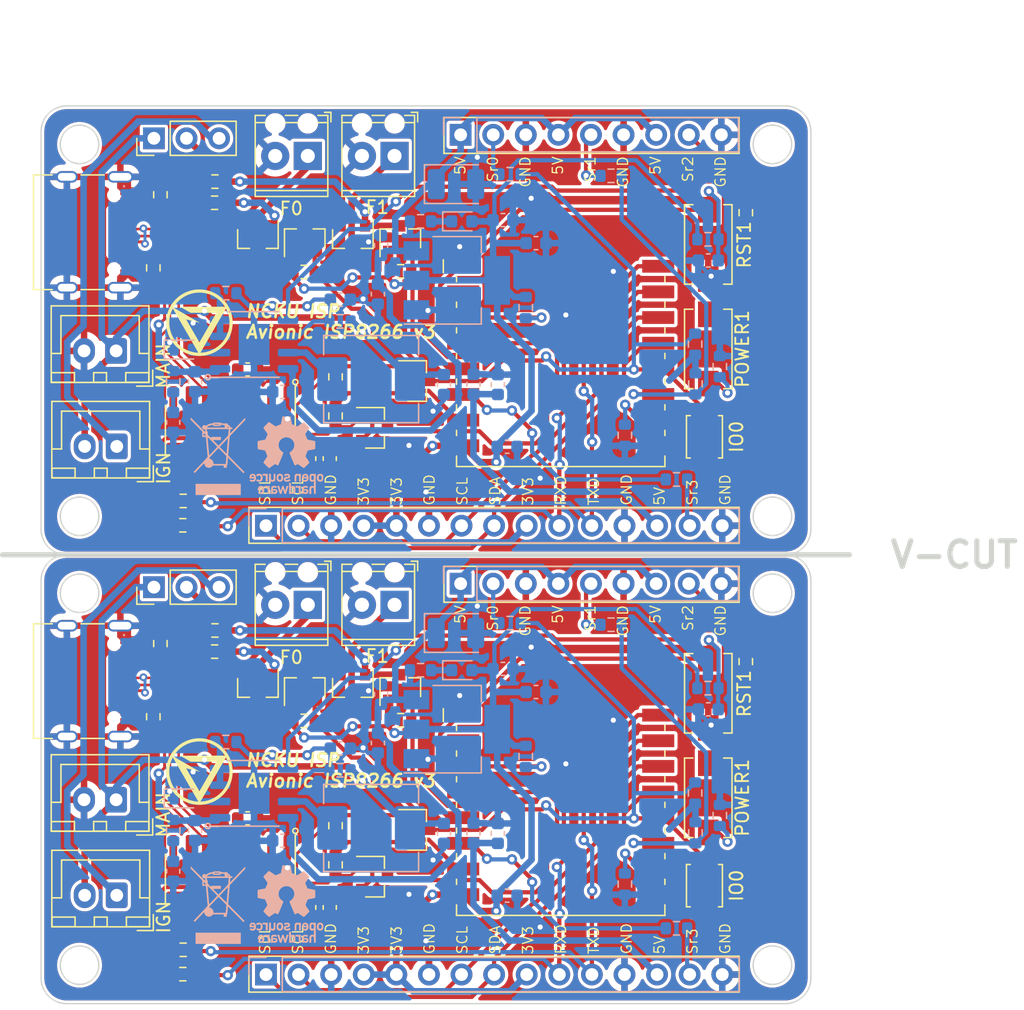
<source format=kicad_pcb>
(kicad_pcb (version 20211014) (generator pcbnew)
  (title_block (title "ISP8266") (date "2022-11-26") (rev "v0.0.3") (company "NCKU ISP"))
  (layers (0 "F.Cu" signal) (31 "B.Cu" signal) (34 "B.Paste" user) (35 "F.Paste" user) (36 "B.SilkS" user "B.Silkscreen") (37 "F.SilkS" user "F.Silkscreen") (38 "B.Mask" user) (39 "F.Mask" user) (44 "Edge.Cuts" user))
  (net 0 "")
  (net 1 "Board_0-+3V3")
  (net 2 "Board_0-+5V")
  (net 3 "Board_0-+9V")
  (net 4 "Board_0-+BATT")
  (net 5 "Board_0--BATT")
  (net 6 "Board_0-/IC_BAT")
  (net 7 "Board_0-D+")
  (net 8 "Board_0-D-")
  (net 9 "Board_0-EN")
  (net 10 "Board_0-GPIO12")
  (net 11 "Board_0-GPIO13")
  (net 12 "Board_0-GPIO14")
  (net 13 "Board_0-GPIO15")
  (net 14 "Board_0-IO0")
  (net 15 "Board_0-IO2")
  (net 16 "Board_0-Net-(C1-Pad1)")
  (net 17 "Board_0-Net-(C5-Pad1)")
  (net 18 "Board_0-Net-(D1-Pad2)")
  (net 19 "Board_0-Net-(D2-Pad1)")
  (net 20 "Board_0-Net-(J1-Pad14)")
  (net 21 "Board_0-Net-(J11-PadA5)")
  (net 22 "Board_0-Net-(J11-PadB5)")
  (net 23 "Board_0-Net-(J12-Pad1)")
  (net 24 "Board_0-Net-(J2-Pad2)")
  (net 25 "Board_0-Net-(J2-Pad5)")
  (net 26 "Board_0-Net-(J2-Pad8)")
  (net 27 "Board_0-Net-(J7-Pad1)")
  (net 28 "Board_0-Net-(L1-Pad1)")
  (net 29 "Board_0-Net-(POWER1-Pad1)")
  (net 30 "Board_0-Net-(POWER1-Pad2)")
  (net 31 "Board_0-Net-(Q1-Pad1)")
  (net 32 "Board_0-Net-(Q1-Pad2)")
  (net 33 "Board_0-Net-(Q2-Pad1)")
  (net 34 "Board_0-Net-(Q2-Pad2)")
  (net 35 "Board_0-Net-(Q3-Pad3)")
  (net 36 "Board_0-Net-(Q4-Pad1)")
  (net 37 "Board_0-Net-(R3-Pad2)")
  (net 38 "Board_0-Net-(R4-Pad2)")
  (net 39 "Board_0-Net-(R8-Pad1)")
  (net 40 "Board_0-RST")
  (net 41 "Board_0-RXD")
  (net 42 "Board_0-SCL")
  (net 43 "Board_0-SDA")
  (net 44 "Board_0-TXD")
  (net 45 "Board_0-VBUS")
  (net 46 "Board_0-Vf")
  (net 47 "Board_1-+3V3")
  (net 48 "Board_1-+5V")
  (net 49 "Board_1-+9V")
  (net 50 "Board_1-+BATT")
  (net 51 "Board_1--BATT")
  (net 52 "Board_1-/IC_BAT")
  (net 53 "Board_1-D+")
  (net 54 "Board_1-D-")
  (net 55 "Board_1-EN")
  (net 56 "Board_1-GPIO12")
  (net 57 "Board_1-GPIO13")
  (net 58 "Board_1-GPIO14")
  (net 59 "Board_1-GPIO15")
  (net 60 "Board_1-IO0")
  (net 61 "Board_1-IO2")
  (net 62 "Board_1-Net-(C1-Pad1)")
  (net 63 "Board_1-Net-(C5-Pad1)")
  (net 64 "Board_1-Net-(D1-Pad2)")
  (net 65 "Board_1-Net-(D2-Pad1)")
  (net 66 "Board_1-Net-(J1-Pad14)")
  (net 67 "Board_1-Net-(J11-PadA5)")
  (net 68 "Board_1-Net-(J11-PadB5)")
  (net 69 "Board_1-Net-(J12-Pad1)")
  (net 70 "Board_1-Net-(J2-Pad2)")
  (net 71 "Board_1-Net-(J2-Pad5)")
  (net 72 "Board_1-Net-(J2-Pad8)")
  (net 73 "Board_1-Net-(J7-Pad1)")
  (net 74 "Board_1-Net-(L1-Pad1)")
  (net 75 "Board_1-Net-(POWER1-Pad1)")
  (net 76 "Board_1-Net-(POWER1-Pad2)")
  (net 77 "Board_1-Net-(Q1-Pad1)")
  (net 78 "Board_1-Net-(Q1-Pad2)")
  (net 79 "Board_1-Net-(Q2-Pad1)")
  (net 80 "Board_1-Net-(Q2-Pad2)")
  (net 81 "Board_1-Net-(Q3-Pad3)")
  (net 82 "Board_1-Net-(Q4-Pad1)")
  (net 83 "Board_1-Net-(R3-Pad2)")
  (net 84 "Board_1-Net-(R4-Pad2)")
  (net 85 "Board_1-Net-(R8-Pad1)")
  (net 86 "Board_1-RST")
  (net 87 "Board_1-RXD")
  (net 88 "Board_1-SCL")
  (net 89 "Board_1-SDA")
  (net 90 "Board_1-TXD")
  (net 91 "Board_1-VBUS")
  (net 92 "Board_1-Vf")
  (net 93 "Board_0-unconnected-(J11-PadA8)")
  (net 94 "Board_0-unconnected-(J11-PadB8)")
  (net 95 "Board_0-unconnected-(U1-Pad10)")
  (net 96 "Board_0-unconnected-(U1-Pad11)")
  (net 97 "Board_0-unconnected-(U1-Pad12)")
  (net 98 "Board_0-unconnected-(U1-Pad15)")
  (net 99 "Board_0-unconnected-(U1-Pad7)")
  (net 100 "Board_0-unconnected-(U1-Pad8)")
  (net 101 "Board_0-unconnected-(U1-Pad9)")
  (net 102 "Board_0-unconnected-(U4-Pad2)")
  (net 103 "Board_1-unconnected-(J11-PadA8)")
  (net 104 "Board_1-unconnected-(J11-PadB8)")
  (net 105 "Board_1-unconnected-(U1-Pad10)")
  (net 106 "Board_1-unconnected-(U1-Pad11)")
  (net 107 "Board_1-unconnected-(U1-Pad12)")
  (net 108 "Board_1-unconnected-(U1-Pad15)")
  (net 109 "Board_1-unconnected-(U1-Pad7)")
  (net 110 "Board_1-unconnected-(U1-Pad8)")
  (net 111 "Board_1-unconnected-(U1-Pad9)")
  (net 112 "Board_1-unconnected-(U4-Pad2)")
  (footprint "Resistor_SMD:R_0603_1608Metric" (layer "F.Cu") (at 130.8 70.35)
    (fp_text reference "R23" hide)
    (fp_text value "100K")
  )
  (footprint "Package_TO_SOT_SMD:SOT-23" (layer "F.Cu") (at 127.2 67.75 -90)
    (fp_text reference "Q6" hide)
    (fp_text value "IRLML6402")
  )
  (footprint "Resistor_SMD:R_0603_1608Metric" (layer "F.Cu") (at 119.6 99.325 90)
    (fp_text reference "R2" hide)
    (fp_text value "5k1")
  )
  (footprint "Resistor_SMD:R_0603_1608Metric" (layer "F.Cu") (at 119.6 64.325 90)
    (fp_text reference "R2" hide)
    (fp_text value "5k1")
  )
  (footprint "TerminalBlock_Phoenix:TerminalBlock_Phoenix_MPT-0,5-2-2.54_1x02_P2.54mm_Horizontal" (layer "F.Cu") (at 131.09 61.3 180)
    (fp_text reference "J7" hide)
    (fp_text value "F0")
  )
  (footprint "Capacitor_SMD:C_0603_1608Metric" (layer "F.Cu") (at 132.8 84.9 90)
    (fp_text reference "C3" hide)
    (fp_text value "100n")
  )
  (footprint "Package_SO:SOIC-16_3.9x9.9mm_P1.27mm" (layer "F.Cu") (at 125.05 82.7 -90)
    (fp_text reference "U1" hide)
    (fp_text value "CH340C")
  )
  (footprint "Resistor_SMD:R_0603_1608Metric" (layer "F.Cu") (at 138.325 70.3)
    (fp_text reference "R21" hide)
    (fp_text value "100K")
  )
  (footprint "Button_Switch_SMD:SW_SPST_B3U-1000P" (layer "F.Cu") (at 162 118.2 -90)
    (fp_text reference "IO0")
    (fp_text value "SW_Push")
  )
  (footprint "Connector_JST:JST_XH_B2B-XH-A_1x02_P2.50mm_Vertical" (layer "F.Cu") (at 116.2 118.95 180)
    (fp_text reference "J10" hide)
    (fp_text value "BAT2")
  )
  (footprint "Capacitor_SMD:C_0603_1608Metric" (layer "F.Cu") (at 132.8 119.9 90)
    (fp_text reference "C3" hide)
    (fp_text value "100n")
  )
  (footprint "RF_Module:ESP-07" (layer "F.Cu") (at 150.8 74.8)
    (fp_text reference "U4" hide)
    (fp_text value "ESP-07")
  )
  (footprint "Package_TO_SOT_SMD:SOT-23" (layer "F.Cu") (at 139.575 78.85)
    (fp_text reference "Q2" hide)
    (fp_text value "S8050")
  )
  (footprint "Package_TO_SOT_SMD:SOT-23" (layer "F.Cu") (at 130.85 102.75 90)
    (fp_text reference "Q3" hide)
    (fp_text value "BSS138")
  )
  (footprint "Package_TO_SOT_SMD:SOT-23" (layer "F.Cu") (at 139.575 113.85)
    (fp_text reference "Q2" hide)
    (fp_text value "S8050")
  )
  (footprint "Package_TO_SOT_SMD:SOT-23" (layer "F.Cu") (at 134.6 102.75 -90)
    (fp_text reference "Q4" hide)
    (fp_text value "IRLML6402")
  )
  (footprint "Connector_JST:JST_XH_B2B-XH-A_1x02_P2.50mm_Vertical" (layer "F.Cu") (at 116.15 76.5 180)
    (fp_text reference "J8" hide)
    (fp_text value "BAT1")
  )
  (footprint "isp_logo:isp_logo" (layer "F.Cu") (at 122.64 74.3)
    (fp_text reference "G***" hide)
    (fp_text value "LOGO" hide)
  )
  (footprint "Button_Switch_SMD:SW_SPST_EVQPE1" (layer "F.Cu") (at 162.3 111.35 -90)
    (fp_text reference "POWER1")
    (fp_text value "SW_Push")
  )
  (footprint "Resistor_SMD:R_0603_1608Metric" (layer "F.Cu") (at 123.85 98.3)
    (fp_text reference "R22" hide)
    (fp_text value "100K")
  )
  (footprint "Resistor_SMD:R_0603_1608Metric" (layer "F.Cu") (at 130.8 105.35)
    (fp_text reference "R23" hide)
    (fp_text value "100K")
  )
  (footprint "Resistor_SMD:R_0603_1608Metric" (layer "F.Cu") (at 138.325 105.3)
    (fp_text reference "R21" hide)
    (fp_text value "100K")
  )
  (footprint "Resistor_SMD:R_0603_1608Metric" (layer "F.Cu") (at 133.25 113.525 -90)
    (fp_text reference "R5" hide)
    (fp_text value "10k")
  )
  (footprint "Package_TO_SOT_SMD:SOT-23" (layer "F.Cu") (at 136.3 82.5)
    (fp_text reference "Q1" hide)
    (fp_text value "S8050")
  )
  (footprint "Resistor_SMD:R_0603_1608Metric" (layer "F.Cu") (at 121.375 88.2 180)
    (fp_text reference "R3" hide)
    (fp_text value "470")
  )
  (footprint "Package_TO_SOT_SMD:SOT-23" (layer "F.Cu") (at 136.3 117.5)
    (fp_text reference "Q1" hide)
    (fp_text value "S8050")
  )
  (footprint "Capacitor_SMD:C_0603_1608Metric" (layer "F.Cu") (at 126.4 77.95)
    (fp_text reference "C1" hide)
    (fp_text value "100n")
  )
  (footprint "Resistor_SMD:R_0603_1608Metric" (layer "F.Cu") (at 165.225 100.725 -90)
    (fp_text reference "R14" hide)
    (fp_text value "1k")
  )
  (footprint "Button_Switch_SMD:SW_SPST_EVQPE1" (layer "F.Cu") (at 162.3 68.2 -90)
    (fp_text reference "RST1")
    (fp_text value "SW_Push")
  )
  (footprint "TerminalBlock_Phoenix:TerminalBlock_Phoenix_MPT-0,5-2-2.54_1x02_P2.54mm_Horizontal" (layer "F.Cu") (at 137.85 96.3 180)
    (fp_text reference "J12" hide)
    (fp_text value "F1")
  )
  (footprint "Button_Switch_SMD:SW_SPST_B3U-1000P" (layer "F.Cu") (at 162 83.2 -90)
    (fp_text reference "IO0")
    (fp_text value "SW_Push")
  )
  (footprint "Package_TO_SOT_SMD:SOT-23" (layer "F.Cu") (at 127.2 102.75 -90)
    (fp_text reference "Q6" hide)
    (fp_text value "IRLML6402")
  )
  (footprint "Resistor_SMD:R_0603_1608Metric" (layer "F.Cu") (at 123.825 64.95)
    (fp_text reference "R24" hide)
    (fp_text value "100K")
  )
  (footprint "Resistor_SMD:R_0603_1608Metric" (layer "F.Cu") (at 165.225 65.725 -90)
    (fp_text reference "R14" hide)
    (fp_text value "1k")
  )
  (footprint "Resistor_SMD:R_0603_1608Metric" (layer "F.Cu") (at 121.35 90.1 180)
    (fp_text reference "R4" hide)
    (fp_text value "470")
  )
  (footprint "Resistor_SMD:R_0603_1608Metric" (layer "F.Cu") (at 123.85 63.3)
    (fp_text reference "R22" hide)
    (fp_text value "100K")
  )
  (footprint "Connector_USB:USB_C_Receptacle_Palconn_UTC16-G" (layer "F.Cu") (at 114.55 102.25 -90)
    (fp_text reference "J11" hide)
    (fp_text value "USB_C_Receptacle_USB2.0")
  )
  (footprint "Connector_USB:USB_C_Receptacle_Palconn_UTC16-G" (layer "F.Cu") (at 114.55 67.25 -90)
    (fp_text reference "J11" hide)
    (fp_text value "USB_C_Receptacle_USB2.0")
  )
  (footprint "Resistor_SMD:R_0603_1608Metric" (layer "F.Cu") (at 133.25 78.525 -90)
    (fp_text reference "R5" hide)
    (fp_text value "10k")
  )
  (footprint "Package_TO_SOT_SMD:SOT-23" (layer "F.Cu") (at 138.3 67.75 90)
    (fp_text reference "Q5" hide)
    (fp_text value "BSS138")
  )
  (footprint "Package_TO_SOT_SMD:SOT-23" (layer "F.Cu") (at 138.3 102.75 90)
    (fp_text reference "Q5" hide)
    (fp_text value "BSS138")
  )
  (footprint "Package_SO:SOIC-16_3.9x9.9mm_P1.27mm" (layer "F.Cu") (at 125.05 117.7 -90)
    (fp_text reference "U1" hide)
    (fp_text value "CH340C")
  )
  (footprint "Resistor_SMD:R_0603_1608Metric" (layer "F.Cu") (at 119.05 70.025 -90)
    (fp_text reference "R1" hide)
    (fp_text value "5k1")
  )
  (footprint "Capacitor_SMD:C_0603_1608Metric" (layer "F.Cu") (at 126.4 112.95)
    (fp_text reference "C1" hide)
    (fp_text value "100n")
  )
  (footprint "Package_TO_SOT_SMD:SOT-23" (layer "F.Cu") (at 134.6 67.75 -90)
    (fp_text reference "Q4" hide)
    (fp_text value "IRLML6402")
  )
  (footprint "Connector_JST:JST_XH_B2B-XH-A_1x02_P2.50mm_Vertical" (layer "F.Cu") (at 116.2 83.95 180)
    (fp_text reference "J10" hide)
    (fp_text value "BAT2")
  )
  (footprint "Capacitor_SMD:C_0603_1608Metric" (layer "F.Cu") (at 131.2 119.9 90)
    (fp_text reference "C2" hide)
    (fp_text value "10u")
  )
  (footprint "Package_TO_SOT_SMD:SOT-23" (layer "F.Cu") (at 130.85 67.75 90)
    (fp_text reference "Q3" hide)
    (fp_text value "BSS138")
  )
  (footprint "Resistor_SMD:R_0603_1608Metric" (layer "F.Cu") (at 121.35 125.1 180)
    (fp_text reference "R4" hide)
    (fp_text value "470")
  )
  (footprint "TerminalBlock_Phoenix:TerminalBlock_Phoenix_MPT-0,5-2-2.54_1x02_P2.54mm_Horizontal" (layer "F.Cu") (at 131.09 96.3 180)
    (fp_text reference "J7" hide)
    (fp_text value "F0")
  )
  (footprint "Connector_JST:JST_XH_B2B-XH-A_1x02_P2.50mm_Vertical" (layer "F.Cu") (at 116.15 111.5 180)
    (fp_text reference "J8" hide)
    (fp_text value "BAT1")
  )
  (footprint "Resistor_SMD:R_0603_1608Metric" (layer "F.Cu") (at 119.05 105.025 -90)
    (fp_text reference "R1" hide)
    (fp_text value "5k1")
  )
  (footprint "Resistor_SMD:R_0603_1608Metric" (layer "F.Cu") (at 133.25 116.575 90)
    (fp_text reference "R6" hide)
    (fp_text value "10k")
  )
  (footprint "Resistor_SMD:R_0603_1608Metric" (layer "F.Cu") (at 123.825 99.95)
    (fp_text reference "R24" hide)
    (fp_text value "100K")
  )
  (footprint "Button_Switch_SMD:SW_SPST_EVQPE1" (layer "F.Cu") (at 162.3 76.35 -90)
    (fp_text reference "POWER1")
    (fp_text value "SW_Push")
  )
  (footprint "Resistor_SMD:R_0603_1608Metric" (layer "F.Cu") (at 133.25 81.575 90)
    (fp_text reference "R6" hide)
    (fp_text value "10k")
  )
  (footprint "isp_logo:isp_logo" (layer "F.Cu") (at 122.64 109.3)
    (fp_text reference "G***" hide)
    (fp_text value "LOGO" hide)
  )
  (footprint "Connector_PinHeader_2.54mm:PinHeader_1x03_P2.54mm_Vertical" (layer "F.Cu") (at 119.095 59.925 90)
    (fp_text reference "JP1" hide)
    (fp_text value "IGN_VOL")
  )
  (footprint "Resistor_SMD:R_0603_1608Metric" (layer "F.Cu") (at 121.375 123.2 180)
    (fp_text reference "R3" hide)
    (fp_text value "470")
  )
  (footprint "TerminalBlock_Phoenix:TerminalBlock_Phoenix_MPT-0,5-2-2.54_1x02_P2.54mm_Horizontal" (layer "F.Cu") (at 137.85 61.3 180)
    (fp_text reference "J12" hide)
    (fp_text value "F1")
  )
  (footprint "Capacitor_SMD:C_0603_1608Metric" (layer "F.Cu") (at 131.2 84.9 90)
    (fp_text reference "C2" hide)
    (fp_text value "10u")
  )
  (footprint "Button_Switch_SMD:SW_SPST_EVQPE1" (layer "F.Cu") (at 162.3 103.2 -90)
    (fp_text reference "RST1")
    (fp_text value "SW_Push")
  )
  (footprint "Connector_PinHeader_2.54mm:PinHeader_1x03_P2.54mm_Vertical" (layer "F.Cu") (at 119.095 94.925 90)
    (fp_text reference "JP1" hide)
    (fp_text value "IGN_VOL")
  )
  (footprint "RF_Module:ESP-07" (layer "F.Cu") (at 150.8 109.8)
    (fp_text reference "U4" hide)
    (fp_text value "ESP-07")
  )
  (footprint "Capacitor_SMD:C_0603_1608Metric" (layer "B.Cu") (at 133.625 72.5)
    (fp_text reference "C10" hide)
    (fp_text value "22u")
  )
  (footprint "Inductor_SMD:L_Abracon_ASPI-0630LR" (layer "B.Cu") (at 136.025 113.7)
    (fp_text reference "L1" hide)
    (fp_text value "1u")
  )
  (footprint "Resistor_SMD:R_0603_1608Metric" (layer "B.Cu") (at 161.3 114.075 90)
    (fp_text reference "R19" hide)
    (fp_text value "10k")
  )
  (footprint "Resistor_SMD:R_0603_1608Metric" (layer "B.Cu") (at 120.6 78.9 -90)
    (fp_text reference "R7" hide)
    (fp_text value "2")
  )
  (footprint "LED_SMD:LED_0603_1608Metric" (layer "B.Cu") (at 143.0875 101.4)
    (fp_text reference "D2" hide)
    (fp_text value "LED_Small")
  )
  (footprint "LED_SMD:LED_0603_1608Metric" (layer "B.Cu") (at 121.3875 76.4)
    (fp_text reference "D1" hide)
    (fp_text value "LED_Small")
  )
  (footprint "Resistor_SMD:R_0603_1608Metric" (layer "B.Cu") (at 159.825 86.525 180)
    (fp_text reference "R10" hide)
    (fp_text value "1k")
  )
  (footprint "Inductor_SMD:L_Abracon_ASPI-0630LR" (layer "B.Cu") (at 136.025 78.7)
    (fp_text reference "L1" hide)
    (fp_text value "1u")
  )
  (footprint "Capacitor_SMD:C_0603_1608Metric" (layer "B.Cu") (at 146.3 66.3)
    (fp_text reference "C9" hide)
    (fp_text value "1u")
  )
  (footprint "Symbol:OSHW-Logo_5.7x6mm_SilkScreen" (layer "B.Cu") (at 129.43 119.63 180)
    (fp_text reference "REF**" hide)
    (fp_text value "OSHW-Logo_5.7x6mm_SilkScreen" hide)
  )
  (footprint "Capacitor_SMD:C_0603_1608Metric" (layer "B.Cu") (at 136.55 72.075 -90)
    (fp_text reference "C4" hide)
    (fp_text value "10u")
  )
  (footprint "Connector_PinHeader_2.54mm:PinHeader_1x09_P2.54mm_Vertical" (layer "B.Cu") (at 143 59.65 -90)
    (fp_text reference "J2" hide)
    (fp_text value "Up")
  )
  (footprint "Capacitor_SMD:C_0603_1608Metric" (layer "B.Cu") (at 122.3 113.9 -90)
    (fp_text reference "C7" hide)
    (fp_text value "10u")
  )
  (footprint "Resistor_SMD:R_0603_1608Metric" (layer "B.Cu") (at 133.6 109.2 180)
    (fp_text reference "R15" hide)
    (fp_text value "0.5")
  )
  (footprint "Resistor_SMD:R_0603_1608Metric" (layer "B.Cu") (at 139.875 101.4 180)
    (fp_text reference "R11" hide)
    (fp_text value "1k")
  )
  (footprint "Resistor_SMD:R_0603_1608Metric" (layer "B.Cu") (at 154.725 62.85)
    (fp_text reference "R13" hide)
    (fp_text value "1k")
  )
  (footprint "Resistor_SMD:R_0603_1608Metric" (layer "B.Cu") (at 162.275 67.8 180)
    (fp_text reference "R16" hide)
    (fp_text value "10k")
  )
  (footprint "Resistor_SMD:R_0603_1608Metric" (layer "B.Cu") (at 124.7 72)
    (fp_text reference "R8" hide)
    (fp_text value "1k")
  )
  (footprint "Capacitor_SMD:C_0603_1608Metric" (layer "B.Cu") (at 129.125 79.7 180)
    (fp_text reference "C15" hide)
    (fp_text value "22u")
  )
  (footprint "Capacitor_SMD:C_0603_1608Metric" (layer "B.Cu") (at 120.6 117.075 -90)
    (fp_text reference "C5" hide)
    (fp_text value "10u")
  )
  (footprint "Symbol:WEEE-Logo_4.2x6mm_SilkScreen" (layer "B.Cu") (at 124.09 84.72 180)
    (fp_text reference "REF**" hide)
    (fp_text value "WEEE-Logo_4.2x6mm_SilkScreen" hide)
  )
  (footprint "Resistor_SMD:R_0603_1608Metric" (layer "B.Cu") (at 162.275 102.8 180)
    (fp_text reference "R16" hide)
    (fp_text value "10k")
  )
  (footprint "Capacitor_SMD:C_0603_1608Metric" (layer "B.Cu") (at 122.3 78.9 -90)
    (fp_text reference "C7" hide)
    (fp_text value "10u")
  )
  (footprint "Capacitor_SMD:C_0603_1608Metric" (layer "B.Cu") (at 141.7 114.125 -90)
    (fp_text reference "C11" hide)
    (fp_text value "22u")
  )
  (footprint "Capacitor_SMD:C_0603_1608Metric" (layer "B.Cu") (at 136.55 107.075 -90)
    (fp_text reference "C4" hide)
    (fp_text value "10u")
  )
  (footprint "Capacitor_SMD:C_0603_1608Metric" (layer "B.Cu") (at 136.8 68.275 90)
    (fp_text reference "C6" hide)
    (fp_text value "1u")
  )
  (footprint "Resistor_SMD:R_0603_1608Metric" (layer "B.Cu") (at 120.6 113.9 -90)
    (fp_text reference "R7" hide)
    (fp_text value "2")
  )
  (footprint "Resistor_SMD:R_0603_1608Metric" (layer "B.Cu") (at 163.2 77.725 90)
    (fp_text reference "R12" hide)
    (fp_text value "10k")
  )
  (footprint "Resistor_SMD:R_0603_1608Metric" (layer "B.Cu") (at 161.275 75.975 -90)
    (fp_text reference "R18" hide)
    (fp_text value "10k")
  )
  (footprint "Resistor_SMD:R_0603_1608Metric" (layer "B.Cu") (at 148.075 73.125 90)
    (fp_text reference "R17" hide)
    (fp_text value "10k")
  )
  (footprint "Capacitor_SMD:C_0603_1608Metric" (layer "B.Cu") (at 144 114.1 90)
    (fp_text reference "C13" hide)
    (fp_text value "22u")
  )
  (footprint "Resistor_SMD:R_0603_1608Metric" (layer "B.Cu") (at 163.2 112.725 90)
    (fp_text reference "R12" hide)
    (fp_text value "10k")
  )
  (footprint "Capacitor_SMD:C_0603_1608Metric" (layer "B.Cu") (at 133.625 107.5)
    (fp_text reference "C10" hide)
    (fp_text value "22u")
  )
  (footprint "Capacitor_SMD:C_0603_1608Metric" (layer "B.Cu") (at 129.125 114.7 180)
    (fp_text reference "C15" hide)
    (fp_text value "22u")
  )
  (footprint "Capacitor_SMD:C_0603_1608Metric" (layer "B.Cu") (at 136.8 103.275 90)
    (fp_text reference "C6" hide)
    (fp_text value "1u")
  )
  (footprint "Capacitor_SMD:C_0603_1608Metric" (layer "B.Cu") (at 120.6 82.075 -90)
    (fp_text reference "C5" hide)
    (fp_text value "10u")
  )
  (footprint "Capacitor_SMD:C_0603_1608Metric" (layer "B.Cu") (at 162.3 69.45)
    (fp_text reference "C17" hide)
    (fp_text value "470p")
  )
  (footprint "Connector_PinHeader_2.54mm:PinHeader_1x15_P2.54mm_Vertical" (layer "B.Cu") (at 127.83 90.13 -90)
    (fp_text reference "J1" hide)
    (fp_text value "Bottom")
  )
  (footprint "Package_TO_SOT_SMD:SOT-223-3_TabPin2" (layer "B.Cu") (at 142.7 106)
    (fp_text reference "U2" hide)
    (fp_text value "AP1117-33")
  )
  (footprint "Resistor_SMD:R_0603_1608Metric" (layer "B.Cu") (at 159.825 121.525 180)
    (fp_text reference "R10" hide)
    (fp_text value "1k")
  )
  (footprint "LED_SMD:LED_0603_1608Metric" (layer "B.Cu") (at 121.3875 111.4)
    (fp_text reference "D1" hide)
    (fp_text value "LED_Small")
  )
  (footprint "Package_SO:HTSOP-8-1EP_3.9x4.9mm_P1.27mm_EP2.4x3.2mm" (layer "B.Cu") (at 126.9 111)
    (fp_text reference "U3" hide)
    (fp_text value "IP5306")
  )
  (footprint "Capacitor_Tantalum_SMD:CP_EIA-3528-12_Kemet-T" (layer "B.Cu") (at 142.6375 98.5)
    (fp_text reference "C14" hide)
    (fp_text value "220u")
  )
  (footprint "Capacitor_SMD:C_0603_1608Metric" (layer "B.Cu") (at 146.625 118.975)
    (fp_text reference "C16" hide)
    (fp_text value "100n")
  )
  (footprint "Connector_PinHeader_2.54mm:PinHeader_1x15_P2.54mm_Vertical" (layer "B.Cu") (at 127.83 125.13 -90)
    (fp_text reference "J1" hide)
    (fp_text value "Bottom")
  )
  (footprint "Capacitor_SMD:C_0603_1608Metric" (layer "B.Cu") (at 145.9 114.125 90)
    (fp_text reference "C12" hide)
    (fp_text value "22u")
  )
  (footprint "Symbol:WEEE-Logo_4.2x6mm_SilkScreen" (layer "B.Cu") (at 124.09 119.72 180)
    (fp_text reference "REF**" hide)
    (fp_text value "WEEE-Logo_4.2x6mm_SilkScreen" hide)
  )
  (footprint "Resistor_SMD:R_0603_1608Metric" (layer "B.Cu") (at 154.725 97.85)
    (fp_text reference "R13" hide)
    (fp_text value "1k")
  )
  (footprint "Symbol:OSHW-Logo_5.7x6mm_SilkScreen" (layer "B.Cu") (at 129.43 84.63 180)
    (fp_text reference "REF**" hide)
    (fp_text value "OSHW-Logo_5.7x6mm_SilkScreen" hide)
  )
  (footprint "LED_SMD:LED_0603_1608Metric" (layer "B.Cu") (at 143.0875 66.4)
    (fp_text reference "D2" hide)
    (fp_text value "LED_Small")
  )
  (footprint "Capacitor_Tantalum_SMD:CP_EIA-3528-12_Kemet-T" (layer "B.Cu") (at 142.6375 63.5)
    (fp_text reference "C14" hide)
    (fp_text value "220u")
  )
  (footprint "Connector_PinHeader_2.54mm:PinHeader_1x09_P2.54mm_Vertical" (layer "B.Cu") (at 143 94.65 -90)
    (fp_text reference "J2" hide)
    (fp_text value "Up")
  )
  (footprint "Capacitor_SMD:C_0603_1608Metric" (layer "B.Cu") (at 146.3 101.3)
    (fp_text reference "C9" hide)
    (fp_text value "1u")
  )
  (footprint "Resistor_SMD:R_0603_1608Metric" (layer "B.Cu") (at 148.075 108.125 90)
    (fp_text reference "R17" hide)
    (fp_text value "10k")
  )
  (footprint "Package_SO:HTSOP-8-1EP_3.9x4.9mm_P1.27mm_EP2.4x3.2mm" (layer "B.Cu") (at 126.9 76)
    (fp_text reference "U3" hide)
    (fp_text value "IP5306")
  )
  (footprint "Capacitor_SMD:C_0603_1608Metric" (layer "B.Cu") (at 148.875 68.1)
    (fp_text reference "C8" hide)
    (fp_text value "10u")
  )
  (footprint "Capacitor_SMD:C_0603_1608Metric" (layer "B.Cu") (at 146.625 83.975)
    (fp_text reference "C16" hide)
    (fp_text value "100n")
  )
  (footprint "Resistor_SMD:R_0603_1608Metric" (layer "B.Cu") (at 161.3 79.075 90)
    (fp_text reference "R19" hide)
    (fp_text value "10k")
  )
  (footprint "Resistor_SMD:R_0603_1608Metric" (layer "B.Cu") (at 146.85 97.725)
    (fp_text reference "R9" hide)
    (fp_text value "1k")
  )
  (footprint "Capacitor_SMD:C_0603_1608Metric" (layer "B.Cu") (at 162.3 104.45)
    (fp_text reference "C17" hide)
    (fp_text value "470p")
  )
  (footprint "Resistor_SMD:R_0603_1608Metric" (layer "B.Cu") (at 146.85 62.725)
    (fp_text reference "R9" hide)
    (fp_text value "1k")
  )
  (footprint "Resistor_SMD:R_0603_1608Metric" (layer "B.Cu") (at 155.8 83.075 90)
    (fp_text reference "R20" hide)
    (fp_text value "10k")
  )
  (footprint "Resistor_SMD:R_0603_1608Metric" (layer "B.Cu") (at 124.7 107)
    (fp_text reference "R8" hide)
    (fp_text value "1k")
  )
  (footprint "Resistor_SMD:R_0603_1608Metric" (layer "B.Cu") (at 155.8 118.075 90)
    (fp_text reference "R20" hide)
    (fp_text value "10k")
  )
  (footprint "Capacitor_SMD:C_0603_1608Metric" (layer "B.Cu") (at 144 79.1 90)
    (fp_text reference "C13" hide)
    (fp_text value "22u")
  )
  (footprint "Capacitor_SMD:C_0603_1608Metric" (layer "B.Cu") (at 148.875 103.1)
    (fp_text reference "C8" hide)
    (fp_text value "10u")
  )
  (footprint "Resistor_SMD:R_0603_1608Metric" (layer "B.Cu") (at 139.875 66.4 180)
    (fp_text reference "R11" hide)
    (fp_text value "1k")
  )
  (footprint "Package_TO_SOT_SMD:SOT-223-3_TabPin2" (layer "B.Cu") (at 142.7 71)
    (fp_text reference "U2" hide)
    (fp_text value "AP1117-33")
  )
  (footprint "Capacitor_SMD:C_0603_1608Metric" (layer "B.Cu") (at 141.7 79.125 -90)
    (fp_text reference "C11" hide)
    (fp_text value "22u")
  )
  (footprint "Capacitor_SMD:C_0603_1608Metric" (layer "B.Cu") (at 145.9 79.125 90)
    (fp_text reference "C12" hide)
    (fp_text value "22u")
  )
  (footprint "Resistor_SMD:R_0603_1608Metric" (layer "B.Cu") (at 161.275 110.975 -90)
    (fp_text reference "R18" hide)
    (fp_text value "10k")
  )
  (footprint "Resistor_SMD:R_0603_1608Metric" (layer "B.Cu") (at 133.6 74.2 180)
    (fp_text reference "R15" hide)
    (fp_text value "0.5")
  )
  (gr_circle (center 123.3 113.55) (end 123.5 113.55) (layer "B.SilkS") (width 0.12) (fill none))
  (gr_circle (center 123.3 78.55) (end 123.5 78.55) (layer "B.SilkS") (width 0.12) (fill none))
  (gr_line (start 126.5 123.7) (end 126.5 123.9) (layer "F.SilkS") (width 0.12))
  (gr_line (start 164.7 58.3) (end 141.7 58.3) (layer "F.SilkS") (width 0.12))
  (gr_line (start 141.7 61.1) (end 164.7 61.1) (layer "F.SilkS") (width 0.12))
  (gr_line (start 164.7 126.5) (end 164.7 123.7) (layer "F.SilkS") (width 0.12))
  (gr_line (start 141.7 96.1) (end 164.7 96.1) (layer "F.SilkS") (width 0.12))
  (gr_line (start 164.7 123.7) (end 126.5 123.7) (layer "F.SilkS") (width 0.12))
  (gr_line (start 141.7 93.3) (end 141.7 96.1) (layer "F.SilkS") (width 0.12))
  (gr_line (start 126.5 126.5) (end 164.7 126.5) (layer "F.SilkS") (width 0.12))
  (gr_line (start 126.5 123.9) (end 126.5 126.5) (layer "F.SilkS") (width 0.12))
  (gr_circle (center 130.12 78.93) (end 130.32 78.93) (layer "F.SilkS") (width 0.12) (fill none))
  (gr_line (start 141.7 58.3) (end 141.7 61.1) (layer "F.SilkS") (width 0.12))
  (gr_line (start 164.7 61.1) (end 164.7 58.3) (layer "F.SilkS") (width 0.12))
  (gr_line (start 164.7 93.3) (end 141.7 93.3) (layer "F.SilkS") (width 0.12))
  (gr_line (start 164.7 96.1) (end 164.7 93.3) (layer "F.SilkS") (width 0.12))
  (gr_circle (center 130.12 113.93) (end 130.32 113.93) (layer "F.SilkS") (width 0.12) (fill none))
  (gr_line (start 126.5 88.9) (end 126.5 91.5) (layer "F.SilkS") (width 0.12))
  (gr_line (start 126.5 88.7) (end 126.5 88.9) (layer "F.SilkS") (width 0.12))
  (gr_line (start 164.7 88.7) (end 126.5 88.7) (layer "F.SilkS") (width 0.12))
  (gr_line (start 164.7 91.5) (end 164.7 88.7) (layer "F.SilkS") (width 0.12))
  (gr_line (start 126.5 91.5) (end 164.7 91.5) (layer "F.SilkS") (width 0.12))
  (gr_line (start 168.300013 90.518021) (end 168.243499 90.566108) (layer "Edge.Cuts") (width 0.1))
  (gr_line (start 167.861145 88.008915) (end 167.929252 88.038368) (layer "Edge.Cuts") (width 0.1))
  (gr_line (start 167.13337 122.909283) (end 167.207295 122.902867) (layer "Edge.Cuts") (width 0.1))
  (gr_line (start 166.914759 87.950314) (end 166.986922 87.933036) (layer "Edge.Cuts") (width 0.1))
  (gr_line (start 113.99582 94.071153) (end 114.060685 94.10719) (layer "Edge.Cuts") (width 0.1))
  (gr_line (start 111.804128 89.511214) (end 111.800458 89.437101) (layer "Edge.Cuts") (width 0.1))
  (gr_line (start 169.270603 127.148693) (end 169.357928 127.097288) (layer "Edge.Cuts") (width 0.1))
  (gr_line (start 168.770723 124.10509) (end 168.783508 124.178183) (layer "Edge.Cuts") (width 0.1))
  (gr_line (start 111.511288 127.237915) (end 111.605389 127.275504) (layer "Edge.Cuts") (width 0.1))
  (gr_line (start 166.445555 61.632852) (end 166.385631 61.589088) (layer "Edge.Cuts") (width 0.1))
  (gr_line (start 167.861145 94.008915) (end 167.929252 94.038368) (layer "Edge.Cuts") (width 0.1))
  (gr_line (start 113.791664 58.982866) (end 113.861145 59.008915) (layer "Edge.Cuts") (width 0.1))
  (gr_line (start 166.704618 123.02322) (end 166.773434 122.995461) (layer "Edge.Cuts") (width 0.1))
  (gr_line (start 169.602744 126.917516) (end 169.677933 126.849585) (layer "Edge.Cuts") (width 0.1))
  (gr_line (start 110.323063 90.702855) (end 110.34094 90.802597) (layer "Edge.Cuts") (width 0.1))
  (gr_line (start 165.855189 124.803141) (end 165.83702 124.731196) (layer "Edge.Cuts") (width 0.1))
  (gr_line (start 167.281447 122.900114) (end 167.355645 122.901032) (layer "Edge.Cuts") (width 0.1))
  (gr_line (start 169.270603 92.148693) (end 169.357928 92.097288) (layer "Edge.Cuts") (width 0.1))
  (gr_line (start 110.850414 126.777933) (end 110.922066 126.849585) (layer "Edge.Cuts") (width 0.1))
  (gr_line (start 169.881551 93.175788) (end 169.817516 93.097255) (layer "Edge.Cuts") (width 0.1))
  (gr_line (start 113.50345 87.913861) (end 113.576696 87.925741) (layer "Edge.Cuts") (width 0.1))
  (gr_line (start 165.800458 60.362898) (end 165.804128 60.288785) (layer "Edge.Cuts") (width 0.1))
  (gr_line (start 111.800458 89.437101) (end 111.800458 89.362898) (layer "Edge.Cuts") (width 0.1))
  (gr_line (start 112.445555 96.632852) (end 112.385631 96.589088) (layer "Edge.Cuts") (width 0.1))
  (gr_line (start 110.997255 91.917516) (end 111.075788 91.981551) (layer "Edge.Cuts") (width 0.1))
  (gr_line (start 114.754339 124.767281) (end 114.734396 124.838754) (layer "Edge.Cuts") (width 0.1))
  (gr_line (start 114.243499 61.566108) (end 114.184677 61.61134) (layer "Edge.Cuts") (width 0.1))
  (gr_line (start 114.770723 89.10509) (end 114.783508 89.178183) (layer "Edge.Cuts") (width 0.1))
  (gr_line (start 170.3 94.4) (end 170.297433 94.298701) (layer "Edge.Cuts") (width 0.1))
  (gr_line (start 114.123689 96.653609) (end 114.060685 96.692809) (layer "Edge.Cuts") (width 0.1))
  (gr_line (start 166.445555 96.632852) (end 166.385631 96.589088) (layer "Edge.Cuts") (width 0.1))
  (gr_line (start 170.297433 94.298701) (end 170.289738 94.197663) (layer "Edge.Cuts") (width 0.1))
  (gr_line (start 112.272638 94.307055) (end 112.327945 94.257585) (layer "Edge.Cuts") (width 0.1))
  (gr_line (start 114.653744 88.753954) (end 114.684037 88.821692) (layer "Edge.Cuts") (width 0.1))
  (gr_line (start 114.684037 59.821692) (end 114.710943 59.890845) (layer "Edge.Cuts") (width 0.1))
  (gr_line (start 166.327945 94.257585) (end 166.385631 94.210911) (layer "Edge.Cuts") (width 0.1))
  (gr_line (start 165.876894 94.9259) (end 165.902081 94.856102) (layer "Edge.Cuts") (width 0.1))
  (gr_line (start 114.300013 94.281978) (end 114.35408 94.3328) (layer "Edge.Cuts") (width 0.1))
  (gr_line (start 110.462084 58.611288) (end 110.424495 58.705389) (layer "Edge.Cuts") (width 0.1))
  (gr_line (start 165.902081 124.943897) (end 165.876894 124.874099) (layer "Edge.Cuts") (width 0.1))
  (gr_line (start 114.792662 89.25182) (end 114.798164 89.325819) (layer "Edge.Cuts") (width 0.1))
  (gr_line (start 112.122311 96.329005) (end 112.07781 96.269627) (layer "Edge.Cuts") (width 0.1))
  (gr_line (start 113.791664 125.817133) (end 113.72098 125.839713) (layer "Edge.Cuts") (width 0.1))
  (gr_line (start 114.543325 59.560868) (end 114.583302 59.623382) (layer "Edge.Cuts") (width 0.1))
  (gr_line (start 112.385631 59.210911) (end 112.445555 59.167147) (layer "Edge.Cuts") (width 0.1))
  (gr_line (start 168.123689 94.14639) (end 168.184677 94.188659) (layer "Edge.Cuts") (width 0.1))
  (gr_line (start 167.929252 90.761631) (end 167.861145 90.791084) (layer "Edge.Cuts") (width 0.1))
  (gr_line (start 114.770723 60.10509) (end 114.783508 60.178183) (layer "Edge.Cuts") (width 0.1))
  (gr_line (start 114.734396 94.961245) (end 114.754339 95.032718) (layer "Edge.Cuts") (width 0.1))
  (gr_line (start 113.13337 125.890716) (end 113.059852 125.880651) (layer "Edge.Cuts") (width 0.1))
  (gr_line (start 168.754339 95.032718) (end 168.770723 95.10509) (layer "Edge.Cuts") (width 0.1))
  (gr_line (start 113.929252 90.761631) (end 113.861145 90.791084) (layer "Edge.Cuts") (width 0.1))
  (gr_line (start 165.811458 60.585054) (end 165.804128 60.511214) (layer "Edge.Cuts") (width 0.1))
  (gr_line (start 168.653744 88.753954) (end 168.684037 88.821692) (layer "Edge.Cuts") (width 0.1))
  (gr_line (start 166.327945 96.542414) (end 166.272638 96.492944) (layer "Edge.Cuts") (width 0.1))
  (gr_line (start 112.07781 125.269627) (end 112.036299 125.208121) (layer "Edge.Cuts") (width 0.1))
  (gr_line (start 167.791664 61.817133) (end 167.72098 61.839713) (layer "Edge.Cuts") (width 0.1))
  (gr_line (start 112.773434 93.995461) (end 112.843538 93.971139) (layer "Edge.Cuts") (width 0.1))
  (gr_line (start 113.355645 58.901032) (end 113.429706 58.905618) (layer "Edge.Cuts") (width 0.1))
  (gr_line (start 167.207295 87.902867) (end 167.281447 87.900114) (layer "Edge.Cuts") (width 0.1))
  (gr_line (start 165.962648 96.079332) (end 165.930689 96.012363) (layer "Edge.Cuts") (width 0.1))
  (gr_line (start 113.059852 93.919348) (end 113.13337 93.909283) (layer "Edge.Cuts") (width 0.1))
  (gr_line (start 167.355645 93.901032) (end 167.429706 93.905618) (layer "Edge.Cuts") (width 0.1))
  (gr_line (start 114.35408 88.3328) (end 114.405567 88.386234) (layer "Edge.Cuts") (width 0.1))
  (gr_line (start 167.649265 93.941228) (end 167.72098 93.960286) (layer "Edge.Cuts") (width 0.1))
  (gr_line (start 114.620138 59.687797) (end 114.653744 59.753954) (layer "Edge.Cuts") (width 0.1))
  (gr_line (start 166.63726 96.74565) (end 166.571523 96.711229) (layer "Edge.Cuts") (width 0.1))
  (gr_line (start 170.276936 59.097144) (end 170.259059 58.997402) (layer "Edge.Cuts") (width 0.1))
  (gr_line (start 170.175504 93.705389) (end 170.137915 93.611288) (layer "Edge.Cuts") (width 0.1))
  (gr_line (start 114.734396 95.838754) (end 114.710943 95.909154) (layer "Edge.Cuts") (width 0.1))
  (gr_line (start 112.843538 90.82886) (end 112.773434 90.804538) (layer "Edge.Cuts") (width 0.1))
  (gr_line (start 113.281447 93.900114) (end 113.355645 93.901032) (layer "Edge.Cuts") (width 0.1))
  (gr_line (start 114.500306 61.299591) (end 114.454349 61.35785) (layer "Edge.Cuts") (width 0.1))
  (gr_line (start 165.822431 124.658441) (end 165.811458 124.585054) (layer "Edge.Cuts") (width 0.1))
  (gr_line (start 112.169695 59.41389) (end 112.219845 59.359199) (layer "Edge.Cuts") (width 0.1))
  (gr_line (start 111.99788 88.655362) (end 112.036299 88.591878) (layer "Edge.Cuts") (width 0.1))
  (gr_line (start 165.99788 61.144637) (end 165.962648 61.079332) (layer "Edge.Cuts") (width 0.1))
  (gr_line (start 114.710943 59.890845) (end 114.734396 59.961245) (layer "Edge.Cuts") (width 0.1))
  (gr_line (start 168.702597 92.44094) (end 168.602855 92.423063) (layer "Edge.Cuts") (width 0.1))
  (gr_line (start 114.500306 125.299591) (end 114.454349 125.35785) (layer "Edge.Cuts") (width 0.1))
  (gr_line (start 114.454349 88.442149) (end 114.500306 88.500408) (layer "Edge.Cuts") (width 0.1))
  (gr_line (start 166.445555 90.632852) (end 166.385631 90.589088) (layer "Edge.Cuts") (width 0.1))
  (gr_line (start 170.3 90.4) (end 170.3 59.4) (layer "Edge.Cuts") (width 0.1))
  (gr_line (start 112.097663 92.389738) (end 112.198701 92.397433) (layer "Edge.Cuts") (width 0.1))
  (gr_line (start 168.3 127.4) (end 168.401298 127.397433) (layer "Edge.Cuts") (width 0.1))
  (gr_line (start 166.773434 122.995461) (end 166.843538 122.971139) (layer "Edge.Cuts") (width 0.1))
  (gr_line (start 167.281447 87.900114) (end 167.355645 87.901032) (layer "Edge.Cuts") (width 0.1))
  (gr_line (start 166.704618 61.776779) (end 166.63726 61.74565) (layer "Edge.Cuts") (width 0.1))
  (gr_line (start 114.184677 123.188659) (end 114.243499 123.233891) (layer "Edge.Cuts") (width 0.1))
  (gr_line (start 168.653744 59.753954) (end 168.684037 59.821692) (layer "Edge.Cuts") (width 0.1))
  (gr_line (start 113.281447 61.899885) (end 113.207295 61.897132) (layer "Edge.Cuts") (width 0.1))
  (gr_line (start 112.571523 94.08877) (end 112.63726 94.054349) (layer "Edge.Cuts") (width 0.1))
  (gr_line (start 167.059852 87.919348) (end 167.13337 87.909283) (layer "Edge.Cuts") (width 0.1))
  (gr_line (start 112.07781 96.269627) (end 112.036299 96.208121) (layer "Edge.Cuts") (width 0.1))
  (gr_line (start 111.855189 60.803141) (end 111.83702 60.731196) (layer "Edge.Cuts") (width 0.1))
  (gr_line (start 167.429706 87.905618) (end 167.50345 87.913861) (layer "Edge.Cuts") (width 0.1))
  (gr_line (start 166.704618 59.02322) (end 166.773434 58.995461) (layer "Edge.Cuts") (width 0.1))
  (gr_line (start 165.800458 124.437101) (end 165.800458 124.362898) (layer "Edge.Cuts") (width 0.1))
  (gr_line (start 111.511288 57.562084) (end 111.419211 57.60439) (layer "Edge.Cuts") (width 0.1))
  (gr_line (start 166.986922 90.866963) (end 166.914759 90.849685) (layer "Edge.Cuts") (width 0.1))
  (gr_line (start 166.122311 59.470994) (end 166.169695 59.41389) (layer "Edge.Cuts") (width 0.1))
  (gr_line (start 113.13337 122.909283) (end 113.207295 122.902867) (layer "Edge.Cuts") (width 0.1))
  (gr_line (start 114.500306 94.500408) (end 114.543325 94.560868) (layer "Edge.Cuts") (width 0.1))
  (gr_line (start 168.754339 95.767281) (end 168.734396 95.838754) (layer "Edge.Cuts") (width 0.1))
  (gr_line (start 167.861145 96.791084) (end 167.791664 96.817133) (layer "Edge.Cuts") (width 0.1))
  (gr_line (start 113.791664 87.982866) (end 113.861145 88.008915) (layer "Edge.Cuts") (width 0.1))
  (gr_line (start 111.99788 94.655362) (end 112.036299 94.591878) (layer "Edge.Cuts") (width 0.1))
  (gr_line (start 110.310261 90.602336) (end 110.323063 90.702855) (layer "Edge.Cuts") (width 0.1))
  (gr_line (start 114.792662 95.548179) (end 114.783508 95.621816) (layer "Edge.Cuts") (width 0.1))
  (gr_line (start 111.798694 92.463845) (end 111.701273 92.491721) (layer "Edge.Cuts") (width 0.1))
  (gr_line (start 112.272638 90.492944) (end 112.219845 90.4408) (layer "Edge.Cuts") (width 0.1))
  (gr_line (start 114.754339 95.767281) (end 114.734396 95.838754) (layer "Edge.Cuts") (width 0.1))
  (gr_line (start 113.207295 93.902867) (end 113.281447 93.900114) (layer "Edge.Cuts") (width 0.1))
  (gr_line (start 113.72098 96.839713) (end 113.649265 96.858771) (layer "Edge.Cuts") (width 0.1))
  (gr_line (start 168.754339 60.032718) (end 168.770723 60.10509) (layer "Edge.Cuts") (width 0.1))
  (gr_line (start 111.99788 123.655362) (end 112.036299 123.591878) (layer "Edge.Cuts") (width 0.1))
  (gr_line (start 114.734396 123.961245) (end 114.754339 124.032718) (layer "Edge.Cuts") (width 0.1))
  (gr_line (start 114.710943 88.890845) (end 114.734396 88.961245) (layer "Edge.Cuts") (width 0.1))
  (gr_line (start 165.804128 60.511214) (end 165.800458 60.437101) (layer "Edge.Cuts") (width 0.1))
  (gr_line (start 110.551306 93.429396) (end 110.50439 93.519211) (layer "Edge.Cuts") (width 0.1))
  (gr_line (start 112.986922 122.933036) (end 113.059852 122.919348) (layer "Edge.Cuts") (width 0.1))
  (gr_line (start 112.3 57.4) (end 112.198701 57.402566) (layer "Edge.Cuts") (width 0.1))
  (gr_line (start 165.902081 59.856102) (end 165.930689 59.787636) (layer "Edge.Cuts") (width 0.1))
  (gr_line (start 165.99788 125.144637) (end 165.962648 125.079332) (layer "Edge.Cuts") (width 0.1))
  (gr_line (start 166.773434 93.995461) (end 166.843538 93.971139) (layer "Edge.Cuts") (width 0.1))
  (gr_line (start 113.861145 90.791084) (end 113.791664 90.817133) (layer "Edge.Cuts") (width 0.1))
  (gr_line (start 167.355645 87.901032) (end 167.429706 87.905618) (layer "Edge.Cuts") (width 0.1))
  (gr_line (start 111.855189 124.803141) (end 111.83702 124.731196) (layer "Edge.Cuts") (width 0.1))
  (gr_line (start 111.811458 60.585054) (end 111.804128 60.511214) (layer "Edge.Cuts") (width 0.1))
  (gr_line (start 167.72098 61.839713) (end 167.649265 61.858771) (layer "Edge.Cuts") (width 0.1))
  (gr_line (start 166.07781 125.269627) (end 166.036299 125.208121) (layer "Edge.Cuts") (width 0.1))
  (gr_line (start 111.157463 92.758473) (end 111.075788 92.818448) (layer "Edge.Cuts") (width 0.1))
  (gr_line (start 166.169695 59.41389) (end 166.219845 59.359199) (layer "Edge.Cuts") (width 0.1))
  (gr_line (start 111.157463 57.758473) (end 111.075788 57.818448) (layer "Edge.Cuts") (width 0.1))
  (gr_line (start 167.929252 59.038368) (end 167.99582 59.071153) (layer "Edge.Cuts") (width 0.1))
  (gr_line (start 170.048693 126.370603) (end 170.095609 126.280788) (layer "Edge.Cuts") (width 0.1))
  (gr_line (start 167.13337 87.909283) (end 167.207295 87.902867) (layer "Edge.Cuts") (width 0.1))
  (gr_line (start 112.169695 125.386109) (end 112.122311 125.329005) (layer "Edge.Cuts") (width 0.1))
  (gr_line (start 114.060685 96.692809) (end 113.99582 96.728846) (layer "Edge.Cuts") (width 0.1))
  (gr_line (start 165.811458 95.214945) (end 165.822431 95.141558) (layer "Edge.Cuts") (width 0.1))
  (gr_line (start 110.782483 91.702744) (end 110.850414 91.777933) (layer "Edge.Cuts") (width 0.1))
  (gr_line (start 112.07781 90.269627) (end 112.036299 90.208121) (layer "Edge.Cuts") (width 0.1))
  (gr_line (start 166.571523 59.08877) (end 166.63726 59.054349) (layer "Edge.Cuts") (width 0.1))
  (gr_line (start 114.653744 61.046045) (end 114.620138 61.112202) (layer "Edge.Cuts") (width 0.1))
  (gr_line (start 169.677933 57.950414) (end 169.602744 57.882483) (layer "Edge.Cuts") (width 0.1))
  (gr_line (start 111.897402 92.359059) (end 111.997144 92.376936) (layer "Edge.Cuts") (width 0.1))
  (gr_line (start 168.710943 124.909154) (end 168.684037 124.978307) (layer "Edge.Cuts") (width 0.1))
  (gr_line (start 169.602744 92.882483) (end 169.524211 92.818448) (layer "Edge.Cuts") (width 0.1))
  (gr_line (start 167.929252 88.038368) (end 167.99582 88.071153) (layer "Edge.Cuts") (width 0.1))
  (gr_line (start 168.684037 123.821692) (end 168.710943 123.890845) (layer "Edge.Cuts") (width 0.1))
  (gr_line (start 168.734396 60.838754) (end 168.710943 60.909154) (layer "Edge.Cuts") (width 0.1))
  (gr_line (start 167.281447 125.899885) (end 167.207295 125.897132) (layer "Edge.Cuts") (width 0.1))
  (gr_line (start 167.207295 90.897132) (end 167.13337 90.890716) (layer "Edge.Cuts") (width 0.1))
  (gr_line (start 168.620138 61.112202) (end 168.583302 61.176617) (layer "Edge.Cuts") (width 0.1))
  (gr_line (start 168.734396 123.961245) (end 168.754339 124.032718) (layer "Edge.Cuts") (width 0.1))
  (gr_line (start 170.048693 93.429396) (end 169.997288 93.342071) (layer "Edge.Cuts") (width 0.1))
  (gr_line (start 114.710943 89.909154) (end 114.684037 89.978307) (layer "Edge.Cuts") (width 0.1))
  (gr_line (start 167.13337 93.909283) (end 167.207295 93.902867) (layer "Edge.Cuts") (width 0.1))
  (gr_line (start 114.583302 90.176617) (end 114.543325 90.239131) (layer "Edge.Cuts") (width 0.1))
  (gr_line (start 168.684037 95.978307) (end 168.653744 96.046045) (layer "Edge.Cuts") (width 0.1))
  (gr_line (start 168.754339 89.767281) (end 168.734396 89.838754) (layer "Edge.Cuts") (width 0.1))
  (gr_line (start 114.060685 59.10719) (end 114.123689 59.14639) (layer "Edge.Cuts") (width 0.1))
  (gr_line (start 110.310261 59.197663) (end 110.302566 59.298701) (layer "Edge.Cuts") (width 0.1))
  (gr_line (start 112.986922 96.866963) (end 112.914759 96.849685) (layer "Edge.Cuts") (width 0.1))
  (gr_line (start 111.804128 60.511214) (end 111.800458 60.437101) (layer "Edge.Cuts") (width 0.1))
  (gr_line (start 112.50757 96.673599) (end 112.445555 96.632852) (layer "Edge.Cuts") (width 0.1))
  (gr_line (start 166.036299 88.591878) (end 166.07781 88.530372) (layer "Edge.Cuts") (width 0.1))
  (gr_line (start 167.429706 61.894381) (end 167.355645 61.898967) (layer "Edge.Cuts") (width 0.1))
  (gr_line (start 169.941526 58.257463) (end 169.881551 58.175788) (layer "Edge.Cuts") (width 0.1))
  (gr_line (start 169.270603 92.651306) (end 169.180788 92.60439) (layer "Edge.Cuts") (width 0.1))
  (gr_line (start 113.576696 61.874258) (end 113.50345 61.886138) (layer "Edge.Cuts") (width 0.1))
  (gr_line (start 165.83702 60.068803) (end 165.855189 59.996858) (layer "Edge.Cuts") (width 0.1))
  (gr_line (start 107.3 92.4) (end 173.3 92.4) (layer "Edge.Cuts") (width 0.4))
  (gr_line (start 168.184677 90.61134) (end 168.123689 90.653609) (layer "Edge.Cuts") (width 0.1))
  (gr_line (start 111.962648 123.720667) (end 111.99788 123.655362) (layer "Edge.Cuts") (width 0.1))
  (gr_line (start 112.986922 125.866963) (end 112.914759 125.849685) (layer "Edge.Cuts") (width 0.1))
  (gr_line (start 110.462084 126.188711) (end 110.50439 126.280788) (layer "Edge.Cuts") (width 0.1))
  (gr_line (start 111.800458 95.437101) (end 111.800458 95.362898) (layer "Edge.Cuts") (width 0.1))
  (gr_line (start 168.35408 123.3328) (end 168.405567 123.386234) (layer "Edge.Cuts") (width 0.1))
  (gr_line (start 166.571523 123.08877) (end 166.63726 123.054349) (layer "Edge.Cuts") (width 0.1))
  (gr_line (start 114.454349 94.442149) (end 114.500306 94.500408) (layer "Edge.Cuts") (width 0.1))
  (gr_line (start 168.500306 96.299591) (end 168.454349 96.35785) (layer "Edge.Cuts") (width 0.1))
  (gr_line (start 168.060685 61.692809) (end 167.99582 61.728846) (layer "Edge.Cuts") (width 0.1))
  (gr_line (start 114.653744 96.046045) (end 114.620138 96.112202) (layer "Edge.Cuts") (width 0.1))
  (gr_line (start 114.770723 124.694909) (end 114.770723 124.694909) (layer "Edge.Cuts") (width 0.1))
  (gr_line (start 165.855189 123.996858) (end 165.876894 123.9259) (layer "Edge.Cuts") (width 0.1))
  (gr_line (start 111.99788 96.144637) (end 111.962648 96.079332) (layer "Edge.Cuts") (width 0.1))
  (gr_line (start 111.511288 92.237915) (end 111.605389 92.275504) (layer "Edge.Cuts") (width 0.1))
  (gr_line (start 166.272638 59.307055) (end 166.327945 59.257585) (layer "Edge.Cuts") (width 0.1))
  (gr_line (start 168.454349 96.35785) (end 168.405567 96.413765) (layer "Edge.Cuts") (width 0.1))
  (gr_line (start 113.059852 96.880651) (end 112.986922 96.866963) (layer "Edge.Cuts") (width 0.1))
  (gr_line (start 111.075788 126.981551) (end 111.157463 127.041526) (layer "Edge.Cuts") (width 0.1))
  (gr_line (start 167.281447 93.900114) (end 167.355645 93.901032) (layer "Edge.Cuts") (width 0.1))
  (gr_line (start 166.843538 122.971139) (end 166.914759 122.950314) (layer "Edge.Cuts") (width 0.1))
  (gr_line (start 110.363845 58.898694) (end 110.34094 58.997402) (layer "Edge.Cuts") (width 0.1))
  (gr_line (start 111.419211 92.195609) (end 111.511288 92.237915) (layer "Edge.Cuts") (width 0.1))
  (gr_line (start 114.798164 89.325819) (end 114.8 89.4) (layer "Edge.Cuts") (width 0.1))
  (gr_line (start 167.99582 123.071153) (end 168.060685 123.10719) (layer "Edge.Cuts") (width 0.1))
  (gr_line (start 110.718448 58.175788) (end 110.658473 58.257463) (layer "Edge.Cuts") (width 0.1))
  (gr_line (start 166.63726 125.74565) (end 166.571523 125.711229) (layer "Edge.Cuts") (width 0.1))
  (gr_line (start 168.243499 125.566108) (end 168.184677 125.61134) (layer "Edge.Cuts") (width 0.1))
  (gr_line (start 114.798164 95.325819) (end 114.8 95.4) (layer "Edge.Cuts") (width 0.1))
  (gr_line (start 168.35408 94.3328) (end 168.405567 94.386234) (layer "Edge.Cuts") (width 0.1))
  (gr_line (start 114.754339 60.767281) (end 114.734396 60.838754) (layer "Edge.Cuts") (width 0.1))
  (gr_line (start 167.99582 96.728846) (end 167.929252 96.761631) (layer "Edge.Cuts") (width 0.1))
  (gr_line (start 170.137915 126.188711) (end 170.175504 126.09461) (layer "Edge.Cuts") (width 0.1))
  (gr_line (start 112.198701 92.402566) (end 112.097663 92.410261) (layer "Edge.Cuts") (width 0.1))
  (gr_line (start 168.801305 57.463845) (end 168.702597 57.44094) (layer "Edge.Cuts") (width 0.1))
  (gr_line (start 168.300013 88.281978) (end 168.35408 88.3328) (layer "Edge.Cuts") (width 0.1))
  (gr_line (start 170.175504 126.09461) (end 170.208278 125.998726) (layer "Edge.Cuts") (width 0.1))
  (gr_line (start 168.783508 89.178183) (end 168.792662 89.25182) (layer "Edge.Cuts") (width 0.1))
  (gr_line (start 111.822431 95.658441) (end 111.811458 95.585054) (layer "Edge.Cuts") (width 0.1))
  (gr_line (start 168.583302 94.623382) (end 168.620138 94.687797) (layer "Edge.Cuts") (width 0.1))
  (gr_line (start 169.088711 92.562084) (end 168.99461 92.524495) (layer "Edge.Cuts") (width 0.1))
  (gr_line (start 114.620138 94.687797) (end 114.653744 94.753954) (layer "Edge.Cuts") (width 0.1))
  (gr_line (start 170.208278 93.801273) (end 170.175504 93.705389) (layer "Edge.Cuts") (width 0.1))
  (gr_line (start 114.500306 90.299591) (end 114.454349 90.35785) (layer "Edge.Cuts") (width 0.1))
  (gr_line (start 166.773434 125.804538) (end 166.704618 125.776779) (layer "Edge.Cuts") (width 0.1))
  (gr_line (start 111.822431 60.658441) (end 111.811458 60.585054) (layer "Edge.Cuts") (width 0.1))
  (gr_line (start 168.8 89.4) (end 168.798164 89.47418) (layer "Edge.Cuts") (width 0.1))
  (gr_line (start 167.50345 125.886138) (end 167.429706 125.894381) (layer "Edge.Cuts") (width 0.1))
  (gr_line (start 166.272638 88.307055) (end 166.327945 88.257585) (layer "Edge.Cuts") (width 0.1))
  (gr_line (start 113.929252 125.761631) (end 113.861145 125.791084) (layer "Edge.Cuts") (width 0.1))
  (gr_line (start 168.583302 125.176617) (end 168.543325 125.239131) (layer "Edge.Cuts") (width 0.1))
  (gr_line (start 112.63726 90.74565) (end 112.571523 90.711229) (layer "Edge.Cuts") (width 0.1))
  (gr_line (start 166.122311 94.470994) (end 166.169695 94.41389) (layer "Edge.Cuts") (width 0.1))
  (gr_line (start 113.207295 96.897132) (end 113.13337 96.890716) (layer "Edge.Cuts") (width 0.1))
  (gr_line (start 170.289738 94.197663) (end 170.276936 94.097144) (layer "Edge.Cuts") (width 0.1))
  (gr_line (start 166.272638 125.492944) (end 166.219845 125.4408) (layer "Edge.Cuts") (width 0.1))
  (gr_line (start 165.83702 89.068803) (end 165.855189 88.996858) (layer "Edge.Cuts") (width 0.1))
  (gr_line (start 167.13337 61.890716) (end 167.059852 61.880651) (layer "Edge.Cuts") (width 0.1))
  (gr_line (start 110.34094 58.997402) (end 110.323063 59.097144) (layer "Edge.Cuts") (width 0.1))
  (gr_line (start 169.941526 126.542536) (end 169.997288 126.457928) (layer "Edge.Cuts") (width 0.1))
  (gr_line (start 114.684037 88.821692) (end 114.710943 88.890845) (layer "Edge.Cuts") (width 0.1))
  (gr_line (start 170.259059 93.997402) (end 170.236154 93.898694) (layer "Edge.Cuts") (width 0.1))
  (gr_line (start 166.219845 94.359199) (end 166.272638 94.307055) (layer "Edge.Cuts") (width 0.1))
  (gr_line (start 114.684037 95.978307) (end 114.653744 96.046045) (layer "Edge.Cuts") (width 0.1))
  (gr_line (start 165.804128 89.288785) (end 165.811458 89.214945) (layer "Edge.Cuts") (width 0.1))
  (gr_line (start 170.276936 125.702855) (end 170.289738 125.602336) (layer "Edge.Cuts") (width 0.1))
  (gr_line (start 168.754339 124.032718) (end 168.770723 124.10509) (layer "Edge.Cuts") (width 0.1))
  (gr_line (start 166.122311 123.470994) (end 166.169695 123.41389) (layer "Edge.Cuts") (width 0.1))
  (gr_line (start 111.876894 94.9259) (end 111.902081 94.856102) (layer "Edge.Cuts") (width 0.1))
  (gr_line (start 114.653744 123.753954) (end 114.684037 123.821692) (layer "Edge.Cuts") (width 0.1))
  (gr_line (start 110.310261 125.602336) (end 110.323063 125.702855) (layer "Edge.Cuts") (width 0.1))
  (gr_line (start 111.855189 88.996858) (end 111.876894 88.9259) (layer "Edge.Cuts") (width 0.1))
  (gr_line (start 169.881551 91.624211) (end 169.941526 91.542536) (layer "Edge.Cuts") (width 0.1))
  (gr_line (start 112.036299 96.208121) (end 111.99788 96.144637) (layer "Edge.Cuts") (width 0.1))
  (gr_line (start 111.605389 92.524495) (end 111.511288 92.562084) (layer "Edge.Cuts") (width 0.1))
  (gr_line (start 168.734396 59.961245) (end 168.754339 60.032718) (layer "Edge.Cuts") (width 0.1))
  (gr_line (start 168.792662 124.548179) (end 168.783508 124.621816) (layer "Edge.Cuts") (width 0.1))
  (gr_line (start 170.259059 58.997402) (end 170.236154 58.898694) (layer "Edge.Cuts") (width 0.1))
  (gr_line (start 110.782483 93.097255) (end 110.718448 93.175788) (layer "Edge.Cuts") (width 0.1))
  (gr_line (start 114.798164 124.47418) (end 114.792662 124.548179) (layer "Edge.Cuts") (width 0.1))
  (gr_line (start 111.83702 95.731196) (end 111.822431 95.658441) (layer "Edge.Cuts") (width 0.1))
  (gr_line (start 112.169695 96.386109) (end 112.122311 96.329005) (layer "Edge.Cuts") (width 0.1))
  (gr_line (start 167.99582 61.728846) (end 167.929252 61.761631) (layer "Edge.Cuts") (width 0.1))
  (gr_line (start 165.930689 96.012363) (end 165.902081 95.943897) (layer "Edge.Cuts") (width 0.1))
  (gr_line (start 114.35408 61.467199) (end 114.300013 61.518021) (layer "Edge.Cuts") (width 0.1))
  (gr_line (start 111.876894 95.874099) (end 111.855189 95.803141) (layer "Edge.Cuts") (width 0.1))
  (gr_line (start 169.817516 93.097255) (end 169.749585 93.022066) (layer "Edge.Cuts") (width 0.1))
  (gr_line (start 168.060685 88.10719) (end 168.123689 88.14639) (layer "Edge.Cuts") (width 0.1))
  (gr_line (start 112.50757 123.1264) (end 112.571523 123.08877) (layer "Edge.Cuts") (width 0.1))
  (gr_line (start 114.123689 125.653609) (end 114.060685 125.692809) (layer "Edge.Cuts") (width 0.1))
  (gr_line (start 168.583302 61.176617) (end 168.543325 61.239131) (layer "Edge.Cuts") (width 0.1))
  (gr_line (start 113.99582 88.071153) (end 114.060685 88.10719) (layer "Edge.Cuts") (width 0.1))
  (gr_line (start 166.704618 90.776779) (end 166.63726 90.74565) (layer "Edge.Cuts") (width 0.1))
  (gr_line (start 114.783508 124.178183) (end 114.792662 124.25182) (layer "Edge.Cuts") (width 0.1))
  (gr_line (start 165.930689 61.012363) (end 165.902081 60.943897) (layer "Edge.Cuts") (width 0.1))
  (gr_line (start 168.184677 123.188659) (end 168.243499 123.233891) (layer "Edge.Cuts") (width 0.1))
  (gr_line (start 112.571523 96.711229) (end 112.50757 96.673599) (layer "Edge.Cuts") (width 0.1))
  (gr_line (start 110.34094 90.802597) (end 110.363845 90.901305) (layer "Edge.Cuts") (width 0.1))
  (gr_line (start 168.783508 124.178183) (end 168.792662 124.25182) (layer "Edge.Cuts") (width 0.1))
  (gr_line (start 111.83702 89.068803) (end 111.855189 88.996858) (layer "Edge.Cuts") (width 0.1))
  (gr_line (start 166.385631 59.210911) (end 166.445555 59.167147) (layer "Edge.Cuts") (width 0.1))
  (gr_line (start 168.734396 89.838754) (end 168.710943 89.909154) (layer "Edge.Cuts") (width 0.1))
  (gr_line (start 167.861145 90.791084) (end 167.791664 90.817133) (layer "Edge.Cuts") (width 0.1))
  (gr_line (start 113.99582 123.071153) (end 114.060685 123.10719) (layer "Edge.Cuts") (width 0.1))
  (gr_line (start 111.876894 60.874099) (end 111.855189 60.803141) (layer "Edge.Cuts") (width 0.1))
  (gr_line (start 166.63726 61.74565) (end 166.571523 61.711229) (layer "Edge.Cuts") (width 0.1))
  (gr_line (start 112.773434 96.804538) (end 112.704618 96.776779) (layer "Edge.Cuts") (width 0.1))
  (gr_line (start 166.50757 94.1264) (end 166.571523 94.08877) (layer "Edge.Cuts") (width 0.1))
  (gr_line (start 165.855189 88.996858) (end 165.876894 88.9259) (layer "Edge.Cuts") (width 0.1))
  (gr_line (start 169.180788 92.195609) (end 169.270603 92.148693) (layer "Edge.Cuts") (width 0.1))
  (gr_line (start 112.704618 59.02322) (end 112.773434 58.995461) (layer "Edge.Cuts") (width 0.1))
  (gr_line (start 114.734396 89.838754) (end 114.710943 89.909154) (layer "Edge.Cuts") (width 0.1))
  (gr_line (start 167.99582 59.071153) (end 168.060685 59.10719) (layer "Edge.Cuts") (width 0.1))
  (gr_line (start 111.876894 123.9259) (end 111.902081 123.856102) (layer "Edge.Cuts") (width 0.1))
  (gr_line (start 170.289738 125.602336) (end 170.297433 125.501298) (layer "Edge.Cuts") (width 0.1))
  (gr_line (start 112.198701 57.402566) (end 112.097663 57.410261) (layer "Edge.Cuts") (width 0.1))
  (gr_line (start 113.355645 61.898967) (end 113.281447 61.899885) (layer "Edge.Cuts") (width 0.1))
  (gr_line (start 112.50757 61.673599) (end 112.445555 61.632852) (layer "Edge.Cuts") (width 0.1))
  (gr_line (start 168.702597 92.359059) (end 168.702597 92.359059) (layer "Edge.Cuts") (width 0.1))
  (gr_line (start 168.754339 60.767281) (end 168.734396 60.838754) (layer "Edge.Cuts") (width 0.1))
  (gr_line (start 114.783508 95.621816) (end 114.770723 95.694909) (layer "Edge.Cuts") (width 0.1))
  (gr_line (start 112.986922 61.866963) (end 112.914759 61.849685) (layer "Edge.Cuts") (width 0.1))
  (gr_line (start 111.855189 59.996858) (end 111.876894 59.9259) (layer "Edge.Cuts") (width 0.1))
  (gr_line (start 113.13337 90.890716) (end 113.059852 90.880651) (layer "Edge.Cuts") (width 0.1))
  (gr_line (start 168.500306 94.500408) (end 168.543325 94.560868) (layer "Edge.Cuts") (width 0.1))
  (gr_line (start 110.551306 91.370603) (end 110.602711 91.457928) (layer "Edge.Cuts") (width 0.1))
  (gr_line (start 112.327945 90.542414) (end 112.272638 90.492944) (layer "Edge.Cuts") (width 0.1))
  (gr_line (start 113.72098 61.839713) (end 113.649265 61.858771) (layer "Edge.Cuts") (width 0.1))
  (gr_line (start 170.175504 91.09461) (end 170.208278 90.998726) (layer "Edge.Cuts") (width 0.1))
  (gr_line (start 110.3 59.4) (end 110.3 90.4) (layer "Edge.Cuts") (width 0.1))
  (gr_line (start 112.704618 123.02322) (end 112.773434 122.995461) (layer "Edge.Cuts") (width 0.1))
  (gr_line (start 168.798164 95.325819) (end 168.8 95.4) (layer "Edge.Cuts") (width 0.1))
  (gr_line (start 112.914759 61.849685) (end 112.843538 61.82886) (layer "Edge.Cuts") (width 0.1))
  (gr_line (start 113.429706 93.905618) (end 113.50345 93.913861) (layer "Edge.Cuts") (width 0.1))
  (gr_line (start 113.861145 88.008915) (end 113.929252 88.038368) (layer "Edge.Cuts") (width 0.1))
  (gr_line (start 114.792662 60.25182) (end 114.798164 60.325819) (layer "Edge.Cuts") (width 0.1))
  (gr_line (start 168.502336 127.389738) (end 168.602855 127.376936) (layer "Edge.Cuts") (width 0.1))
  (gr_line (start 166.773434 87.995461) (end 166.843538 87.971139) (layer "Edge.Cuts") (width 0.1))
  (gr_line (start 114.060685 88.10719) (end 114.123689 88.14639) (layer "Edge.Cuts") (width 0.1))
  (gr_line (start 170.095609 91.280788) (end 170.137915 91.188711) (layer "Edge.Cuts") (width 0.1))
  (gr_line (start 166.704618 125.776779) (end 166.63726 125.74565) (layer "Edge.Cuts") (width 0.1))
  (gr_line (start 112.843538 125.82886) (end 112.773434 125.804538) (layer "Edge.Cuts") (width 0.1))
  (gr_line (start 113.355645 125.898967) (end 113.281447 125.899885) (layer "Edge.Cuts") (width 0.1))
  (gr_line (start 168.798164 89.325819) (end 168.8 89.4) (layer "Edge.Cuts") (width 0.1))
  (gr_line (start 114.754339 60.032718) (end 114.770723 60.10509) (layer "Edge.Cuts") (width 0.1))
  (gr_line (start 169.602744 91.917516) (end 169.677933 91.849585) (layer "Edge.Cuts") (width 0.1))
  (gr_line (start 168.454349 88.442149) (end 168.500306 88.500408) (layer "Edge.Cuts") (width 0.1))
  (gr_line (start 110.782483 58.097255) (end 110.718448 58.175788) (layer "Edge.Cuts") (width 0.1))
  (gr_line (start 168.770723 95.10509) (end 168.783508 95.178183) (layer "Edge.Cuts") (width 0.1))
  (gr_line (start 167.50345 90.886138) (end 167.429706 90.894381) (layer "Edge.Cuts") (width 0.1))
  (gr_line (start 111.419211 92.60439) (end 111.329396 92.651306) (layer "Edge.Cuts") (width 0.1))
  (gr_line (start 111.902081 124.943897) (end 111.876894 124.874099) (layer "Edge.Cuts") (width 0.1))
  (gr_line (start 112.07781 61.269627) (end 112.036299 61.208121) (layer "Edge.Cuts") (width 0.1))
  (gr_line (start 112.773434 122.995461) (end 112.843538 122.971139) (layer "Edge.Cuts") (width 0.1))
  (gr_line (start 110.323063 125.702855) (end 110.34094 125.802597) (layer "Edge.Cuts") (width 0.1))
  (gr_line (start 167.059852 61.880651) (end 166.986922 61.866963) (layer "Edge.Cuts") (width 0.1))
  (gr_line (start 167.576696 93.925741) (end 167.649265 93.941228) (layer "Edge.Cuts") (width 0.1))
  (gr_line (start 166.07781 94.530372) (end 166.122311 94.470994) (layer "Edge.Cuts") (width 0.1))
  (gr_line (start 112.036299 125.208121) (end 111.99788 125.144637) (layer "Edge.Cuts") (width 0.1))
  (gr_line (start 114.583302 96.176617) (end 114.543325 96.239131) (layer "Edge.Cuts") (width 0.1))
  (gr_line (start 167.059852 125.880651) (end 166.986922 125.866963) (layer "Edge.Cuts") (width 0.1))
  (gr_line (start 166.445555 94.167147) (end 166.50757 94.1264) (layer "Edge.Cuts") (width 0.1))
  (gr_line (start 168.243499 59.233891) (end 168.300013 59.281978) (layer "Edge.Cuts") (width 0.1))
  (gr_line (start 114.754339 89.032718) (end 114.770723 89.10509) (layer "Edge.Cuts") (width 0.1))
  (gr_line (start 166.571523 61.711229) (end 166.50757 61.673599) (layer "Edge.Cuts") (width 0.1))
  (gr_line (start 169.749585 91.777933) (end 169.817516 91.702744) (layer "Edge.Cuts") (width 0.1))
  (gr_line (start 167.99582 90.728846) (end 167.929252 90.761631) (layer "Edge.Cuts") (width 0.1))
  (gr_line (start 169.997288 91.457928) (end 170.048693 91.370603) (layer "Edge.Cuts") (width 0.1))
  (gr_line (start 114.35408 125.467199) (end 114.300013 125.518021) (layer "Edge.Cuts") (width 0.1))
  (gr_line (start 166.63726 59.054349) (end 166.704618 59.02322) (layer "Edge.Cuts") (width 0.1))
  (gr_line (start 168.583302 90.176617) (end 168.543325 90.239131) (layer "Edge.Cuts") (width 0.1))
  (gr_line (start 165.99788 59.655362) (end 166.036299 59.591878) (layer "Edge.Cuts") (width 0.1))
  (gr_line (start 114.783508 89.178183) (end 114.792662 89.25182) (layer "Edge.Cuts") (width 0.1))
  (gr_line (start 168.620138 88.687797) (end 168.653744 88.753954) (layer "Edge.Cuts") (width 0.1))
  (gr_line (start 167.059852 58.919348) (end 167.13337 58.909283) (layer "Edge.Cuts") (width 0.1))
  (gr_line (start 112.219845 94.359199) (end 112.272638 94.307055) (layer "Edge.Cuts") (width 0.1))
  (gr_line (start 168.783508 124.621816) (end 168.770723 124.694909) (layer "Edge.Cuts") (width 0.1))
  (gr_line (start 111.997144 127.376936) (end 112.097663 127.389738) (layer "Edge.Cuts") (width 0.1))
  (gr_line (start 111.157463 127.041526) (end 111.242071 127.097288) (layer "Edge.Cuts") (width 0.1))
  (gr_line (start 167.576696 58.925741) (end 167.649265 58.941228) (layer "Edge.Cuts") (width 0.1))
  (gr_line (start 110.391721 58.801273) (end 110.363845 58.898694) (layer "Edge.Cuts") (width 0.1))
  (gr_line (start 112.571523 125.711229) (end 112.50757 125.673599) (layer "Edge.Cuts") (width 0.1))
  (gr_line (start 112.036299 90.208121) (end 111.99788 90.144637) (layer "Edge.Cuts") (width 0.1))
  (gr_line (start 113.281447 87.900114) (end 113.355645 87.901032) (layer "Edge.Cuts") (width 0.1))
  (gr_line (start 170.259059 125.802597) (end 170.276936 125.702855) (layer "Edge.Cuts") (width 0.1))
  (gr_line (start 110.302566 125.501298) (end 110.310261 125.602336) (layer "Edge.Cuts") (width 0.1))
  (gr_line (start 166.07781 88.530372) (end 166.122311 88.470994) (layer "Edge.Cuts") (width 0.1))
  (gr_line (start 111.811458 95.585054) (end 111.804128 95.511214) (layer "Edge.Cuts") (width 0.1))
  (gr_line (start 168.620138 94.687797) (end 168.653744 94.753954) (layer "Edge.Cuts") (width 0.1))
  (gr_line (start 167.13337 96.890716) (end 167.059852 96.880651) (layer "Edge.Cuts") (width 0.1))
  (gr_line (start 113.649265 96.858771) (end 113.576696 96.874258) (layer "Edge.Cuts") (width 0.1))
  (gr_line (start 169.997288 58.342071) (end 169.941526 58.257463) (layer "Edge.Cuts") (width 0.1))
  (gr_line (start 168.543325 88.560868) (end 168.583302 88.623382) (layer "Edge.Cuts") (width 0.1))
  (gr_line (start 166.63726 94.054349) (end 166.704618 94.02322) (layer "Edge.Cuts") (width 0.1))
  (gr_line (start 114.543325 61.239131) (end 114.500306 61.299591) (layer "Edge.Cuts") (width 0.1))
  (gr_line (start 168.123689 123.14639) (end 168.184677 123.188659) (layer "Edge.Cuts") (width 0.1))
  (gr_line (start 169.941526 93.257463) (end 169.881551 93.175788) (layer "Edge.Cuts") (width 0.1))
  (gr_line (start 114.060685 123.10719) (end 114.123689 123.14639) (layer "Edge.Cuts") (width 0.1))
  (gr_line (start 166.272638 96.492944) (end 166.219845 96.4408) (layer "Edge.Cuts") (width 0.1))
  (gr_line (start 166.169695 90.386109) (end 166.122311 90.329005) (layer "Edge.Cuts") (width 0.1))
  (gr_line (start 114.060685 125.692809) (end 113.99582 125.728846) (layer "Edge.Cuts") (width 0.1))
  (gr_line (start 112.122311 125.329005) (end 112.07781 125.269627) (layer "Edge.Cuts") (width 0.1))
  (gr_line (start 168.792662 89.25182) (end 168.798164 89.325819) (layer "Edge.Cuts") (width 0.1))
  (gr_line (start 113.72098 90.839713) (end 113.649265 90.858771) (layer "Edge.Cuts") (width 0.1))
  (gr_line (start 168.770723 89.10509) (end 168.783508 89.178183) (layer "Edge.Cuts") (width 0.1))
  (gr_line (start 168.401298 92.402566) (end 168.3 92.4) (layer "Edge.Cuts") (width 0.1))
  (gr_line (start 166.843538 125.82886) (end 166.773434 125.804538) (layer "Edge.Cuts") (width 0.1))
  (gr_line (start 169.442536 92.758473) (end 169.357928 92.702711) (layer "Edge.Cuts") (width 0.1))
  (gr_line (start 112.843538 87.971139) (end 112.914759 87.950314) (layer "Edge.Cuts") (width 0.1))
  (gr_line (start 112.122311 61.329005) (end 112.07781 61.269627) (layer "Edge.Cuts") (width 0.1))
  (gr_line (start 169.442536 127.041526) (end 169.524211 126.981551) (layer "Edge.Cuts") (width 0.1))
  (gr_line (start 165.822431 60.141558) (end 165.83702 60.068803) (layer "Edge.Cuts") (width 0.1))
  (gr_line (start 114.123689 88.14639) (end 114.184677 88.188659) (layer "Edge.Cuts") (width 0.1))
  (gr_line (start 113.207295 122.902867) (end 113.281447 122.900114) (layer "Edge.Cuts") (width 0.1))
  (gr_line (start 168.653744 125.046045) (end 168.620138 125.112202) (layer "Edge.Cuts") (width 0.1))
  (gr_line (start 114.300013 88.281978) (end 114.35408 88.3328) (layer "Edge.Cuts") (width 0.1))
  (gr_line (start 168.620138 96.112202) (end 168.583302 96.176617) (layer "Edge.Cuts") (width 0.1))
  (gr_line (start 112.445555 125.632852) (end 112.385631 125.589088) (layer "Edge.Cuts") (width 0.1))
  (gr_line (start 166.169695 125.386109) (end 166.122311 125.329005) (layer "Edge.Cuts") (width 0.1))
  (gr_line (start 114.300013 123.281978) (end 114.35408 123.3328) (layer "Edge.Cuts") (width 0.1))
  (gr_line (start 166.327945 90.542414) (end 166.272638 90.492944) (layer "Edge.Cuts") (width 0.1))
  (gr_line (start 113.649265 90.858771) (end 113.576696 90.874258) (layer "Edge.Cuts") (width 0.1))
  (gr_line (start 113.281447 58.900114) (end 113.355645 58.901032) (layer "Edge.Cuts") (width 0.1))
  (gr_line (start 168.770723 124.694909) (end 168.770723 124.694909) (layer "Edge.Cuts") (width 0.1))
  (gr_line (start 166.986922 93.933036) (end 167.059852 93.919348) (layer "Edge.Cuts") (width 0.1))
  (gr_line (start 110.551306 126.370603) (end 110.602711 126.457928) (layer "Edge.Cuts") (width 0.1))
  (gr_line (start 168.684037 88.821692) (end 168.710943 88.890845) (layer "Edge.Cuts") (width 0.1))
  (gr_line (start 110.50439 126.280788) (end 110.551306 126.370603) (layer "Edge.Cuts") (width 0.1))
  (gr_line (start 112.704618 125.776779) (end 112.63726 125.74565) (layer "Edge.Cuts") (width 0.1))
  (gr_line (start 167.50345 61.886138) (end 167.429706 61.894381) (layer "Edge.Cuts") (width 0.1))
  (gr_line (start 112.272638 125.492944) (end 112.219845 125.4408) (layer "Edge.Cuts") (width 0.1))
  (gr_line (start 168.798164 95.47418) (end 168.792662 95.548179) (layer "Edge.Cuts") (width 0.1))
  (gr_line (start 111.897402 57.44094) (end 111.798694 57.463845) (layer "Edge.Cuts") (width 0.1))
  (gr_line (start 168.770723 95.694909) (end 168.770723 95.694909) (layer "Edge.Cuts") (width 0.1))
  (gr_line (start 111.930689 90.012363) (end 111.902081 89.943897) (layer "Edge.Cuts") (width 0.1))
  (gr_line (start 167.649265 58.941228) (end 167.72098 58.960286) (layer "Edge.Cuts") (width 0.1))
  (gr_line (start 114.783508 124.621816) (end 114.770723 124.694909) (layer "Edge.Cuts") (width 0.1))
  (gr_line (start 168.243499 61.566108) (end 168.184677 61.61134) (layer "Edge.Cuts") (width 0.1))
  (gr_line (start 114.300013 125.518021) (end 114.243499 125.566108) (layer "Edge.Cuts") (width 0.1))
  (gr_line (start 167.207295 122.902867) (end 167.281447 122.900114) (layer "Edge.Cuts") (width 0.1))
  (gr_line (start 168.702597 127.359059) (end 168.801305 127.336154) (layer "Edge.Cuts") (width 0.1))
  (gr_line (start 166.122311 125.329005) (end 166.07781 125.269627) (layer "Edge.Cuts") (width 0.1))
  (gr_line (start 166.63726 90.74565) (end 166.571523 90.711229) (layer "Edge.Cuts") (width 0.1))
  (gr_line (start 168.99461 127.275504) (end 169.088711 127.237915) (layer "Edge.Cuts") (width 0.1))
  (gr_line (start 112.097663 92.410261) (end 111.997144 92.423063) (layer "Edge.Cuts") (width 0.1))
  (gr_line (start 168.184677 88.188659) (end 168.243499 88.233891) (layer "Edge.Cuts") (width 0.1))
  (gr_line (start 111.800458 124.362898) (end 111.804128 124.288785) (layer "Edge.Cuts") (width 0.1))
  (gr_line (start 112.773434 58.995461) (end 112.843538 58.971139) (layer "Edge.Cuts") (width 0.1))
  (gr_line (start 111.855189 123.996858) (end 111.876894 123.9259) (layer "Edge.Cuts") (width 0.1))
  (gr_line (start 167.355645 58.901032) (end 167.429706 58.905618) (layer "Edge.Cuts") (width 0.1))
  (gr_line (start 112.843538 96.82886) (end 112.773434 96.804538) (layer "Edge.Cuts") (width 0.1))
  (gr_line (start 112.63726 123.054349) (end 112.704618 123.02322) (layer "Edge.Cuts") (width 0.1))
  (gr_line (start 167.13337 58.909283) (end 167.207295 58.902867) (layer "Edge.Cuts") (width 0.1))
  (gr_line (start 168.300013 59.281978) (end 168.35408 59.3328) (layer "Edge.Cuts") (width 0.1))
  (gr_line (start 167.72098 96.839713) (end 167.649265 96.858771) (layer "Edge.Cuts") (width 0.1))
  (gr_line (start 167.576696 61.874258) (end 167.50345 61.886138) (layer "Edge.Cuts") (width 0.1))
  (gr_line (start 114.734396 124.838754) (end 114.710943 124.909154) (layer "Edge.Cuts") (width 0.1))
  (gr_line (start 167.649265 96.858771) (end 167.576696 96.874258) (layer "Edge.Cuts") (width 0.1))
  (gr_line (start 110.718448 91.624211) (end 110.782483 91.702744) (layer "Edge.Cuts") (width 0.1))
  (gr_line (start 168.35408 125.467199) (end 168.300013 125.518021) (layer "Edge.Cuts") (width 0.1))
  (gr_line (start 111.419211 57.60439) (end 111.329396 57.651306) (layer "Edge.Cuts") (width 0.1))
  (gr_line (start 114.770723 124.694909) (end 114.754339 124.767281) (layer "Edge.Cuts") (width 0.1))
  (gr_line (start 114.405567 123.386234) (end 114.454349 123.442149) (layer "Edge.Cuts") (width 0.1))
  (gr_line (start 111.804128 124.511214) (end 111.800458 124.437101) (layer "Edge.Cuts") (width 0.1))
  (gr_line (start 110.718448 93.175788) (end 110.658473 93.257463) (layer "Edge.Cuts") (width 0.1))
  (gr_line (start 166.571523 94.08877) (end 166.63726 94.054349) (layer "Edge.Cuts") (width 0.1))
  (gr_line (start 169.442536 92.041526) (end 169.524211 91.981551) (layer "Edge.Cuts") (width 0.1))
  (gr_line (start 168.770723 60.694909) (end 168.770723 60.694909) (layer "Edge.Cuts") (width 0.1))
  (gr_line (start 168.401298 127.397433) (end 168.502336 127.389738) (layer "Edge.Cuts") (width 0.1))
  (gr_line (start 112.385631 125.589088) (end 112.327945 125.542414) (layer "Edge.Cuts") (width 0.1))
  (gr_line (start 113.207295 58.902867) (end 113.281447 58.900114) (layer "Edge.Cuts") (width 0.1))
  (gr_line (start 169.677933 92.950414) (end 169.602744 92.882483) (layer "Edge.Cuts") (width 0.1))
  (gr_line (start 110.50439 93.519211) (end 110.462084 93.611288) (layer "Edge.Cuts") (width 0.1))
  (gr_line (start 165.962648 123.720667) (end 165.99788 123.655362) (layer "Edge.Cuts") (width 0.1))
  (gr_line (start 165.804128 124.511214) (end 165.800458 124.437101) (layer "Edge.Cuts") (width 0.1))
  (gr_line (start 114.798164 60.325819) (end 114.8 60.4) (layer "Edge.Cuts") (width 0.1))
  (gr_line (start 113.72098 87.960286) (end 113.791664 87.982866) (layer "Edge.Cuts") (width 0.1))
  (gr_line (start 168.783508 60.621816) (end 168.770723 60.694909) (layer "Edge.Cuts") (width 0.1))
  (gr_line (start 114.734396 60.838754) (end 114.710943 60.909154) (layer "Edge.Cuts") (width 0.1))
  (gr_line (start 165.83702 95.731196) (end 165.822431 95.658441) (layer "Edge.Cuts") (width 0.1))
  (gr_line (start 112.3 127.4) (end 168.3 127.4) (layer "Edge.Cuts") (width 0.1))
  (gr_line (start 111.855189 95.803141) (end 111.83702 95.731196) (layer "Edge.Cuts") (width 0.1))
  (gr_line (start 168.243499 123.233891) (end 168.300013 123.281978) (layer "Edge.Cuts") (width 0.1))
  (gr_line (start 170.236154 125.901305) (end 170.259059 125.802597) (layer "Edge.Cuts") (width 0.1))
  (gr_line (start 114.653744 94.753954) (end 114.684037 94.821692) (layer "Edge.Cuts") (width 0.1))
  (gr_line (start 110.997255 126.917516) (end 111.075788 126.981551) (layer "Edge.Cuts") (width 0.1))
  (gr_line (start 113.576696 96.874258) (end 113.50345 96.886138) (layer "Edge.Cuts") (width 0.1))
  (gr_line (start 111.930689 123.787636) (end 111.962648 123.720667) (layer "Edge.Cuts") (width 0.1))
  (gr_line (start 111.804128 89.288785) (end 111.811458 89.214945) (layer "Edge.Cuts") (width 0.1))
  (gr_line (start 166.914759 93.950314) (end 166.986922 93.933036) (layer "Edge.Cuts") (width 0.1))
  (gr_line (start 112.036299 94.591878) (end 112.07781 94.530372) (layer "Edge.Cuts") (width 0.1))
  (gr_line (start 168.454349 123.442149) (end 168.500306 123.500408) (layer "Edge.Cuts") (width 0.1))
  (gr_line (start 165.83702 124.731196) (end 165.822431 124.658441) (layer "Edge.Cuts") (width 0.1))
  (gr_line (start 165.822431 95.141558) (end 165.83702 95.068803) (layer "Edge.Cuts") (width 0.1))
  (gr_line (start 112.63726 94.054349) (end 112.704618 94.02322) (layer "Edge.Cuts") (width 0.1))
  (gr_line (start 114.405567 94.386234) (end 114.454349 94.442149) (layer "Edge.Cuts") (width 0.1))
  (gr_line (start 167.355645 122.901032) (end 167.429706 122.905618) (layer "Edge.Cuts") (width 0.1))
  (gr_line (start 170.048693 91.370603) (end 170.095609 91.280788) (layer "Edge.Cuts") (width 0.1))
  (gr_line (start 111.798694 92.336154) (end 111.897402 92.359059) (layer "Edge.Cuts") (width 0.1))
  (gr_line (start 169.524211 91.981551) (end 169.602744 91.917516) (layer "Edge.Cuts") (width 0.1))
  (gr_line (start 165.83702 60.731196) (end 165.822431 60.658441) (layer "Edge.Cuts") (width 0.1))
  (gr_line (start 166.50757 59.1264) (end 166.571523 59.08877) (layer "Edge.Cuts") (width 0.1))
  (gr_line (start 114.684037 89.978307) (end 114.653744 90.046045) (layer "Edge.Cuts") (width 0.1))
  (gr_line (start 113.791664 61.817133) (end 113.72098 61.839713) (layer "Edge.Cuts") (width 0.1))
  (gr_line (start 113.429706 87.905618) (end 113.50345 87.913861) (layer "Edge.Cuts") (width 0.1))
  (gr_line (start 112.169695 90.386109) (end 112.122311 90.329005) (layer "Edge.Cuts") (width 0.1))
  (gr_line (start 112.704618 61.776779) (end 112.63726 61.74565) (layer "Edge.Cuts") (width 0.1))
  (gr_line (start 168.99461 57.524495) (end 168.898726 57.491721) (layer "Edge.Cuts") (width 0.1))
  (gr_line (start 166.986922 87.933036) (end 167.059852 87.919348) (layer "Edge.Cuts") (width 0.1))
  (gr_line (start 114.060685 61.692809) (end 113.99582 61.728846) (layer "Edge.Cuts") (width 0.1))
  (gr_line (start 111.876894 124.874099) (end 111.855189 124.803141) (layer "Edge.Cuts") (width 0.1))
  (gr_line (start 167.649265 90.858771) (end 167.576696 90.874258) (layer "Edge.Cuts") (width 0.1))
  (gr_line (start 166.914759 96.849685) (end 166.843538 96.82886) (layer "Edge.Cuts") (width 0.1))
  (gr_line (start 112.219845 96.4408) (end 112.169695 96.386109) (layer "Edge.Cuts") (width 0.1))
  (gr_line (start 110.462084 91.188711) (end 110.50439 91.280788) (layer "Edge.Cuts") (width 0.1))
  (gr_line (start 165.902081 94.856102) (end 165.930689 94.787636) (layer "Edge.Cuts") (width 0.1))
  (gr_line (start 166.219845 123.359199) (end 166.272638 123.307055) (layer "Edge.Cuts") (width 0.1))
  (gr_line (start 114.792662 89.548179) (end 114.783508 89.621816) (layer "Edge.Cuts") (width 0.1))
  (gr_line (start 114.583302 125.176617) (end 114.543325 125.239131) (layer "Edge.Cuts") (width 0.1))
  (gr_line (start 168.500306 123.500408) (end 168.543325 123.560868) (layer "Edge.Cuts") (width 0.1))
  (gr_line (start 111.701273 57.491721) (end 111.605389 57.524495) (layer "Edge.Cuts") (width 0.1))
  (gr_line (start 168.684037 124.978307) (end 168.653744 125.046045) (layer "Edge.Cuts") (width 0.1))
  (gr_line (start 168.792662 60.548179) (end 168.783508 60.621816) (layer "Edge.Cuts") (width 0.1))
  (gr_line (start 166.327945 59.257585) (end 166.385631 59.210911) (layer "Edge.Cuts") (width 0.1))
  (gr_line (start 167.429706 90.894381) (end 167.355645 90.898967) (layer "Edge.Cuts") (width 0.1))
  (gr_line (start 170.297433 125.501298) (end 170.3 125.4) (layer "Edge.Cuts") (width 0.1))
  (gr_line (start 166.169695 88.41389) (end 166.219845 88.359199) (layer "Edge.Cuts") (width 0.1))
  (gr_line (start 114.620138 123.687797) (end 114.653744 123.753954) (layer "Edge.Cuts") (width 0.1))
  (gr_line (start 111.811458 95.214945) (end 111.822431 95.141558) (layer "Edge.Cuts") (width 0.1))
  (gr_line (start 167.207295 58.902867) (end 167.281447 58.900114) (layer "Edge.Cuts") (width 0.1))
  (gr_line (start 111.329396 92.148693) (end 111.419211 92.195609) (layer "Edge.Cuts") (width 0.1))
  (gr_line (start 166.122311 61.329005) (end 166.07781 61.269627) (layer "Edge.Cuts") (width 0.1))
  (gr_line (start 113.355645 122.901032) (end 113.429706 122.905618) (layer "Edge.Cuts") (width 0.1))
  (gr_line (start 113.72098 125.839713) (end 113.649265 125.858771) (layer "Edge.Cuts") (width 0.1))
  (gr_line (start 168.243499 88.233891) (end 168.300013 88.281978) (layer "Edge.Cuts") (width 0.1))
  (gr_line (start 166.385631 96.589088) (end 166.327945 96.542414) (layer "Edge.Cuts") (width 0.1))
  (gr_line (start 111.811458 89.585054) (end 111.804128 89.511214) (layer "Edge.Cuts") (width 0.1))
  (gr_line (start 112.385631 90.589088) (end 112.327945 90.542414) (layer "Edge.Cuts") (width 0.1))
  (gr_line (start 166.843538 96.82886) (end 166.773434 96.804538) (layer "Edge.Cuts") (width 0.1))
  (gr_line (start 165.876894 88.9259) (end 165.902081 88.856102) (layer "Edge.Cuts") (width 0.1))
  (gr_line (start 168.684037 94.821692) (end 168.710943 94.890845) (layer "Edge.Cuts") (width 0.1))
  (gr_line (start 113.281447 90.899885) (end 113.207295 90.897132) (layer "Edge.Cuts") (width 0.1))
  (gr_line (start 165.930689 59.787636) (end 165.962648 59.720667) (layer "Edge.Cuts") (width 0.1))
  (gr_line (start 167.355645 125.898967) (end 167.281447 125.899885) (layer "Edge.Cuts") (width 0.1))
  (gr_line (start 114.754339 124.032718) (end 114.770723 124.10509) (layer "Edge.Cuts") (width 0.1))
  (gr_line (start 114.583302 123.623382) (end 114.620138 123.687797) (layer "Edge.Cuts") (width 0.1))
  (gr_line (start 111.800458 95.362898) (end 111.804128 95.288785) (layer "Edge.Cuts") (width 0.1))
  (gr_line (start 111.930689 125.012363) (end 111.902081 124.943897) (layer "Edge.Cuts") (width 0.1))
  (gr_line (start 165.855189 94.996858) (end 165.876894 94.9259) (layer "Edge.Cuts") (width 0.1))
  (gr_line (start 114.620138 88.687797) (end 114.653744 88.753954) (layer "Edge.Cuts") (width 0.1))
  (gr_line (start 165.902081 95.943897) (end 165.876894 95.874099) (layer "Edge.Cuts") (width 0.1))
  (gr_line (start 111.822431 124.141558) (end 111.83702 124.068803) (layer "Edge.Cuts") (width 0.1))
  (gr_line (start 111.822431 89.141558) (end 111.83702 89.068803) (layer "Edge.Cuts") (width 0.1))
  (gr_line (start 114.710943 123.890845) (end 114.734396 123.961245) (layer "Edge.Cuts") (width 0.1))
  (gr_line (start 168.405567 123.386234) (end 168.454349 123.442149) (layer "Edge.Cuts") (width 0.1))
  (gr_line (start 166.122311 90.329005) (end 166.07781 90.269627) (layer "Edge.Cuts") (width 0.1))
  (gr_line (start 168.684037 59.821692) (end 168.710943 59.890845) (layer "Edge.Cuts") (width 0.1))
  (gr_line (start 113.649265 93.941228) (end 113.72098 93.960286) (layer "Edge.Cuts") (width 0.1))
  (gr_line (start 168.783508 89.621816) (end 168.770723 89.694909) (layer "Edge.Cuts") (width 0.1))
  (gr_line (start 165.876894 89.874099) (end 165.855189 89.803141) (layer "Edge.Cuts") (width 0.1))
  (gr_line (start 169.524211 92.818448) (end 169.442536 92.758473) (layer "Edge.Cuts") (width 0.1))
  (gr_line (start 111.822431 89.658441) (end 111.811458 89.585054) (layer "Edge.Cuts") (width 0.1))
  (gr_line (start 112.327945 88.257585) (end 112.385631 88.210911) (layer "Edge.Cuts") (width 0.1))
  (gr_line (start 114.300013 90.518021) (end 114.243499 90.566108) (layer "Edge.Cuts") (width 0.1))
  (gr_line (start 113.99582 61.728846) (end 113.929252 61.761631) (layer "Edge.Cuts") (width 0.1))
  (gr_line (start 110.658473 126.542536) (end 110.718448 126.624211) (layer "Edge.Cuts") (width 0.1))
  (gr_line (start 169.817516 91.702744) (end 169.881551 91.624211) (layer "Edge.Cuts") (width 0.1))
  (gr_line (start 166.036299 125.208121) (end 165.99788 125.144637) (layer "Edge.Cuts") (width 0.1))
  (gr_line (start 111.997144 92.376936) (end 112.097663 92.389738) (layer "Edge.Cuts") (width 0.1))
  (gr_line (start 111.811458 124.585054) (end 111.804128 124.511214) (layer "Edge.Cuts") (width 0.1))
  (gr_line (start 110.363845 90.901305) (end 110.391721 90.998726) (layer "Edge.Cuts") (width 0.1))
  (gr_line (start 166.914759 58.950314) (end 166.986922 58.933036) (layer "Edge.Cuts") (width 0.1))
  (gr_line (start 114.405567 96.413765) (end 114.35408 96.467199) (layer "Edge.Cuts") (width 0.1))
  (gr_line (start 165.99788 123.655362) (end 166.036299 123.591878) (layer "Edge.Cuts") (width 0.1))
  (gr_line (start 110.323063 59.097144) (end 110.310261 59.197663) (layer "Edge.Cuts") (width 0.1))
  (gr_line (start 170.297433 90.501298) (end 170.3 90.4) (layer "Edge.Cuts") (width 0.1))
  (gr_line (start 113.207295 61.897132) (end 113.13337 61.890716) (layer "Edge.Cuts") (width 0.1))
  (gr_line (start 168.801305 92.463845) (end 168.702597 92.44094) (layer "Edge.Cuts") (width 0.1))
  (gr_line (start 167.72098 93.960286) (end 167.791664 93.982866) (layer "Edge.Cuts") (width 0.1))
  (gr_line (start 166.50757 96.673599) (end 166.445555 96.632852) (layer "Edge.Cuts") (width 0.1))
  (gr_line (start 168.770723 60.10509) (end 168.783508 60.178183) (layer "Edge.Cuts") (width 0.1))
  (gr_line (start 112.219845 61.4408) (end 112.169695 61.386109) (layer "Edge.Cuts") (width 0.1))
  (gr_line (start 168.602855 57.423063) (end 168.502336 57.410261) (layer "Edge.Cuts") (width 0.1))
  (gr_line (start 111.962648 96.079332) (end 111.930689 96.012363) (layer "Edge.Cuts") (width 0.1))
  (gr_line (start 110.391721 90.998726) (end 110.424495 91.09461) (layer "Edge.Cuts") (width 0.1))
  (gr_line (start 166.169695 94.41389) (end 166.219845 94.359199) (layer "Edge.Cuts") (width 0.1))
  (gr_line (start 168.35408 88.3328) (end 168.405567 88.386234) (layer "Edge.Cuts") (width 0.1))
  (gr_line (start 167.429706 122.905618) (end 167.50345 122.913861) (layer "Edge.Cuts") (width 0.1))
  (gr_line (start 113.429706 96.894381) (end 113.355645 96.898967) (layer "Edge.Cuts") (width 0.1))
  (gr_line (start 170.137915 58.611288) (end 170.095609 58.519211) (layer "Edge.Cuts") (width 0.1))
  (gr_line (start 114.454349 123.442149) (end 114.500306 123.500408) (layer "Edge.Cuts") (width 0.1))
  (gr_line (start 112.327945 96.542414) (end 112.272638 96.492944) (layer "Edge.Cuts") (width 0.1))
  (gr_line (start 169.357928 57.702711) (end 169.270603 57.651306) (layer "Edge.Cuts") (width 0.1))
  (gr_line (start 112.122311 59.470994) (end 112.169695 59.41389) (layer "Edge.Cuts") (width 0.1))
  (gr_line (start 168.898726 92.491721) (end 168.801305 92.463845) (layer "Edge.Cuts") (width 0.1))
  (gr_line (start 165.99788 90.144637) (end 165.962648 90.079332) (layer "Edge.Cuts") (width 0.1))
  (gr_line (start 112.914759 96.849685) (end 112.843538 96.82886) (layer "Edge.Cuts") (width 0.1))
  (gr_line (start 168.801305 92.336154) (end 168.898726 92.308278) (layer "Edge.Cuts") (width 0.1))
  (gr_line (start 113.72098 58.960286) (end 113.791664 58.982866) (layer "Edge.Cuts") (width 0.1))
  (gr_line (start 113.929252 123.038368) (end 113.99582 123.071153) (layer "Edge.Cuts") (width 0.1))
  (gr_line (start 168.99461 92.275504) (end 169.088711 92.237915) (layer "Edge.Cuts") (width 0.1))
  (gr_line (start 166.169695 61.386109) (end 166.122311 61.329005) (layer "Edge.Cuts") (width 0.1))
  (gr_line (start 112.272638 59.307055) (end 112.327945 59.257585) (layer "Edge.Cuts") (width 0.1))
  (gr_line (start 166.704618 94.02322) (end 166.773434 93.995461) (layer "Edge.Cuts") (width 0.1))
  (gr_line (start 111.804128 95.288785) (end 111.811458 95.214945) (layer "Edge.Cuts") (width 0.1))
  (gr_line (start 112.773434 87.995461) (end 112.843538 87.971139) (layer "Edge.Cuts") (width 0.1))
  (gr_line (start 165.962648 90.079332) (end 165.930689 90.012363) (layer "Edge.Cuts") (width 0.1))
  (gr_line (start 114.500306 96.299591) (end 114.454349 96.35785) (layer "Edge.Cuts") (width 0.1))
  (gr_line (start 111.804128 95.511214) (end 111.800458 95.437101) (layer "Edge.Cuts") (width 0.1))
  (gr_line (start 166.843538 93.971139) (end 166.914759 93.950314) (layer "Edge.Cuts") (width 0.1))
  (gr_line (start 166.272638 123.307055) (end 166.327945 123.257585) (layer "Edge.Cuts") (width 0.1))
  (gr_line (start 110.922066 57.950414) (end 110.850414 58.022066) (layer "Edge.Cuts") (width 0.1))
  (gr_line (start 169.357928 92.097288) (end 169.442536 92.041526) (layer "Edge.Cuts") (width 0.1))
  (gr_line (start 167.649265 61.858771) (end 167.576696 61.874258) (layer "Edge.Cuts") (width 0.1))
  (gr_line (start 168.710943 123.890845) (end 168.734396 123.961245) (layer "Edge.Cuts") (width 0.1))
  (gr_line (start 167.99582 88.071153) (end 168.060685 88.10719) (layer "Edge.Cuts") (width 0.1))
  (gr_line (start 114.405567 90.413765) (end 114.35408 90.467199) (layer "Edge.Cuts") (width 0.1))
  (gr_line (start 168.543325 123.560868) (end 168.583302 123.623382) (layer "Edge.Cuts") (width 0.1))
  (gr_line (start 165.804128 95.288785) (end 165.811458 95.214945) (layer "Edge.Cuts") (width 0.1))
  (gr_line (start 170.095609 126.280788) (end 170.137915 126.188711) (layer "Edge.Cuts") (width 0.1))
  (gr_line (start 168.801305 127.336154) (end 168.898726 127.308278) (layer "Edge.Cuts") (width 0.1))
  (gr_line (start 168.502336 92.389738) (end 168.602855 92.376936) (layer "Edge.Cuts") (width 0.1))
  (gr_line (start 112.198701 127.397433) (end 112.3 127.4) (layer "Edge.Cuts") (width 0.1))
  (gr_line (start 114.770723 95.694909) (end 114.754339 95.767281) (layer "Edge.Cuts") (width 0.1))
  (gr_line (start 114.583302 61.176617) (end 114.543325 61.239131) (layer "Edge.Cuts") (width 0.1))
  (gr_line (start 168.060685 96.692809) (end 167.99582 96.728846) (layer "Edge.Cuts") (width 0.1))
  (gr_line (start 168.653744 123.753954) (end 168.684037 123.821692) (layer "Edge.Cuts") (width 0.1))
  (gr_line (start 168.184677 96.61134) (end 168.123689 96.653609) (layer "Edge.Cuts") (width 0.1))
  (gr_line (start 170.095609 93.519211) (end 170.048693 93.429396) (layer "Edge.Cuts") (width 0.1))
  (gr_line (start 113.059852 87.919348) (end 113.13337 87.909283) (layer "Edge.Cuts") (width 0.1))
  (gr_line (start 170.095609 58.519211) (end 170.048693 58.429396) (layer "Edge.Cuts") (width 0.1))
  (gr_line (start 113.059852 125.880651) (end 112.986922 125.866963) (layer "Edge.Cuts") (width 0.1))
  (gr_line (start 114.060685 94.10719) (end 114.123689 94.14639) (layer "Edge.Cuts") (width 0.1))
  (gr_line (start 111.930689 59.787636) (end 111.962648 59.720667) (layer "Edge.Cuts") (width 0.1))
  (gr_line (start 165.962648 61.079332) (end 165.930689 61.012363) (layer "Edge.Cuts") (width 0.1))
  (gr_line (start 112.50757 59.1264) (end 112.571523 59.08877) (layer "Edge.Cuts") (width 0.1))
  (gr_line (start 165.804128 95.511214) (end 165.800458 95.437101) (layer "Edge.Cuts") (width 0.1))
  (gr_line (start 114.300013 96.518021) (end 114.243499 96.566108) (layer "Edge.Cuts") (width 0.1))
  (gr_line (start 114.8 95.4) (end 114.798164 95.47418) (layer "Edge.Cuts") (width 0.1))
  (gr_line (start 166.445555 88.167147) (end 166.50757 88.1264) (layer "Edge.Cuts") (width 0.1))
  (gr_line (start 168.792662 95.25182) (end 168.798164 95.325819) (layer "Edge.Cuts") (width 0.1))
  (gr_line (start 111.83702 60.731196) (end 111.822431 60.658441) (layer "Edge.Cuts") (width 0.1))
  (gr_line (start 112.036299 123.591878) (end 112.07781 123.530372) (layer "Edge.Cuts") (width 0.1))
  (gr_line (start 110.50439 58.519211) (end 110.462084 58.611288) (layer "Edge.Cuts") (width 0.1))
  (gr_line (start 112.036299 59.591878) (end 112.07781 59.530372) (layer "Edge.Cuts") (width 0.1))
  (gr_line (start 166.327945 123.257585) (end 166.385631 123.210911) (layer "Edge.Cuts") (width 0.1))
  (gr_line (start 114.620138 61.112202) (end 114.583302 61.176617) (layer "Edge.Cuts") (width 0.1))
  (gr_line (start 166.843538 61.82886) (end 166.773434 61.804538) (layer "Edge.Cuts") (width 0.1))
  (gr_line (start 112.50757 94.1264) (end 112.571523 94.08877) (layer "Edge.Cuts") (width 0.1))
  (gr_line (start 166.385631 125.589088) (end 166.327945 125.542414) (layer "Edge.Cuts") (width 0.1))
  (gr_line (start 166.07781 90.269627) (end 166.036299 90.208121) (layer "Edge.Cuts") (width 0.1))
  (gr_line (start 110.658473 58.257463) (end 110.602711 58.342071) (layer "Edge.Cuts") (width 0.1))
  (gr_line (start 165.811458 95.585054) (end 165.804128 95.511214) (layer "Edge.Cuts") (width 0.1))
  (gr_line (start 166.986922 61.866963) (end 166.914759 61.849685) (layer "Edge.Cuts") (width 0.1))
  (gr_line (start 168.543325 90.239131) (end 168.500306 90.299591) (layer "Edge.Cuts") (width 0.1))
  (gr_line (start 168.734396 88.961245) (end 168.754339 89.032718) (layer "Edge.Cuts") (width 0.1))
  (gr_line (start 168.684037 89.978307) (end 168.653744 90.046045) (layer "Edge.Cuts") (width 0.1))
  (gr_line (start 166.219845 125.4408) (end 166.169695 125.386109) (layer "Edge.Cuts") (width 0.1))
  (gr_line (start 112.571523 88.08877) (end 112.63726 88.054349) (layer "Edge.Cuts") (width 0.1))
  (gr_line (start 165.83702 89.731196) (end 165.822431 89.658441) (layer "Edge.Cuts") (width 0.1))
  (gr_line (start 114.123689 94.14639) (end 114.184677 94.188659) (layer "Edge.Cuts") (width 0.1))
  (gr_line (start 165.99788 94.655362) (end 166.036299 94.591878) (layer "Edge.Cuts") (width 0.1))
  (gr_line (start 165.930689 94.787636) (end 165.962648 94.720667) (layer "Edge.Cuts") (width 0.1))
  (gr_line (start 168.060685 123.10719) (end 168.123689 123.14639) (layer "Edge.Cuts") (width 0.1))
  (gr_line (start 112.445555 90.632852) (end 112.385631 90.589088) (layer "Edge.Cuts") (width 0.1))
  (gr_line (start 112.272638 61.492944) (end 112.219845 61.4408) (layer "Edge.Cuts") (width 0.1))
  (gr_line (start 165.800458 95.437101) (end 165.800458 95.362898) (layer "Edge.Cuts") (width 0.1))
  (gr_line (start 168.754339 124.767281) (end 168.734396 124.838754) (layer "Edge.Cuts") (width 0.1))
  (gr_line (start 112.571523 123.08877) (end 112.63726 123.054349) (layer "Edge.Cuts") (width 0.1))
  (gr_line (start 168.123689 125.653609) (end 168.060685 125.692809) (layer "Edge.Cuts") (width 0.1))
  (gr_line (start 112.63726 59.054349) (end 112.704618 59.02322) (layer "Edge.Cuts") (width 0.1))
  (gr_line (start 113.99582 125.728846) (end 113.929252 125.761631) (layer "Edge.Cuts") (width 0.1))
  (gr_line (start 168.653744 61.046045) (end 168.620138 61.112202) (layer "Edge.Cuts") (width 0.1))
  (gr_line (start 113.50345 125.886138) (end 113.429706 125.894381) (layer "Edge.Cuts") (width 0.1))
  (gr_line (start 168.770723 60.694909) (end 168.754339 60.767281) (layer "Edge.Cuts") (width 0.1))
  (gr_line (start 169.270603 57.651306) (end 169.180788 57.60439) (layer "Edge.Cuts") (width 0.1))
  (gr_line (start 112.122311 88.470994) (end 112.169695 88.41389) (layer "Edge.Cuts") (width 0.1))
  (gr_line (start 167.355645 90.898967) (end 167.281447 90.899885) (layer "Edge.Cuts") (width 0.1))
  (gr_line (start 113.929252 94.038368) (end 113.99582 94.071153) (layer "Edge.Cuts") (width 0.1))
  (gr_line (start 169.088711 57.562084) (end 168.99461 57.524495) (layer "Edge.Cuts") (width 0.1))
  (gr_line (start 167.576696 125.874258) (end 167.50345 125.886138) (layer "Edge.Cuts") (width 0.1))
  (gr_line (start 168.792662 124.25182) (end 168.798164 124.325819) (layer "Edge.Cuts") (width 0.1))
  (gr_line (start 113.207295 87.902867) (end 113.281447 87.900114) (layer "Edge.Cuts") (width 0.1))
  (gr_line (start 114.123689 90.653609) (end 114.060685 90.692809) (layer "Edge.Cuts") (width 0.1))
  (gr_line (start 110.602711 91.457928) (end 110.658473 91.542536) (layer "Edge.Cuts") (width 0.1))
  (gr_line (start 110.718448 126.624211) (end 110.782483 126.702744) (layer "Edge.Cuts") (width 0.1))
  (gr_line (start 170.289738 90.602336) (end 170.297433 90.501298) (layer "Edge.Cuts") (width 0.1))
  (gr_line (start 112.097663 127.389738) (end 112.198701 127.397433) (layer "Edge.Cuts") (width 0.1))
  (gr_line (start 167.281447 58.900114) (end 167.355645 58.901032) (layer "Edge.Cuts") (width 0.1))
  (gr_line (start 165.811458 89.585054) (end 165.804128 89.511214) (layer "Edge.Cuts") (width 0.1))
  (gr_line (start 113.929252 61.761631) (end 113.861145 61.791084) (layer "Edge.Cuts") (width 0.1))
  (gr_line (start 168.710943 95.909154) (end 168.684037 95.978307) (layer "Edge.Cuts") (width 0.1))
  (gr_line (start 114.770723 60.694909) (end 114.754339 60.767281) (layer "Edge.Cuts") (width 0.1))
  (gr_line (start 168.620138 90.112202) (end 168.583302 90.176617) (layer "Edge.Cuts") (width 0.1))
  (gr_line (start 114.8 60.4) (end 114.798164 60.47418) (layer "Edge.Cuts") (width 0.1))
  (gr_line (start 167.791664 87.982866) (end 167.861145 88.008915) (layer "Edge.Cuts") (width 0.1))
  (gr_line (start 169.357928 92.702711) (end 169.270603 92.651306) (layer "Edge.Cuts") (width 0.1))
  (gr_line (start 168.792662 89.548179) (end 168.783508 89.621816) (layer "Edge.Cuts") (width 0.1))
  (gr_line (start 114.620138 90.112202) (end 114.583302 90.176617) (layer "Edge.Cuts") (width 0.1))
  (gr_line (start 113.13337 61.890716) (end 113.059852 61.880651) (layer "Edge.Cuts") (width 0.1))
  (gr_line (start 167.281447 96.899885) (end 167.207295 96.897132) (layer "Edge.Cuts") (width 0.1))
  (gr_line (start 166.036299 94.591878) (end 166.07781 94.530372) (layer "Edge.Cuts") (width 0.1))
  (gr_line (start 167.791664 125.817133) (end 167.72098 125.839713) (layer "Edge.Cuts") (width 0.1))
  (gr_line (start 111.811458 124.214945) (end 111.822431 124.141558) (layer "Edge.Cuts") (width 0.1))
  (gr_line (start 111.242071 57.702711) (end 111.157463 57.758473) (layer "Edge.Cuts") (width 0.1))
  (gr_line (start 114.300013 61.518021) (end 114.243499 61.566108) (layer "Edge.Cuts") (width 0.1))
  (gr_line (start 168.798164 89.47418) (end 168.792662 89.548179) (layer "Edge.Cuts") (width 0.1))
  (gr_line (start 165.800458 124.362898) (end 165.804128 124.288785) (layer "Edge.Cuts") (width 0.1))
  (gr_line (start 113.576696 122.925741) (end 113.649265 122.941228) (layer "Edge.Cuts") (width 0.1))
  (gr_line (start 166.272638 61.492944) (end 166.219845 61.4408) (layer "Edge.Cuts") (width 0.1))
  (gr_line (start 111.99788 90.144637) (end 111.962648 90.079332) (layer "Edge.Cuts") (width 0.1))
  (gr_line (start 112.704618 88.02322) (end 112.773434 87.995461) (layer "Edge.Cuts") (width 0.1))
  (gr_line (start 112.327945 125.542414) (end 112.272638 125.492944) (layer "Edge.Cuts") (width 0.1))
  (gr_line (start 167.72098 58.960286) (end 167.791664 58.982866) (layer "Edge.Cuts") (width 0.1))
  (gr_line (start 165.804128 89.511214) (end 165.800458 89.437101) (layer "Edge.Cuts") (width 0.1))
  (gr_line (start 169.817516 126.702744) (end 169.881551 126.624211) (layer "Edge.Cuts") (width 0.1))
  (gr_line (start 167.929252 61.761631) (end 167.861145 61.791084) (layer "Edge.Cuts") (width 0.1))
  (gr_line (start 114.454349 59.442149) (end 114.500306 59.500408) (layer "Edge.Cuts") (width 0.1))
  (gr_line (start 112.704618 96.776779) (end 112.63726 96.74565) (layer "Edge.Cuts") (width 0.1))
  (gr_line (start 113.99582 96.728846) (end 113.929252 96.761631) (layer "Edge.Cuts") (width 0.1))
  (gr_line (start 169.817516 58.097255) (end 169.749585 58.022066) (layer "Edge.Cuts") (width 0.1))
  (gr_line (start 168.710943 59.890845) (end 168.734396 59.961245) (layer "Edge.Cuts") (width 0.1))
  (gr_line (start 168.243499 94.233891) (end 168.300013 94.281978) (layer "Edge.Cuts") (width 0.1))
  (gr_line (start 166.036299 90.208121) (end 165.99788 90.144637) (layer "Edge.Cuts") (width 0.1))
  (gr_line (start 168.798164 60.47418) (end 168.792662 60.548179) (layer "Edge.Cuts") (width 0.1))
  (gr_line (start 114.243499 59.233891) (end 114.300013 59.281978) (layer "Edge.Cuts") (width 0.1))
  (gr_line (start 112.169695 123.41389) (end 112.219845 123.359199) (layer "Edge.Cuts") (width 0.1))
  (gr_line (start 167.059852 93.919348) (end 167.13337 93.909283) (layer "Edge.Cuts") (width 0.1))
  (gr_line (start 113.861145 125.791084) (end 113.791664 125.817133) (layer "Edge.Cuts") (width 0.1))
  (gr_line (start 169.180788 92.60439) (end 169.088711 92.562084) (layer "Edge.Cuts") (width 0.1))
  (gr_line (start 114.184677 88.188659) (end 114.243499 88.233891) (layer "Edge.Cuts") (width 0.1))
  (gr_line (start 112.219845 90.4408) (end 112.169695 90.386109) (layer "Edge.Cuts") (width 0.1))
  (gr_line (start 166.843538 90.82886) (end 166.773434 90.804538) (layer "Edge.Cuts") (width 0.1))
  (gr_line (start 166.704618 88.02322) (end 166.773434 87.995461) (layer "Edge.Cuts") (width 0.1))
  (gr_line (start 166.50757 90.673599) (end 166.445555 90.632852) (layer "Edge.Cuts") (width 0.1))
  (gr_line (start 111.930689 88.787636) (end 111.962648 88.720667) (layer "Edge.Cuts") (width 0.1))
  (gr_line (start 110.3 125.4) (end 110.302566 125.501298) (layer "Edge.Cuts") (width 0.1))
  (gr_line (start 168.405567 59.386234) (end 168.454349 59.442149) (layer "Edge.Cuts") (width 0.1))
  (gr_line (start 111.242071 92.702711) (end 111.157463 92.758473) (layer "Edge.Cuts") (width 0.1))
  (gr_line (start 113.72098 93.960286) (end 113.791664 93.982866) (layer "Edge.Cuts") (width 0.1))
  (gr_line (start 166.169695 123.41389) (end 166.219845 123.359199) (layer "Edge.Cuts") (width 0.1))
  (gr_line (start 114.405567 59.386234) (end 114.454349 59.442149) (layer "Edge.Cuts") (width 0.1))
  (gr_line (start 110.658473 93.257463) (end 110.602711 93.342071) (layer "Edge.Cuts") (width 0.1))
  (gr_line (start 168.3 92.4) (end 168.401298 92.397433) (layer "Edge.Cuts") (width 0.1))
  (gr_line (start 112.445555 88.167147) (end 112.50757 88.1264) (layer "Edge.Cuts") (width 0.1))
  (gr_line (start 167.99582 94.071153) (end 168.060685 94.10719) (layer "Edge.Cuts") (width 0.1))
  (gr_line (start 111.800458 124.437101) (end 111.800458 124.362898) (layer "Edge.Cuts") (width 0.1))
  (gr_line (start 166.07781 96.269627) (end 166.036299 96.208121) (layer "Edge.Cuts") (width 0.1))
  (gr_line (start 168.702597 57.44094) (end 168.602855 57.423063) (layer "Edge.Cuts") (width 0.1))
  (gr_line (start 168.060685 90.692809) (end 167.99582 90.728846) (layer "Edge.Cuts") (width 0.1))
  (gr_line (start 111.902081 94.856102) (end 111.930689 94.787636) (layer "Edge.Cuts") (width 0.1))
  (gr_line (start 113.50345 90.886138) (end 113.429706 90.894381) (layer "Edge.Cuts") (width 0.1))
  (gr_line (start 168.502336 57.410261) (end 168.401298 57.402566) (layer "Edge.Cuts") (width 0.1))
  (gr_line (start 113.861145 59.008915) (end 113.929252 59.038368) (layer "Edge.Cuts") (width 0.1))
  (gr_line (start 114.454349 61.35785) (end 114.405567 61.413765) (layer "Edge.Cuts") (width 0.1))
  (gr_line (start 167.207295 61.897132) (end 167.13337 61.890716) (layer "Edge.Cuts") (width 0.1))
  (gr_line (start 111.962648 61.079332) (end 111.930689 61.012363) (layer "Edge.Cuts") (width 0.1))
  (gr_line (start 168.060685 94.10719) (end 168.123689 94.14639) (layer "Edge.Cuts") (width 0.1))
  (gr_line (start 114.770723 89.694909) (end 114.770723 89.694909) (layer "Edge.Cuts") (width 0.1))
  (gr_line (start 113.929252 59.038368) (end 113.99582 59.071153) (layer "Edge.Cuts") (width 0.1))
  (gr_line (start 113.99582 59.071153) (end 114.060685 59.10719) (layer "Edge.Cuts") (width 0.1))
  (gr_line (start 166.773434 90.804538) (end 166.704618 90.776779) (layer "Edge.Cuts") (width 0.1))
  (gr_line (start 113.355645 90.898967) (end 113.281447 90.899885) (layer "Edge.Cuts") (width 0.1))
  (gr_line (start 114.792662 60.548179) (end 114.783508 60.621816) (layer "Edge.Cuts") (width 0.1))
  (gr_line (start 112.843538 122.971139) (end 112.914759 122.950314) (layer "Edge.Cuts") (width 0.1))
  (gr_line (start 167.576696 90.874258) (end 167.50345 90.886138) (layer "Edge.Cuts") (width 0.1))
  (gr_line (start 169.881551 126.624211) (end 169.941526 126.542536) (layer "Edge.Cuts") (width 0.1))
  (gr_line (start 168.734396 124.838754) (end 168.710943 124.909154) (layer "Edge.Cuts") (width 0.1))
  (gr_line (start 114.123689 123.14639) (end 114.184677 123.188659) (layer "Edge.Cuts") (width 0.1))
  (gr_line (start 167.355645 61.898967) (end 167.281447 61.899885) (layer "Edge.Cuts") (width 0.1))
  (gr_line (start 113.649265 61.858771) (end 113.576696 61.874258) (layer "Edge.Cuts") (width 0.1))
  (gr_line (start 170.208278 125.998726) (end 170.236154 125.901305) (layer "Edge.Cuts") (width 0.1))
  (gr_line (start 167.059852 90.880651) (end 166.986922 90.866963) (layer "Edge.Cuts") (width 0.1))
  (gr_line (start 111.997144 92.423063) (end 111.897402 92.44094) (layer "Edge.Cuts") (width 0.1))
  (gr_line (start 112.07781 94.530372) (end 112.122311 94.470994) (layer "Edge.Cuts") (width 0.1))
  (gr_line (start 167.281447 61.899885) (end 167.207295 61.897132) (layer "Edge.Cuts") (width 0.1))
  (gr_line (start 113.281447 96.899885) (end 113.207295 96.897132) (layer "Edge.Cuts") (width 0.1))
  (gr_line (start 168.602855 92.376936) (end 168.702597 92.359059) (layer "Edge.Cuts") (width 0.1))
  (gr_line (start 165.930689 123.787636) (end 165.962648 123.720667) (layer "Edge.Cuts") (width 0.1))
  (gr_line (start 110.424495 91.09461) (end 110.462084 91.188711) (layer "Edge.Cuts") (width 0.1))
  (gr_line (start 114.783508 60.178183) (end 114.792662 60.25182) (layer "Edge.Cuts") (width 0.1))
  (gr_line (start 169.180788 127.195609) (end 169.270603 127.148693) (layer "Edge.Cuts") (width 0.1))
  (gr_line (start 110.850414 93.022066) (end 110.782483 93.097255) (layer "Edge.Cuts") (width 0.1))
  (gr_line (start 114.754339 89.767281) (end 114.734396 89.838754) (layer "Edge.Cuts") (width 0.1))
  (gr_line (start 112.773434 61.804538) (end 112.704618 61.776779) (layer "Edge.Cuts") (width 0.1))
  (gr_line (start 114.653744 90.046045) (end 114.620138 90.112202) (layer "Edge.Cuts") (width 0.1))
  (gr_line (start 111.800458 60.437101) (end 111.800458 60.362898) (layer "Edge.Cuts") (width 0.1))
  (gr_line (start 167.576696 96.874258) (end 167.50345 96.886138) (layer "Edge.Cuts") (width 0.1))
  (gr_line (start 168.060685 59.10719) (end 168.123689 59.14639) (layer "Edge.Cuts") (width 0.1))
  (gr_line (start 112.169695 94.41389) (end 112.219845 94.359199) (layer "Edge.Cuts") (width 0.1))
  (gr_line (start 111.99788 59.655362) (end 112.036299 59.591878) (layer "Edge.Cuts") (width 0.1))
  (gr_line (start 169.088711 92.237915) (end 169.180788 92.195609) (layer "Edge.Cuts") (width 0.1))
  (gr_line (start 166.571523 96.711229) (end 166.50757 96.673599) (layer "Edge.Cuts") (width 0.1))
  (gr_line (start 114.405567 61.413765) (end 114.35408 61.467199) (layer "Edge.Cuts") (width 0.1))
  (gr_line (start 112.122311 94.470994) (end 112.169695 94.41389) (layer "Edge.Cuts") (width 0.1))
  (gr_line (start 166.036299 61.208121) (end 165.99788 61.144637) (layer "Edge.Cuts") (width 0.1))
  (gr_line (start 112.843538 58.971139) (end 112.914759 58.950314) (layer "Edge.Cuts") (width 0.1))
  (gr_line (start 110.922066 126.849585) (end 110.997255 126.917516) (layer "Edge.Cuts") (width 0.1))
  (gr_line (start 114.710943 95.909154) (end 114.684037 95.978307) (layer "Edge.Cuts") (width 0.1))
  (gr_line (start 113.576696 90.874258) (end 113.50345 90.886138) (layer "Edge.Cuts") (width 0.1))
  (gr_line (start 111.876894 89.874099) (end 111.855189 89.803141) (layer "Edge.Cuts") (width 0.1))
  (gr_line (start 168.401298 57.402566) (end 168.3 57.4) (layer "Edge.Cuts") (width 0.1))
  (gr_line (start 111.075788 91.981551) (end 111.157463 92.041526) (layer "Edge.Cuts") (width 0.1))
  (gr_line (start 114.583302 94.623382) (end 114.620138 94.687797) (layer "Edge.Cuts") (width 0.1))
  (gr_line (start 113.355645 87.901032) (end 113.429706 87.905618) (layer "Edge.Cuts") (width 0.1))
  (gr_line (start 166.036299 59.591878) (end 166.07781 59.530372) (layer "Edge.Cuts") (width 0.1))
  (gr_line (start 169.997288 93.342071) (end 169.941526 93.257463) (layer "Edge.Cuts") (width 0.1))
  (gr_line (start 114.8 89.4) (end 114.798164 89.47418) (layer "Edge.Cuts") (width 0.1))
  (gr_line (start 168.184677 125.61134) (end 168.123689 125.653609) (layer "Edge.Cuts") (width 0.1))
  (gr_line (start 169.677933 91.849585) (end 169.749585 91.777933) (layer "Edge.Cuts") (width 0.1))
  (gr_line (start 165.800458 89.362898) (end 165.804128 89.288785) (layer "Edge.Cuts") (width 0.1))
  (gr_line (start 168.123689 59.14639) (end 168.184677 59.188659) (layer "Edge.Cuts") (width 0.1))
  (gr_line (start 166.843538 87.971139) (end 166.914759 87.950314) (layer "Edge.Cuts") (width 0.1))
  (gr_line (start 168.620138 125.112202) (end 168.583302 125.176617) (layer "Edge.Cuts") (width 0.1))
  (gr_line (start 165.876894 124.874099) (end 165.855189 124.803141) (layer "Edge.Cuts") (width 0.1))
  (gr_line (start 166.385631 88.210911) (end 166.445555 88.167147) (layer "Edge.Cuts") (width 0.1))
  (gr_line (start 111.798694 57.463845) (end 111.701273 57.491721) (layer "Edge.Cuts") (width 0.1))
  (gr_line (start 167.861145 59.008915) (end 167.929252 59.038368) (layer "Edge.Cuts") (width 0.1))
  (gr_line (start 110.602711 126.457928) (end 110.658473 126.542536) (layer "Edge.Cuts") (width 0.1))
  (gr_line (start 114.454349 90.35785) (end 114.405567 90.413765) (layer "Edge.Cuts") (width 0.1))
  (gr_line (start 114.684037 123.821692) (end 114.710943 123.890845) (layer "Edge.Cuts") (width 0.1))
  (gr_line (start 168.405567 125.413765) (end 168.35408 125.467199) (layer "Edge.Cuts") (width 0.1))
  (gr_line (start 170.208278 90.998726) (end 170.236154 90.901305) (layer "Edge.Cuts") (width 0.1))
  (gr_line (start 165.800458 89.437101) (end 165.800458 89.362898) (layer "Edge.Cuts") (width 0.1))
  (gr_line (start 112.914759 122.950314) (end 112.986922 122.933036) (layer "Edge.Cuts") (width 0.1))
  (gr_line (start 110.602711 93.342071) (end 110.551306 93.429396) (layer "Edge.Cuts") (width 0.1))
  (gr_line (start 165.930689 90.012363) (end 165.902081 89.943897) (layer "Edge.Cuts") (width 0.1))
  (gr_line (start 114.543325 88.560868) (end 114.583302 88.623382) (layer "Edge.Cuts") (width 0.1))
  (gr_line (start 114.684037 94.821692) (end 114.710943 94.890845) (layer "Edge.Cuts") (width 0.1))
  (gr_line (start 111.242071 92.097288) (end 111.329396 92.148693) (layer "Edge.Cuts") (width 0.1))
  (gr_line (start 166.122311 96.329005) (end 166.07781 96.269627) (layer "Edge.Cuts") (width 0.1))
  (gr_line (start 168.583302 88.623382) (end 168.620138 88.687797) (layer "Edge.Cuts") (width 0.1))
  (gr_line (start 167.13337 125.890716) (end 167.059852 125.880651) (layer "Edge.Cuts") (width 0.1))
  (gr_line (start 168.770723 89.694909) (end 168.770723 89.694909) (layer "Edge.Cuts") (width 0.1))
  (gr_line (start 168.754339 89.032718) (end 168.770723 89.10509) (layer "Edge.Cuts") (width 0.1))
  (gr_line (start 112.914759 58.950314) (end 112.986922 58.933036) (layer "Edge.Cuts") (width 0.1))
  (gr_line (start 111.419211 127.195609) (end 111.511288 127.237915) (layer "Edge.Cuts") (width 0.1))
  (gr_line (start 114.543325 90.239131) (end 114.500306 90.299591) (layer "Edge.Cuts") (width 0.1))
  (gr_line (start 111.962648 90.079332) (end 111.930689 90.012363) (layer "Edge.Cuts") (width 0.1))
  (gr_line (start 166.843538 58.971139) (end 166.914759 58.950314) (layer "Edge.Cuts") (width 0.1))
  (gr_line (start 112.50757 88.1264) (end 112.571523 88.08877) (layer "Edge.Cuts") (width 0.1))
  (gr_line (start 168.405567 96.413765) (end 168.35408 96.467199) (layer "Edge.Cuts") (width 0.1))
  (gr_line (start 111.157463 92.041526) (end 111.242071 92.097288) (layer "Edge.Cuts") (width 0.1))
  (gr_line (start 166.272638 90.492944) (end 166.219845 90.4408) (layer "Edge.Cuts") (width 0.1))
  (gr_line (start 112.385631 123.210911) (end 112.445555 123.167147) (layer "Edge.Cuts") (width 0.1))
  (gr_line (start 110.3 94.4) (end 110.3 125.4) (layer "Edge.Cuts") (width 0.1))
  (gr_line (start 168.710943 94.890845) (end 168.734396 94.961245) (layer "Edge.Cuts") (width 0.1))
  (gr_line (start 167.861145 125.791084) (end 167.791664 125.817133) (layer "Edge.Cuts") (width 0.1))
  (gr_line (start 111.902081 60.943897) (end 111.876894 60.874099) (layer "Edge.Cuts") (width 0.1))
  (gr_line (start 112.219845 88.359199) (end 112.272638 88.307055) (layer "Edge.Cuts") (width 0.1))
  (gr_line (start 112.327945 94.257585) (end 112.385631 94.210911) (layer "Edge.Cuts") (width 0.1))
  (gr_line (start 170.236154 90.901305) (end 170.259059 90.802597) (layer "Edge.Cuts") (width 0.1))
  (gr_line (start 167.576696 122.925741) (end 167.649265 122.941228) (layer "Edge.Cuts") (width 0.1))
  (gr_line (start 110.424495 58.705389) (end 110.391721 58.801273) (layer "Edge.Cuts") (width 0.1))
  (gr_line (start 114.543325 123.560868) (end 114.583302 123.623382) (layer "Edge.Cuts") (width 0.1))
  (gr_line (start 114.798164 89.47418) (end 114.792662 89.548179) (layer "Edge.Cuts") (width 0.1))
  (gr_line (start 112.986922 58.933036) (end 113.059852 58.919348) (layer "Edge.Cuts") (width 0.1))
  (gr_line (start 169.749585 126.777933) (end 169.817516 126.702744) (layer "Edge.Cuts") (width 0.1))
  (gr_line (start 112.385631 61.589088) (end 112.327945 61.542414) (layer "Edge.Cuts") (width 0.1))
  (gr_line (start 167.059852 96.880651) (end 166.986922 96.866963) (layer "Edge.Cuts") (width 0.1))
  (gr_line (start 111.329396 92.651306) (end 111.242071 92.702711) (layer "Edge.Cuts") (width 0.1))
  (gr_line (start 112.272638 123.307055) (end 112.327945 123.257585) (layer "Edge.Cuts") (width 0.1))
  (gr_line (start 113.576696 87.925741) (end 113.649265 87.941228) (layer "Edge.Cuts") (width 0.1))
  (gr_line (start 168.792662 95.548179) (end 168.783508 95.621816) (layer "Edge.Cuts") (width 0.1))
  (gr_line (start 111.902081 89.943897) (end 111.876894 89.874099) (layer "Edge.Cuts") (width 0.1))
  (gr_line (start 112.445555 123.167147) (end 112.50757 123.1264) (layer "Edge.Cuts") (width 0.1))
  (gr_line (start 112.219845 123.359199) (end 112.272638 123.307055) (layer "Edge.Cuts") (width 0.1))
  (gr_line (start 170.289738 59.197663) (end 170.276936 59.097144) (layer "Edge.Cuts") (width 0.1))
  (gr_line (start 168.454349 94.442149) (end 168.500306 94.500408) (layer "Edge.Cuts") (width 0.1))
  (gr_line (start 166.571523 88.08877) (end 166.63726 88.054349) (layer "Edge.Cuts") (width 0.1))
  (gr_line (start 168.770723 95.694909) (end 168.754339 95.767281) (layer "Edge.Cuts") (width 0.1))
  (gr_line (start 166.50757 88.1264) (end 166.571523 88.08877) (layer "Edge.Cuts") (width 0.1))
  (gr_line (start 112.914759 125.849685) (end 112.843538 125.82886) (layer "Edge.Cuts") (width 0.1))
  (gr_line (start 113.059852 58.919348) (end 113.13337 58.909283) (layer "Edge.Cuts") (width 0.1))
  (gr_line (start 112.169695 88.41389) (end 112.219845 88.359199) (layer "Edge.Cuts") (width 0.1))
  (gr_line (start 169.357928 127.097288) (end 169.442536 127.041526) (layer "Edge.Cuts") (width 0.1))
  (gr_line (start 169.524211 57.818448) (end 169.442536 57.758473) (layer "Edge.Cuts") (width 0.1))
  (gr_line (start 114.184677 61.61134) (end 114.123689 61.653609) (layer "Edge.Cuts") (width 0.1))
  (gr_line (start 112.571523 61.711229) (end 112.50757 61.673599) (layer "Edge.Cuts") (width 0.1))
  (gr_line (start 113.791664 96.817133) (end 113.72098 96.839713) (layer "Edge.Cuts") (width 0.1))
  (gr_line (start 114.243499 94.233891) (end 114.300013 94.281978) (layer "Edge.Cuts") (width 0.1))
  (gr_line (start 167.929252 123.038368) (end 167.99582 123.071153) (layer "Edge.Cuts") (width 0.1))
  (gr_line (start 112.571523 59.08877) (end 112.63726 59.054349) (layer "Edge.Cuts") (width 0.1))
  (gr_line (start 113.059852 61.880651) (end 112.986922 61.866963) (layer "Edge.Cuts") (width 0.1))
  (gr_line (start 113.50345 93.913861) (end 113.576696 93.925741) (layer "Edge.Cuts") (width 0.1))
  (gr_line (start 168.35408 61.467199) (end 168.300013 61.518021) (layer "Edge.Cuts") (width 0.1))
  (gr_line (start 167.207295 96.897132) (end 167.13337 96.890716) (layer "Edge.Cuts") (width 0.1))
  (gr_line (start 169.997288 126.457928) (end 170.048693 126.370603) (layer "Edge.Cuts") (width 0.1))
  (gr_line (start 111.99788 125.144637) (end 111.962648 125.079332) (layer "Edge.Cuts") (width 0.1))
  (gr_line (start 166.914759 122.950314) (end 166.986922 122.933036) (layer "Edge.Cuts") (width 0.1))
  (gr_line (start 168.243499 90.566108) (end 168.184677 90.61134) (layer "Edge.Cuts") (width 0.1))
  (gr_line (start 111.605389 127.275504) (end 111.701273 127.308278) (layer "Edge.Cuts") (width 0.1))
  (gr_line (start 169.442536 57.758473) (end 169.357928 57.702711) (layer "Edge.Cuts") (width 0.1))
  (gr_line (start 114.783508 60.621816) (end 114.770723 60.694909) (layer "Edge.Cuts") (width 0.1))
  (gr_line (start 112.704618 94.02322) (end 112.773434 93.995461) (layer "Edge.Cuts") (width 0.1))
  (gr_line (start 168.653744 96.046045) (end 168.620138 96.112202) (layer "Edge.Cuts") (width 0.1))
  (gr_line (start 114.734396 59.961245) (end 114.754339 60.032718) (layer "Edge.Cuts") (width 0.1))
  (gr_line (start 168.602855 92.423063) (end 168.502336 92.410261) (layer "Edge.Cuts") (width 0.1))
  (gr_line (start 170.276936 90.702855) (end 170.289738 90.602336) (layer "Edge.Cuts") (width 0.1))
  (gr_line (start 165.902081 123.856102) (end 165.930689 123.787636) (layer "Edge.Cuts") (width 0.1))
  (gr_line (start 112.272638 88.307055) (end 112.327945 88.257585) (layer "Edge.Cuts") (width 0.1))
  (gr_line (start 168.405567 90.413765) (end 168.35408 90.467199) (layer "Edge.Cuts") (width 0.1))
  (gr_line (start 112.63726 61.74565) (end 112.571523 61.711229) (layer "Edge.Cuts") (width 0.1))
  (gr_line (start 167.99582 125.728846) (end 167.929252 125.761631) (layer "Edge.Cuts") (width 0.1))
  (gr_line (start 114.684037 124.978307) (end 114.653744 125.046045) (layer "Edge.Cuts") (width 0.1))
  (gr_line (start 112.219845 59.359199) (end 112.272638 59.307055) (layer "Edge.Cuts") (width 0.1))
  (gr_line (start 113.50345 61.886138) (end 113.429706 61.894381) (layer "Edge.Cuts") (width 0.1))
  (gr_line (start 113.649265 58.941228) (end 113.72098 58.960286) (layer "Edge.Cuts") (width 0.1))
  (gr_line (start 111.83702 124.068803) (end 111.855189 123.996858) (layer "Edge.Cuts") (width 0.1))
  (gr_line (start 166.50757 125.673599) (end 166.445555 125.632852) (layer "Edge.Cuts") (width 0.1))
  (gr_line (start 165.962648 94.720667) (end 165.99788 94.655362) (layer "Edge.Cuts") (width 0.1))
  (gr_line (start 113.13337 87.909283) (end 113.207295 87.902867) (layer "Edge.Cuts") (width 0.1))
  (gr_line (start 167.355645 96.898967) (end 167.281447 96.899885) (layer "Edge.Cuts") (width 0.1))
  (gr_line (start 111.962648 59.720667) (end 111.99788 59.655362) (layer "Edge.Cuts") (width 0.1))
  (gr_line (start 165.930689 88.787636) (end 165.962648 88.720667) (layer "Edge.Cuts") (width 0.1))
  (gr_line (start 165.811458 89.214945) (end 165.822431 89.141558) (layer "Edge.Cuts") (width 0.1))
  (gr_line (start 114.454349 96.35785) (end 114.405567 96.413765) (layer "Edge.Cuts") (width 0.1))
  (gr_line (start 112.036299 88.591878) (end 112.07781 88.530372) (layer "Edge.Cuts") (width 0.1))
  (gr_line (start 114.792662 95.25182) (end 114.798164 95.325819) (layer "Edge.Cuts") (width 0.1))
  (gr_line (start 170.175504 58.705389) (end 170.137915 58.611288) (layer "Edge.Cuts") (width 0.1))
  (gr_line (start 113.355645 93.901032) (end 113.429706 93.905618) (layer "Edge.Cuts") (width 0.1))
  (gr_line (start 110.50439 91.280788) (end 110.551306 91.370603) (layer "Edge.Cuts") (width 0.1))
  (gr_line (start 166.385631 94.210911) (end 166.445555 94.167147) (layer "Edge.Cuts") (width 0.1))
  (gr_line (start 112.122311 90.329005) (end 112.07781 90.269627) (layer "Edge.Cuts") (width 0.1))
  (gr_line (start 166.385631 61.589088) (end 166.327945 61.542414) (layer "Edge.Cuts") (width 0.1))
  (gr_line (start 112.07781 59.530372) (end 112.122311 59.470994) (layer "Edge.Cuts") (width 0.1))
  (gr_line (start 168.405567 88.386234) (end 168.454349 88.442149) (layer "Edge.Cuts") (width 0.1))
  (gr_line (start 113.355645 96.898967) (end 113.281447 96.899885) (layer "Edge.Cuts") (width 0.1))
  (gr_line (start 113.929252 96.761631) (end 113.861145 96.791084) (layer "Edge.Cuts") (width 0.1))
  (gr_line (start 113.281447 125.899885) (end 113.207295 125.897132) (layer "Edge.Cuts") (width 0.1))
  (gr_line (start 114.184677 94.188659) (end 114.243499 94.233891) (layer "Edge.Cuts") (width 0.1))
  (gr_line (start 165.822431 89.658441) (end 165.811458 89.585054) (layer "Edge.Cuts") (width 0.1))
  (gr_line (start 114.243499 90.566108) (end 114.184677 90.61134) (layer "Edge.Cuts") (width 0.1))
  (gr_line (start 165.804128 124.288785) (end 165.811458 124.214945) (layer "Edge.Cuts") (width 0.1))
  (gr_line (start 114.583302 59.623382) (end 114.620138 59.687797) (layer "Edge.Cuts") (width 0.1))
  (gr_line (start 166.169695 96.386109) (end 166.122311 96.329005) (layer "Edge.Cuts") (width 0.1))
  (gr_line (start 166.986922 58.933036) (end 167.059852 58.919348) (layer "Edge.Cuts") (width 0.1))
  (gr_line (start 110.302566 59.298701) (end 110.3 59.4) (layer "Edge.Cuts") (width 0.1))
  (gr_line (start 114.35408 123.3328) (end 114.405567 123.386234) (layer "Edge.Cuts") (width 0.1))
  (gr_line (start 114.500306 59.500408) (end 114.543325 59.560868) (layer "Edge.Cuts") (width 0.1))
  (gr_line (start 167.50345 96.886138) (end 167.429706 96.894381) (layer "Edge.Cuts") (width 0.1))
  (gr_line (start 111.930689 61.012363) (end 111.902081 60.943897) (layer "Edge.Cuts") (width 0.1))
  (gr_line (start 169.524211 126.981551) (end 169.602744 126.917516) (layer "Edge.Cuts") (width 0.1))
  (gr_line (start 166.445555 59.167147) (end 166.50757 59.1264) (layer "Edge.Cuts") (width 0.1))
  (gr_line (start 166.914759 90.849685) (end 166.843538 90.82886) (layer "Edge.Cuts") (width 0.1))
  (gr_line (start 114.243499 96.566108) (end 114.184677 96.61134) (layer "Edge.Cuts") (width 0.1))
  (gr_line (start 165.800458 95.362898) (end 165.804128 95.288785) (layer "Edge.Cuts") (width 0.1))
  (gr_line (start 169.677933 126.849585) (end 169.749585 126.777933) (layer "Edge.Cuts") (width 0.1))
  (gr_line (start 168.123689 96.653609) (end 168.060685 96.692809) (layer "Edge.Cuts") (width 0.1))
  (gr_line (start 112.385631 88.210911) (end 112.445555 88.167147) (layer "Edge.Cuts") (width 0.1))
  (gr_line (start 113.13337 96.890716) (end 113.059852 96.880651) (layer "Edge.Cuts") (width 0.1))
  (gr_line (start 167.929252 125.761631) (end 167.861145 125.791084) (layer "Edge.Cuts") (width 0.1))
  (gr_line (start 111.83702 60.068803) (end 111.855189 59.996858) (layer "Edge.Cuts") (width 0.1))
  (gr_line (start 166.571523 125.711229) (end 166.50757 125.673599) (layer "Edge.Cuts") (width 0.1))
  (gr_line (start 165.962648 125.079332) (end 165.930689 125.012363) (layer "Edge.Cuts") (width 0.1))
  (gr_line (start 168.454349 90.35785) (end 168.405567 90.413765) (layer "Edge.Cuts") (width 0.1))
  (gr_line (start 113.861145 96.791084) (end 113.791664 96.817133) (layer "Edge.Cuts") (width 0.1))
  (gr_line (start 111.822431 124.658441) (end 111.811458 124.585054) (layer "Edge.Cuts") (width 0.1))
  (gr_line (start 114.792662 124.548179) (end 114.783508 124.621816) (layer "Edge.Cuts") (width 0.1))
  (gr_line (start 168.8 95.4) (end 168.798164 95.47418) (layer "Edge.Cuts") (width 0.1))
  (gr_line (start 166.327945 125.542414) (end 166.272638 125.492944) (layer "Edge.Cuts") (width 0.1))
  (gr_line (start 168.99461 92.524495) (end 168.898726 92.491721) (layer "Edge.Cuts") (width 0.1))
  (gr_line (start 166.986922 125.866963) (end 166.914759 125.849685) (layer "Edge.Cuts") (width 0.1))
  (gr_line (start 114.243499 123.233891) (end 114.300013 123.281978) (layer "Edge.Cuts") (width 0.1))
  (gr_line (start 168.583302 123.623382) (end 168.620138 123.687797) (layer "Edge.Cuts") (width 0.1))
  (gr_line (start 168.184677 59.188659) (end 168.243499 59.233891) (layer "Edge.Cuts") (width 0.1))
  (gr_line (start 167.207295 93.902867) (end 167.281447 93.900114) (layer "Edge.Cuts") (width 0.1))
  (gr_line (start 111.804128 60.288785) (end 111.811458 60.214945) (layer "Edge.Cuts") (width 0.1))
  (gr_line (start 112.3 92.4) (end 112.198701 92.402566) (layer "Edge.Cuts") (width 0.1))
  (gr_line (start 111.511288 92.562084) (end 111.419211 92.60439) (layer "Edge.Cuts") (width 0.1))
  (gr_line (start 168.243499 96.566108) (end 168.184677 96.61134) (layer "Edge.Cuts") (width 0.1))
  (gr_line (start 111.855189 89.803141) (end 111.83702 89.731196) (layer "Edge.Cuts") (width 0.1))
  (gr_line (start 111.930689 94.787636) (end 111.962648 94.720667) (layer "Edge.Cuts") (width 0.1))
  (gr_line (start 168.602855 127.376936) (end 168.702597 127.359059) (layer "Edge.Cuts") (width 0.1))
  (gr_line (start 111.855189 94.996858) (end 111.876894 94.9259) (layer "Edge.Cuts") (width 0.1))
  (gr_line (start 167.929252 94.038368) (end 167.99582 94.071153) (layer "Edge.Cuts") (width 0.1))
  (gr_line (start 165.822431 60.658441) (end 165.811458 60.585054) (layer "Edge.Cuts") (width 0.1))
  (gr_line (start 166.986922 122.933036) (end 167.059852 122.919348) (layer "Edge.Cuts") (width 0.1))
  (gr_line (start 113.50345 122.913861) (end 113.576696 122.925741) (layer "Edge.Cuts") (width 0.1))
  (gr_line (start 111.83702 95.068803) (end 111.855189 94.996858) (layer "Edge.Cuts") (width 0.1))
  (gr_line (start 165.822431 95.658441) (end 165.811458 95.585054) (layer "Edge.Cuts") (width 0.1))
  (gr_line (start 165.855189 60.803141) (end 165.83702 60.731196) (layer "Edge.Cuts") (width 0.1))
  (gr_line (start 114.653744 125.046045) (end 114.620138 125.112202) (layer "Edge.Cuts") (width 0.1))
  (gr_line (start 111.811458 89.214945) (end 111.822431 89.141558) (layer "Edge.Cuts") (width 0.1))
  (gr_line (start 166.50757 123.1264) (end 166.571523 123.08877) (layer "Edge.Cuts") (width 0.1))
  (gr_line (start 167.72098 122.960286) (end 167.791664 122.982866) (layer "Edge.Cuts") (width 0.1))
  (gr_line (start 114.770723 60.694909) (end 114.770723 60.694909) (layer "Edge.Cuts") (width 0.1))
  (gr_line (start 111.701273 127.308278) (end 111.798694 127.336154) (layer "Edge.Cuts") (width 0.1))
  (gr_line (start 168.798164 124.47418) (end 168.792662 124.548179) (layer "Edge.Cuts") (width 0.1))
  (gr_line (start 168.123689 88.14639) (end 168.184677 88.188659) (layer "Edge.Cuts") (width 0.1))
  (gr_line (start 111.902081 88.856102) (end 111.930689 88.787636) (layer "Edge.Cuts") (width 0.1))
  (gr_line (start 169.749585 93.022066) (end 169.677933 92.950414) (layer "Edge.Cuts") (width 0.1))
  (gr_line (start 111.83702 124.731196) (end 111.822431 124.658441) (layer "Edge.Cuts") (width 0.1))
  (gr_line (start 170.137915 93.611288) (end 170.095609 93.519211) (layer "Edge.Cuts") (width 0.1))
  (gr_line (start 168.583302 96.176617) (end 168.543325 96.239131) (layer "Edge.Cuts") (width 0.1))
  (gr_line (start 113.429706 90.894381) (end 113.355645 90.898967) (layer "Edge.Cuts") (width 0.1))
  (gr_line (start 114.184677 59.188659) (end 114.243499 59.233891) (layer "Edge.Cuts") (width 0.1))
  (gr_line (start 168.710943 88.890845) (end 168.734396 88.961245) (layer "Edge.Cuts") (width 0.1))
  (gr_line (start 111.997144 57.423063) (end 111.897402 57.44094) (layer "Edge.Cuts") (width 0.1))
  (gr_line (start 168.898726 57.491721) (end 168.801305 57.463845) (layer "Edge.Cuts") (width 0.1))
  (gr_line (start 113.861145 123.008915) (end 113.929252 123.038368) (layer "Edge.Cuts") (width 0.1))
  (gr_line (start 170.3 59.4) (end 170.297433 59.298701) (layer "Edge.Cuts") (width 0.1))
  (gr_line (start 168.300013 94.281978) (end 168.35408 94.3328) (layer "Edge.Cuts") (width 0.1))
  (gr_line (start 113.281447 122.900114) (end 113.355645 122.901032) (layer "Edge.Cuts") (width 0.1))
  (gr_line (start 168.500306 61.299591) (end 168.454349 61.35785) (layer "Edge.Cuts") (width 0.1))
  (gr_line (start 166.914759 61.849685) (end 166.843538 61.82886) (layer "Edge.Cuts") (width 0.1))
  (gr_line (start 168.543325 61.239131) (end 168.500306 61.299591) (layer "Edge.Cuts") (width 0.1))
  (gr_line (start 113.99582 90.728846) (end 113.929252 90.761631) (layer "Edge.Cuts") (width 0.1))
  (gr_line (start 111.962648 125.079332) (end 111.930689 125.012363) (layer "Edge.Cuts") (width 0.1))
  (gr_line (start 113.13337 58.909283) (end 113.207295 58.902867) (layer "Edge.Cuts") (width 0.1))
  (gr_line (start 167.50345 93.913861) (end 167.576696 93.925741) (layer "Edge.Cuts") (width 0.1))
  (gr_line (start 114.783508 89.621816) (end 114.770723 89.694909) (layer "Edge.Cuts") (width 0.1))
  (gr_line (start 167.429706 93.905618) (end 167.50345 93.913861) (layer "Edge.Cuts") (width 0.1))
  (gr_line (start 165.876894 60.874099) (end 165.855189 60.803141) (layer "Edge.Cuts") (width 0.1))
  (gr_line (start 112.445555 94.167147) (end 112.50757 94.1264) (layer "Edge.Cuts") (width 0.1))
  (gr_line (start 111.902081 123.856102) (end 111.930689 123.787636) (layer "Edge.Cuts") (width 0.1))
  (gr_line (start 110.658473 91.542536) (end 110.718448 91.624211) (layer "Edge.Cuts") (width 0.1))
  (gr_line (start 113.50345 96.886138) (end 113.429706 96.894381) (layer "Edge.Cuts") (width 0.1))
  (gr_line (start 112.986922 93.933036) (end 113.059852 93.919348) (layer "Edge.Cuts") (width 0.1))
  (gr_line (start 112.773434 90.804538) (end 112.704618 90.776779) (layer "Edge.Cuts") (width 0.1))
  (gr_line (start 165.876894 123.9259) (end 165.902081 123.856102) (layer "Edge.Cuts") (width 0.1))
  (gr_line (start 165.83702 124.068803) (end 165.855189 123.996858) (layer "Edge.Cuts") (width 0.1))
  (gr_line (start 168.3 57.4) (end 112.3 57.4) (layer "Edge.Cuts") (width 0.1))
  (gr_line (start 169.941526 91.542536) (end 169.997288 91.457928) (layer "Edge.Cuts") (width 0.1))
  (gr_line (start 114.770723 124.10509) (end 114.783508 124.178183) (layer "Edge.Cuts") (width 0.1))
  (gr_line (start 166.219845 96.4408) (end 166.169695 96.386109) (layer "Edge.Cuts") (width 0.1))
  (gr_line (start 168.500306 88.500408) (end 168.543325 88.560868) (layer "Edge.Cuts") (width 0.1))
  (gr_line (start 113.576696 58.925741) (end 113.649265 58.941228) (layer "Edge.Cuts") (width 0.1))
  (gr_line (start 114.500306 88.500408) (end 114.543325 88.560868) (layer "Edge.Cuts") (width 0.1))
  (gr_line (start 114.500306 123.500408) (end 114.543325 123.560868) (layer "Edge.Cuts") (width 0.1))
  (gr_line (start 167.50345 87.913861) (end 167.576696 87.925741) (layer "Edge.Cuts") (width 0.1))
  (gr_line (start 166.773434 61.804538) (end 166.704618 61.776779) (layer "Edge.Cuts") (width 0.1))
  (gr_line (start 166.704618 96.776779) (end 166.63726 96.74565) (layer "Edge.Cuts") (width 0.1))
  (gr_line (start 166.914759 125.849685) (end 166.843538 125.82886) (layer "Edge.Cuts") (width 0.1))
  (gr_line (start 113.207295 125.897132) (end 113.13337 125.890716) (layer "Edge.Cuts") (width 0.1))
  (gr_line (start 110.997255 57.882483) (end 110.922066 57.950414) (layer "Edge.Cuts") (width 0.1))
  (gr_line (start 167.281447 90.899885) (end 167.207295 90.897132) (layer "Edge.Cuts") (width 0.1))
  (gr_line (start 112.63726 125.74565) (end 112.571523 125.711229) (layer "Edge.Cuts") (width 0.1))
  (gr_line (start 168.543325 94.560868) (end 168.583302 94.623382) (layer "Edge.Cuts") (width 0.1))
  (gr_line (start 168.8 60.4) (end 168.798164 60.47418) (layer "Edge.Cuts") (width 0.1))
  (gr_line (start 110.850414 58.022066) (end 110.782483 58.097255) (layer "Edge.Cuts") (width 0.1))
  (gr_line (start 112.986922 90.866963) (end 112.914759 90.849685) (layer "Edge.Cuts") (width 0.1))
  (gr_line (start 113.861145 61.791084) (end 113.791664 61.817133) (layer "Edge.Cuts") (width 0.1))
  (gr_line (start 168.783508 95.178183) (end 168.792662 95.25182) (layer "Edge.Cuts") (width 0.1))
  (gr_line (start 165.876894 59.9259) (end 165.902081 59.856102) (layer "Edge.Cuts") (width 0.1))
  (gr_line (start 170.236154 58.898694) (end 170.208278 58.801273) (layer "Edge.Cuts") (width 0.1))
  (gr_line (start 113.429706 58.905618) (end 113.50345 58.913861) (layer "Edge.Cuts") (width 0.1))
  (gr_line (start 167.13337 90.890716) (end 167.059852 90.880651) (layer "Edge.Cuts") (width 0.1))
  (gr_line (start 114.770723 89.694909) (end 114.754339 89.767281) (layer "Edge.Cuts") (width 0.1))
  (gr_line (start 111.798694 127.336154) (end 111.897402 127.359059) (layer "Edge.Cuts") (width 0.1))
  (gr_line (start 165.930689 125.012363) (end 165.902081 124.943897) (layer "Edge.Cuts") (width 0.1))
  (gr_line (start 110.850414 91.777933) (end 110.922066 91.849585) (layer "Edge.Cuts") (width 0.1))
  (gr_line (start 110.363845 125.901305) (end 110.391721 125.998726) (layer "Edge.Cuts") (width 0.1))
  (gr_line (start 113.429706 61.894381) (end 113.355645 61.898967) (layer "Edge.Cuts") (width 0.1))
  (gr_line (start 112.914759 93.950314) (end 112.986922 93.933036) (layer "Edge.Cuts") (width 0.1))
  (gr_line (start 114.243499 88.233891) (end 114.300013 88.281978) (layer "Edge.Cuts") (width 0.1))
  (gr_line (start 111.329396 127.148693) (end 111.419211 127.195609) (layer "Edge.Cuts") (width 0.1))
  (gr_line (start 112.843538 61.82886) (end 112.773434 61.804538) (layer "Edge.Cuts") (width 0.1))
  (gr_line (start 112.843538 93.971139) (end 112.914759 93.950314) (layer "Edge.Cuts") (width 0.1))
  (gr_line (start 165.902081 88.856102) (end 165.930689 88.787636) (layer "Edge.Cuts") (width 0.1))
  (gr_line (start 113.576696 93.925741) (end 113.649265 93.941228) (layer "Edge.Cuts") (width 0.1))
  (gr_line (start 114.8 124.4) (end 114.798164 124.47418) (layer "Edge.Cuts") (width 0.1))
  (gr_line (start 111.800458 89.362898) (end 111.804128 89.288785) (layer "Edge.Cuts") (width 0.1))
  (gr_line (start 112.445555 61.632852) (end 112.385631 61.589088) (layer "Edge.Cuts") (width 0.1))
  (gr_line (start 167.72098 125.839713) (end 167.649265 125.858771) (layer "Edge.Cuts") (width 0.1))
  (gr_line (start 110.34094 125.802597) (end 110.363845 125.901305) (layer "Edge.Cuts") (width 0.1))
  (gr_line (start 114.710943 124.909154) (end 114.684037 124.978307) (layer "Edge.Cuts") (width 0.1))
  (gr_line (start 166.036299 96.208121) (end 165.99788 96.144637) (layer "Edge.Cuts") (width 0.1))
  (gr_line (start 114.300013 59.281978) (end 114.35408 59.3328) (layer "Edge.Cuts") (width 0.1))
  (gr_line (start 168.454349 125.35785) (end 168.405567 125.413765) (layer "Edge.Cuts") (width 0.1))
  (gr_line (start 165.822431 124.141558) (end 165.83702 124.068803) (layer "Edge.Cuts") (width 0.1))
  (gr_line (start 114.798164 95.47418) (end 114.792662 95.548179) (layer "Edge.Cuts") (width 0.1))
  (gr_line (start 114.583302 88.623382) (end 114.620138 88.687797) (layer "Edge.Cuts") (width 0.1))
  (gr_line (start 165.962648 88.720667) (end 165.99788 88.655362) (layer "Edge.Cuts") (width 0.1))
  (gr_line (start 114.184677 90.61134) (end 114.123689 90.653609) (layer "Edge.Cuts") (width 0.1))
  (gr_line (start 168.620138 59.687797) (end 168.653744 59.753954) (layer "Edge.Cuts") (width 0.1))
  (gr_line (start 111.811458 60.214945) (end 111.822431 60.141558) (layer "Edge.Cuts") (width 0.1))
  (gr_line (start 113.576696 125.874258) (end 113.50345 125.886138) (layer "Edge.Cuts") (width 0.1))
  (gr_line (start 168.500306 59.500408) (end 168.543325 59.560868) (layer "Edge.Cuts") (width 0.1))
  (gr_line (start 170.236154 93.898694) (end 170.208278 93.801273) (layer "Edge.Cuts") (width 0.1))
  (gr_line (start 168.734396 95.838754) (end 168.710943 95.909154) (layer "Edge.Cuts") (width 0.1))
  (gr_line (start 168.8 124.4) (end 168.798164 124.47418) (layer "Edge.Cuts") (width 0.1))
  (gr_line (start 168.710943 89.909154) (end 168.684037 89.978307) (layer "Edge.Cuts") (width 0.1))
  (gr_line (start 113.059852 122.919348) (end 113.13337 122.909283) (layer "Edge.Cuts") (width 0.1))
  (gr_line (start 110.3 90.4) (end 110.302566 90.501298) (layer "Edge.Cuts") (width 0.1))
  (gr_line (start 167.649265 87.941228) (end 167.72098 87.960286) (layer "Edge.Cuts") (width 0.1))
  (gr_line (start 112.122311 123.470994) (end 112.169695 123.41389) (layer "Edge.Cuts") (width 0.1))
  (gr_line (start 114.770723 95.694909) (end 114.770723 95.694909) (layer "Edge.Cuts") (width 0.1))
  (gr_line (start 114.184677 96.61134) (end 114.123689 96.653609) (layer "Edge.Cuts") (width 0.1))
  (gr_line (start 168.710943 60.909154) (end 168.684037 60.978307) (layer "Edge.Cuts") (width 0.1))
  (gr_line (start 168.35408 59.3328) (end 168.405567 59.386234) (layer "Edge.Cuts") (width 0.1))
  (gr_line (start 168.620138 123.687797) (end 168.653744 123.753954) (layer "Edge.Cuts") (width 0.1))
  (gr_line (start 168.184677 94.188659) (end 168.243499 94.233891) (layer "Edge.Cuts") (width 0.1))
  (gr_line (start 165.855189 59.996858) (end 165.876894 59.9259) (layer "Edge.Cuts") (width 0.1))
  (gr_line (start 165.811458 60.214945) (end 165.822431 60.141558) (layer "Edge.Cuts") (width 0.1))
  (gr_line (start 169.088711 127.237915) (end 169.180788 127.195609) (layer "Edge.Cuts") (width 0.1))
  (gr_line (start 165.83702 95.068803) (end 165.855189 94.996858) (layer "Edge.Cuts") (width 0.1))
  (gr_line (start 114.798164 124.325819) (end 114.8 124.4) (layer "Edge.Cuts") (width 0.1))
  (gr_line (start 114.543325 94.560868) (end 114.583302 94.623382) (layer "Edge.Cuts") (width 0.1))
  (gr_line (start 165.962648 59.720667) (end 165.99788 59.655362) (layer "Edge.Cuts") (width 0.1))
  (gr_line (start 165.811458 124.585054) (end 165.804128 124.511214) (layer "Edge.Cuts") (width 0.1))
  (gr_line (start 114.405567 88.386234) (end 114.454349 88.442149) (layer "Edge.Cuts") (width 0.1))
  (gr_line (start 113.791664 90.817133) (end 113.72098 90.839713) (layer "Edge.Cuts") (width 0.1))
  (gr_line (start 114.620138 125.112202) (end 114.583302 125.176617) (layer "Edge.Cuts") (width 0.1))
  (gr_line (start 166.219845 59.359199) (end 166.272638 59.307055) (layer "Edge.Cuts") (width 0.1))
  (gr_line (start 113.649265 125.858771) (end 113.576696 125.874258) (layer "Edge.Cuts") (width 0.1))
  (gr_line (start 111.822431 95.141558) (end 111.83702 95.068803) (layer "Edge.Cuts") (width 0.1))
  (gr_line (start 111.876894 88.9259) (end 111.902081 88.856102) (layer "Edge.Cuts") (width 0.1))
  (gr_line (start 114.710943 60.909154) (end 114.684037 60.978307) (layer "Edge.Cuts") (width 0.1))
  (gr_line (start 111.962648 94.720667) (end 111.99788 94.655362) (layer "Edge.Cuts") (width 0.1))
  (gr_line (start 168.500306 90.299591) (end 168.454349 90.35785) (layer "Edge.Cuts") (width 0.1))
  (gr_line (start 167.72098 90.839713) (end 167.649265 90.858771) (layer "Edge.Cuts") (width 0.1))
  (gr_line (start 168.543325 59.560868) (end 168.583302 59.623382) (layer "Edge.Cuts") (width 0.1))
  (gr_line (start 114.543325 125.239131) (end 114.500306 125.299591) (layer "Edge.Cuts") (width 0.1))
  (gr_line (start 111.605389 92.275504) (end 111.701273 92.308278) (layer "Edge.Cuts") (width 0.1))
  (gr_line (start 111.075788 92.818448) (end 110.997255 92.882483) (layer "Edge.Cuts") (width 0.1))
  (gr_line (start 168.734396 94.961245) (end 168.754339 95.032718) (layer "Edge.Cuts") (width 0.1))
  (gr_line (start 165.99788 88.655362) (end 166.036299 88.591878) (layer "Edge.Cuts") (width 0.1))
  (gr_line (start 110.302566 90.501298) (end 110.310261 90.602336) (layer "Edge.Cuts") (width 0.1))
  (gr_line (start 169.881551 58.175788) (end 169.817516 58.097255) (layer "Edge.Cuts") (width 0.1))
  (gr_line (start 165.855189 89.803141) (end 165.83702 89.731196) (layer "Edge.Cuts") (width 0.1))
  (gr_line (start 168.401298 92.397433) (end 168.502336 92.389738) (layer "Edge.Cuts") (width 0.1))
  (gr_line (start 166.122311 88.470994) (end 166.169695 88.41389) (layer "Edge.Cuts") (width 0.1))
  (gr_line (start 111.902081 95.943897) (end 111.876894 95.874099) (layer "Edge.Cuts") (width 0.1))
  (gr_line (start 166.63726 123.054349) (end 166.704618 123.02322) (layer "Edge.Cuts") (width 0.1))
  (gr_line (start 170.297433 59.298701) (end 170.289738 59.197663) (layer "Edge.Cuts") (width 0.1))
  (gr_line (start 167.50345 58.913861) (end 167.576696 58.925741) (layer "Edge.Cuts") (width 0.1))
  (gr_line (start 168.35408 96.467199) (end 168.300013 96.518021) (layer "Edge.Cuts") (width 0.1))
  (gr_line (start 110.424495 93.705389) (end 110.391721 93.801273) (layer "Edge.Cuts") (width 0.1))
  (gr_line (start 113.861145 94.008915) (end 113.929252 94.038368) (layer "Edge.Cuts") (width 0.1))
  (gr_line (start 111.83702 89.731196) (end 111.822431 89.658441) (layer "Edge.Cuts") (width 0.1))
  (gr_line (start 168.184677 61.61134) (end 168.123689 61.653609) (layer "Edge.Cuts") (width 0.1))
  (gr_line (start 167.429706 58.905618) (end 167.50345 58.913861) (layer "Edge.Cuts") (width 0.1))
  (gr_line (start 111.804128 124.288785) (end 111.811458 124.214945) (layer "Edge.Cuts") (width 0.1))
  (gr_line (start 111.701273 92.491721) (end 111.605389 92.524495) (layer "Edge.Cuts") (width 0.1))
  (gr_line (start 110.782483 126.702744) (end 110.850414 126.777933) (layer "Edge.Cuts") (width 0.1))
  (gr_line (start 110.323063 94.097144) (end 110.310261 94.197663) (layer "Edge.Cuts") (width 0.1))
  (gr_line (start 112.097663 57.410261) (end 111.997144 57.423063) (layer "Edge.Cuts") (width 0.1))
  (gr_line (start 113.429706 125.894381) (end 113.355645 125.898967) (layer "Edge.Cuts") (width 0.1))
  (gr_line (start 112.169695 61.386109) (end 112.122311 61.329005) (layer "Edge.Cuts") (width 0.1))
  (gr_line (start 168.500306 125.299591) (end 168.454349 125.35785) (layer "Edge.Cuts") (width 0.1))
  (gr_line (start 169.749585 58.022066) (end 169.677933 57.950414) (layer "Edge.Cuts") (width 0.1))
  (gr_line (start 113.649265 122.941228) (end 113.72098 122.960286) (layer "Edge.Cuts") (width 0.1))
  (gr_line (start 112.704618 90.776779) (end 112.63726 90.74565) (layer "Edge.Cuts") (width 0.1))
  (gr_line (start 168.798164 124.325819) (end 168.8 124.4) (layer "Edge.Cuts") (width 0.1))
  (gr_line (start 168.060685 125.692809) (end 167.99582 125.728846) (layer "Edge.Cuts") (width 0.1))
  (gr_line (start 114.35408 90.467199) (end 114.300013 90.518021) (layer "Edge.Cuts") (width 0.1))
  (gr_line (start 112.50757 125.673599) (end 112.445555 125.632852) (layer "Edge.Cuts") (width 0.1))
  (gr_line (start 166.07781 59.530372) (end 166.122311 59.470994) (layer "Edge.Cuts") (width 0.1))
  (gr_line (start 167.207295 125.897132) (end 167.13337 125.890716) (layer "Edge.Cuts") (width 0.1))
  (gr_line (start 113.13337 93.909283) (end 113.207295 93.902867) (layer "Edge.Cuts") (width 0.1))
  (gr_line (start 165.902081 60.943897) (end 165.876894 60.874099) (layer "Edge.Cuts") (width 0.1))
  (gr_line (start 110.602711 58.342071) (end 110.551306 58.429396) (layer "Edge.Cuts") (width 0.1))
  (gr_line (start 112.219845 125.4408) (end 112.169695 125.386109) (layer "Edge.Cuts") (width 0.1))
  (gr_line (start 168.543325 125.239131) (end 168.500306 125.299591) (layer "Edge.Cuts") (width 0.1))
  (gr_line (start 111.930689 96.012363) (end 111.902081 95.943897) (layer "Edge.Cuts") (width 0.1))
  (gr_line (start 167.576696 87.925741) (end 167.649265 87.941228) (layer "Edge.Cuts") (width 0.1))
  (gr_line (start 114.754339 95.032718) (end 114.770723 95.10509) (layer "Edge.Cuts") (width 0.1))
  (gr_line (start 111.99788 61.144637) (end 111.962648 61.079332) (layer "Edge.Cuts") (width 0.1))
  (gr_line (start 111.822431 60.141558) (end 111.83702 60.068803) (layer "Edge.Cuts") (width 0.1))
  (gr_line (start 112.198701 92.397433) (end 112.3 92.4) (layer "Edge.Cuts") (width 0.1))
  (gr_line (start 166.50757 61.673599) (end 166.445555 61.632852) (layer "Edge.Cuts") (width 0.1))
  (gr_line (start 167.791664 90.817133) (end 167.72098 90.839713) (layer "Edge.Cuts") (width 0.1))
  (gr_line (start 114.710943 94.890845) (end 114.734396 94.961245) (layer "Edge.Cuts") (width 0.1))
  (gr_line (start 167.429706 125.894381) (end 167.355645 125.898967) (layer "Edge.Cuts") (width 0.1))
  (gr_line (start 114.684037 60.978307) (end 114.653744 61.046045) (layer "Edge.Cuts") (width 0.1))
  (gr_line (start 167.929252 96.761631) (end 167.861145 96.791084) (layer "Edge.Cuts") (width 0.1))
  (gr_line (start 165.804128 60.288785) (end 165.811458 60.214945) (layer "Edge.Cuts") (width 0.1))
  (gr_line (start 168.405567 61.413765) (end 168.35408 61.467199) (layer "Edge.Cuts") (width 0.1))
  (gr_line (start 166.327945 88.257585) (end 166.385631 88.210911) (layer "Edge.Cuts") (width 0.1))
  (gr_line (start 112.914759 90.849685) (end 112.843538 90.82886) (layer "Edge.Cuts") (width 0.1))
  (gr_line (start 113.059852 90.880651) (end 112.986922 90.866963) (layer "Edge.Cuts") (width 0.1))
  (gr_line (start 168.684037 60.978307) (end 168.653744 61.046045) (layer "Edge.Cuts") (width 0.1))
  (gr_line (start 113.72098 122.960286) (end 113.791664 122.982866) (layer "Edge.Cuts") (width 0.1))
  (gr_line (start 111.876894 59.9259) (end 111.902081 59.856102) (layer "Edge.Cuts") (width 0.1))
  (gr_line (start 168.454349 61.35785) (end 168.405567 61.413765) (layer "Edge.Cuts") (width 0.1))
  (gr_line (start 110.551306 58.429396) (end 110.50439 58.519211) (layer "Edge.Cuts") (width 0.1))
  (gr_line (start 166.773434 58.995461) (end 166.843538 58.971139) (layer "Edge.Cuts") (width 0.1))
  (gr_line (start 111.242071 127.097288) (end 111.329396 127.148693) (layer "Edge.Cuts") (width 0.1))
  (gr_line (start 168.300013 96.518021) (end 168.243499 96.566108) (layer "Edge.Cuts") (width 0.1))
  (gr_line (start 167.861145 123.008915) (end 167.929252 123.038368) (layer "Edge.Cuts") (width 0.1))
  (gr_line (start 110.34094 93.997402) (end 110.323063 94.097144) (layer "Edge.Cuts") (width 0.1))
  (gr_line (start 168.798164 60.325819) (end 168.8 60.4) (layer "Edge.Cuts") (width 0.1))
  (gr_line (start 112.07781 123.530372) (end 112.122311 123.470994) (layer "Edge.Cuts") (width 0.1))
  (gr_line (start 167.861145 61.791084) (end 167.791664 61.817133) (layer "Edge.Cuts") (width 0.1))
  (gr_line (start 167.791664 96.817133) (end 167.72098 96.839713) (layer "Edge.Cuts") (width 0.1))
  (gr_line (start 110.922066 92.950414) (end 110.850414 93.022066) (layer "Edge.Cuts") (width 0.1))
  (gr_line (start 167.791664 122.982866) (end 167.861145 123.008915) (layer "Edge.Cuts") (width 0.1))
  (gr_line (start 166.571523 90.711229) (end 166.50757 90.673599) (layer "Edge.Cuts") (width 0.1))
  (gr_line (start 114.060685 90.692809) (end 113.99582 90.728846) (layer "Edge.Cuts") (width 0.1))
  (gr_line (start 168.543325 96.239131) (end 168.500306 96.299591) (layer "Edge.Cuts") (width 0.1))
  (gr_line (start 114.783508 95.178183) (end 114.792662 95.25182) (layer "Edge.Cuts") (width 0.1))
  (gr_line (start 114.35408 96.467199) (end 114.300013 96.518021) (layer "Edge.Cuts") (width 0.1))
  (gr_line (start 112.07781 88.530372) (end 112.122311 88.470994) (layer "Edge.Cuts") (width 0.1))
  (gr_line (start 111.701273 92.308278) (end 111.798694 92.336154) (layer "Edge.Cuts") (width 0.1))
  (gr_line (start 112.327945 61.542414) (end 112.272638 61.492944) (layer "Edge.Cuts") (width 0.1))
  (gr_line (start 166.385631 90.589088) (end 166.327945 90.542414) (layer "Edge.Cuts") (width 0.1))
  (gr_line (start 168.783508 60.178183) (end 168.792662 60.25182) (layer "Edge.Cuts") (width 0.1))
  (gr_line (start 168.300013 125.518021) (end 168.243499 125.566108) (layer "Edge.Cuts") (width 0.1))
  (gr_line (start 112.986922 87.933036) (end 113.059852 87.919348) (layer "Edge.Cuts") (width 0.1))
  (gr_line (start 165.876894 95.874099) (end 165.855189 95.803141) (layer "Edge.Cuts") (width 0.1))
  (gr_line (start 111.897402 127.359059) (end 111.997144 127.376936) (layer "Edge.Cuts") (width 0.1))
  (gr_line (start 168.653744 90.046045) (end 168.620138 90.112202) (layer "Edge.Cuts") (width 0.1))
  (gr_line (start 114.123689 61.653609) (end 114.060685 61.692809) (layer "Edge.Cuts") (width 0.1))
  (gr_line (start 113.50345 58.913861) (end 113.576696 58.925741) (layer "Edge.Cuts") (width 0.1))
  (gr_line (start 114.35408 59.3328) (end 114.405567 59.386234) (layer "Edge.Cuts") (width 0.1))
  (gr_line (start 110.462084 93.611288) (end 110.424495 93.705389) (layer "Edge.Cuts") (width 0.1))
  (gr_line (start 168.35408 90.467199) (end 168.300013 90.518021) (layer "Edge.Cuts") (width 0.1))
  (gr_line (start 168.300013 61.518021) (end 168.243499 61.566108) (layer "Edge.Cuts") (width 0.1))
  (gr_line (start 114.620138 96.112202) (end 114.583302 96.176617) (layer "Edge.Cuts") (width 0.1))
  (gr_line (start 110.922066 91.849585) (end 110.997255 91.917516) (layer "Edge.Cuts") (width 0.1))
  (gr_line (start 166.385631 123.210911) (end 166.445555 123.167147) (layer "Edge.Cuts") (width 0.1))
  (gr_line (start 165.811458 124.214945) (end 165.822431 124.141558) (layer "Edge.Cuts") (width 0.1))
  (gr_line (start 111.902081 59.856102) (end 111.930689 59.787636) (layer "Edge.Cuts") (width 0.1))
  (gr_line (start 170.276936 94.097144) (end 170.259059 93.997402) (layer "Edge.Cuts") (width 0.1))
  (gr_line (start 111.962648 88.720667) (end 111.99788 88.655362) (layer "Edge.Cuts") (width 0.1))
  (gr_line (start 114.123689 59.14639) (end 114.184677 59.188659) (layer "Edge.Cuts") (width 0.1))
  (gr_line (start 167.429706 96.894381) (end 167.355645 96.898967) (layer "Edge.Cuts") (width 0.1))
  (gr_line (start 165.800458 60.437101) (end 165.800458 60.362898) (layer "Edge.Cuts") (width 0.1))
  (gr_line (start 113.207295 90.897132) (end 113.13337 90.890716) (layer "Edge.Cuts") (width 0.1))
  (gr_line (start 110.363845 93.898694) (end 110.34094 93.997402) (layer "Edge.Cuts") (width 0.1))
  (gr_line (start 114.798164 60.47418) (end 114.792662 60.548179) (layer "Edge.Cuts") (width 0.1))
  (gr_line (start 169.602744 57.882483) (end 169.524211 57.818448) (layer "Edge.Cuts") (width 0.1))
  (gr_line (start 113.649265 87.941228) (end 113.72098 87.960286) (layer "Edge.Cuts") (width 0.1))
  (gr_line (start 168.898726 127.308278) (end 168.99461 127.275504) (layer "Edge.Cuts") (width 0.1))
  (gr_line (start 166.445555 125.632852) (end 166.385631 125.589088) (layer "Edge.Cuts") (width 0.1))
  (gr_line (start 114.243499 125.566108) (end 114.184677 125.61134) (layer "Edge.Cuts") (width 0.1))
  (gr_line (start 112.63726 96.74565) (end 112.571523 96.711229) (layer "Edge.Cuts") (width 0.1))
  (gr_line (start 113.429706 122.905618) (end 113.50345 122.913861) (layer "Edge.Cuts") (width 0.1))
  (gr_line (start 165.855189 95.803141) (end 165.83702 95.731196) (layer "Edge.Cuts") (width 0.1))
  (gr_line (start 170.259059 90.802597) (end 170.276936 90.702855) (layer "Edge.Cuts") (width 0.1))
  (gr_line (start 166.327945 61.542414) (end 166.272638 61.492944) (layer "Edge.Cuts") (width 0.1))
  (gr_line (start 112.63726 88.054349) (end 112.704618 88.02322) (layer "Edge.Cuts") (width 0.1))
  (gr_line (start 168.702597 92.359059) (end 168.801305 92.336154) (layer "Edge.Cuts") (width 0.1))
  (gr_line (start 168.792662 60.25182) (end 168.798164 60.325819) (layer "Edge.Cuts") (width 0.1))
  (gr_line (start 168.123689 90.653609) (end 168.060685 90.692809) (layer "Edge.Cuts") (width 0.1))
  (gr_line (start 112.272638 96.492944) (end 112.219845 96.4408) (layer "Edge.Cuts") (width 0.1))
  (gr_line (start 166.445555 123.167147) (end 166.50757 123.1264) (layer "Edge.Cuts") (width 0.1))
  (gr_line (start 113.791664 93.982866) (end 113.861145 94.008915) (layer "Edge.Cuts") (width 0.1))
  (gr_line (start 170.048693 58.429396) (end 169.997288 58.342071) (layer "Edge.Cuts") (width 0.1))
  (gr_line (start 114.543325 96.239131) (end 114.500306 96.299591) (layer "Edge.Cuts") (width 0.1))
  (gr_line (start 114.653744 59.753954) (end 114.684037 59.821692) (layer "Edge.Cuts") (width 0.1))
  (gr_line (start 110.391721 93.801273) (end 110.363845 93.898694) (layer "Edge.Cuts") (width 0.1))
  (gr_line (start 168.123689 61.653609) (end 168.060685 61.692809) (layer "Edge.Cuts") (width 0.1))
  (gr_line (start 166.986922 96.866963) (end 166.914759 96.849685) (layer "Edge.Cuts") (width 0.1))
  (gr_line (start 167.649265 125.858771) (end 167.576696 125.874258) (layer "Edge.Cuts") (width 0.1))
  (gr_line (start 169.180788 57.60439) (end 169.088711 57.562084) (layer "Edge.Cuts") (width 0.1))
  (gr_line (start 111.605389 57.524495) (end 111.511288 57.562084) (layer "Edge.Cuts") (width 0.1))
  (gr_line (start 114.770723 95.10509) (end 114.783508 95.178183) (layer "Edge.Cuts") (width 0.1))
  (gr_line (start 167.791664 58.982866) (end 167.861145 59.008915) (layer "Edge.Cuts") (width 0.1))
  (gr_line (start 167.059852 122.919348) (end 167.13337 122.909283) (layer "Edge.Cuts") (width 0.1))
  (gr_line (start 111.800458 60.362898) (end 111.804128 60.288785) (layer "Edge.Cuts") (width 0.1))
  (gr_line (start 168.583302 59.623382) (end 168.620138 59.687797) (layer "Edge.Cuts") (width 0.1))
  (gr_line (start 166.036299 123.591878) (end 166.07781 123.530372) (layer "Edge.Cuts") (width 0.1))
  (gr_line (start 166.07781 61.269627) (end 166.036299 61.208121) (layer "Edge.Cuts") (width 0.1))
  (gr_line (start 112.385631 94.210911) (end 112.445555 94.167147) (layer "Edge.Cuts") (width 0.1))
  (gr_line (start 113.929252 88.038368) (end 113.99582 88.071153) (layer "Edge.Cuts") (width 0.1))
  (gr_line (start 167.649265 122.941228) (end 167.72098 122.960286) (layer "Edge.Cuts") (width 0.1))
  (gr_line (start 112.571523 90.711229) (end 112.50757 90.673599) (layer "Edge.Cuts") (width 0.1))
  (gr_line (start 168.898726 92.308278) (end 168.99461 92.275504) (layer "Edge.Cuts") (width 0.1))
  (gr_line (start 112.50757 90.673599) (end 112.445555 90.632852) (layer "Edge.Cuts") (width 0.1))
  (gr_line (start 168.405567 94.386234) (end 168.454349 94.442149) (layer "Edge.Cuts") (width 0.1))
  (gr_line (start 166.219845 61.4408) (end 166.169695 61.386109) (layer "Edge.Cuts") (width 0.1))
  (gr_line (start 167.50345 122.913861) (end 167.576696 122.925741) (layer "Edge.Cuts") (width 0.1))
  (gr_line (start 112.327945 59.257585) (end 112.385631 59.210911) (layer "Edge.Cuts") (width 0.1))
  (gr_line (start 110.310261 94.197663) (end 110.302566 94.298701) (layer "Edge.Cuts") (width 0.1))
  (gr_line (start 110.424495 126.09461) (end 110.462084 126.188711) (layer "Edge.Cuts") (width 0.1))
  (gr_line (start 166.63726 88.054349) (end 166.704618 88.02322) (layer "Edge.Cuts") (width 0.1))
  (gr_line (start 112.036299 61.208121) (end 111.99788 61.144637) (layer "Edge.Cuts") (width 0.1))
  (gr_line (start 170.208278 58.801273) (end 170.175504 58.705389) (layer "Edge.Cuts") (width 0.1))
  (gr_line (start 168.454349 59.442149) (end 168.500306 59.500408) (layer "Edge.Cuts") (width 0.1))
  (gr_line (start 114.184677 125.61134) (end 114.123689 125.653609) (layer "Edge.Cuts") (width 0.1))
  (gr_line (start 112.385631 96.589088) (end 112.327945 96.542414) (layer "Edge.Cuts") (width 0.1))
  (gr_line (start 166.773434 96.804538) (end 166.704618 96.776779) (layer "Edge.Cuts") (width 0.1))
  (gr_line (start 165.822431 89.141558) (end 165.83702 89.068803) (layer "Edge.Cuts") (width 0.1))
  (gr_line (start 112.327945 123.257585) (end 112.385631 123.210911) (layer "Edge.Cuts") (width 0.1))
  (gr_line (start 113.791664 122.982866) (end 113.861145 123.008915) (layer "Edge.Cuts") (width 0.1))
  (gr_line (start 111.897402 92.44094) (end 111.798694 92.463845) (layer "Edge.Cuts") (width 0.1))
  (gr_line (start 166.219845 90.4408) (end 166.169695 90.386109) (layer "Edge.Cuts") (width 0.1))
  (gr_line (start 167.791664 93.982866) (end 167.861145 94.008915) (layer "Edge.Cuts") (width 0.1))
  (gr_line (start 110.302566 94.298701) (end 110.3 94.4) (layer "Edge.Cuts") (width 0.1))
  (gr_line (start 110.391721 125.998726) (end 110.424495 126.09461) (layer "Edge.Cuts") (width 0.1))
  (gr_line (start 168.653744 94.753954) (end 168.684037 94.821692) (layer "Edge.Cuts") (width 0.1))
  (gr_line (start 114.734396 88.961245) (end 114.754339 89.032718) (layer "Edge.Cuts") (width 0.1))
  (gr_line (start 165.902081 89.943897) (end 165.876894 89.874099) (layer "Edge.Cuts") (width 0.1))
  (gr_line (start 168.502336 92.410261) (end 168.401298 92.402566) (layer "Edge.Cuts") (width 0.1))
  (gr_line (start 112.773434 125.804538) (end 112.704618 125.776779) (layer "Edge.Cuts") (width 0.1))
  (gr_line (start 110.997255 92.882483) (end 110.922066 92.950414) (layer "Edge.Cuts") (width 0.1))
  (gr_line (start 165.99788 96.144637) (end 165.962648 96.079332) (layer "Edge.Cuts") (width 0.1))
  (gr_line (start 111.329396 57.651306) (end 111.242071 57.702711) (layer "Edge.Cuts") (width 0.1))
  (gr_line (start 168.770723 89.694909) (end 168.754339 89.767281) (layer "Edge.Cuts") (width 0.1))
  (gr_line (start 111.075788 57.818448) (end 110.997255 57.882483) (layer "Edge.Cuts") (width 0.1))
  (gr_line (start 170.3 125.4) (end 170.3 94.4) (layer "Edge.Cuts") (width 0.1))
  (gr_line (start 112.914759 87.950314) (end 112.986922 87.933036) (layer "Edge.Cuts") (width 0.1))
  (gr_line (start 170.137915 91.188711) (end 170.175504 91.09461) (layer "Edge.Cuts") (width 0.1))
  (gr_line (start 166.272638 94.307055) (end 166.327945 94.257585) (layer "Edge.Cuts") (width 0.1))
  (gr_line (start 114.454349 125.35785) (end 114.405567 125.413765) (layer "Edge.Cuts") (width 0.1))
  (gr_line (start 168.783508 95.621816) (end 168.770723 95.694909) (layer "Edge.Cuts") (width 0.1))
  (gr_line (start 112.445555 59.167147) (end 112.50757 59.1264) (layer "Edge.Cuts") (width 0.1))
  (gr_line (start 167.72098 87.960286) (end 167.791664 87.982866) (layer "Edge.Cuts") (width 0.1))
  (gr_line (start 114.405567 125.413765) (end 114.35408 125.467199) (layer "Edge.Cuts") (width 0.1))
  (gr_line (start 168.770723 124.694909) (end 168.754339 124.767281) (layer "Edge.Cuts") (width 0.1))
  (gr_line (start 114.35408 94.3328) (end 114.405567 94.386234) (layer "Edge.Cuts") (width 0.1))
  (gr_line (start 114.792662 124.25182) (end 114.798164 124.325819) (layer "Edge.Cuts") (width 0.1))
  (gr_line (start 168.300013 123.281978) (end 168.35408 123.3328) (layer "Edge.Cuts") (width 0.1))
  (gr_line (start 166.219845 88.359199) (end 166.272638 88.307055) (layer "Edge.Cuts") (width 0.1))
  (gr_line (start 166.07781 123.530372) (end 166.122311 123.470994) (layer "Edge.Cuts") (width 0.1))
  (gr_text "SDL" (at 127.76 123.62 90) (layer "F.SilkS") (effects (font (size 0.8 0.8) (thickness 0.1)) (justify left)))
  (gr_text "SCL" (at 130.321428 123.62 90) (layer "F.SilkS") (effects (font (size 0.8 0.8) (thickness 0.1)) (justify left)))
  (gr_text "GND" (at 132.882856 123.62 90) (layer "F.SilkS") (effects (font (size 0.8 0.8) (thickness 0.1)) (justify left)))
  (gr_text "3V3" (at 135.444284 123.62 90) (layer "F.SilkS") (effects (font (size 0.8 0.8) (thickness 0.1)) (justify left)))
  (gr_text "3V3" (at 138.005712 123.62 90) (layer "F.SilkS") (effects (font (size 0.8 0.8) (thickness 0.1)) (justify left)))
  (gr_text "GND" (at 140.56714 88.62 90) (layer "F.SilkS") (effects (font (size 0.8 0.8) (thickness 0.1)) (justify left)))
  (gr_text "SCL" (at 143.128568 123.62 90) (layer "F.SilkS") (effects (font (size 0.8 0.8) (thickness 0.1)) (justify left)))
  (gr_text "SDA" (at 145.689996 123.62 90) (layer "F.SilkS") (effects (font (size 0.8 0.8) (thickness 0.1)) (justify left)))
  (gr_text "3V3" (at 148.251424 123.62 90) (layer "F.SilkS") (effects (font (size 0.8 0.8) (thickness 0.1)) (justify left)))
  (gr_text "RXD" (at 150.812852 123.62 90) (layer "F.SilkS") (effects (font (size 0.8 0.8) (thickness 0.1)) (justify left)))
  (gr_text "TXD" (at 153.37428 123.62 90) (layer "F.SilkS") (effects (font (size 0.8 0.8) (thickness 0.1)) (justify left)))
  (gr_text "GND" (at 155.935708 123.62 90) (layer "F.SilkS") (effects (font (size 0.8 0.8) (thickness 0.1)) (justify left)))
  (gr_text "5V" (at 158.497136 123.62 90) (layer "F.SilkS") (effects (font (size 0.8 0.8) (thickness 0.1)) (justify left)))
  (gr_text "Sr3" (at 161.058564 123.62 90) (layer "F.SilkS") (effects (font (size 0.8 0.8) (thickness 0.1)) (justify left)))
  (gr_text "GND" (at 163.62 123.62 90) (layer "F.SilkS") (effects (font (size 0.8 0.8) (thickness 0.1)) (justify left)))
  (gr_text "5V" (at 142.97 97.839524 90) (layer "F.SilkS") (effects (font (size 0.8 0.8) (thickness 0.1)) (justify left)))
  (gr_text "Sr0" (at 145.505 98.410953 90) (layer "F.SilkS") (effects (font (size 0.8 0.8) (thickness 0.1)) (justify left)))
  (gr_text "GND" (at 148.04 98.83 90) (layer "F.SilkS") (effects (font (size 0.8 0.8) (thickness 0.1)) (justify left)))
  (gr_text "GND" (at 155.645 98.83 90) (layer "F.SilkS") (effects (font (size 0.8 0.8) (thickness 0.1)) (justify left)))
  (gr_text "GND" (at 163.25 98.83 90) (layer "F.SilkS") (effects (font (size 0.8 0.8) (thickness 0.1)) (justify left)))
  (gr_text "5V" (at 150.575 97.839524 90) (layer "F.SilkS") (effects (font (size 0.8 0.8) (thickness 0.1)) (justify left)))
  (gr_text "Sr1" (at 153.11 63.410953 90) (layer "F.SilkS") (effects (font (size 0.8 0.8) (thickness 0.1)) (justify left)))
  (gr_text "Sr2" (at 160.715 63.410953 90) (layer "F.SilkS") (effects (font (size 0.8 0.8) (thickness 0.1)) (justify left)))
  (gr_text "5V" (at 158.18 62.839524 90) (layer "F.SilkS") (effects (font (size 0.8 0.8) (thickness 0.1)) (justify left)))
  (gr_text "MAIN" (at 119.825 77.675 90) (layer "F.SilkS") (effects (font (size 1 1))))
  (gr_text "GND" (at 132.882856 88.62 90) (layer "F.SilkS") (effects (font (size 0.8 0.8) (thickness 0.1)) (justify left)))
  (gr_text "GND" (at 163.62 88.62 90) (layer "F.SilkS") (effects (font (size 0.8 0.8) (thickness 0.1)) (justify left)))
  (gr_text "RXD" (at 150.812852 88.62 90) (layer "F.SilkS") (effects (font (size 0.8 0.8) (thickness 0.1)) (justify left)))
  (gr_text "F0" (at 129.8 100.4) (layer "F.SilkS") (effects (font (size 1 1))))
  (gr_text "NCKU ISP\nAvionic ISP8266 v3" (at 126.16 74.22108) (layer "F.SilkS") (effects (font (size 1 1) (thickness 0.2) italic) (justify left)))
  (gr_text "3V3" (at 135.444284 88.62 90) (layer "F.SilkS") (effects (font (size 0.8 0.8) (thickness 0.1)) (justify left)))
  (gr_text "Sr1" (at 153.11 98.410953 90) (layer "F.SilkS") (effects (font (size 0.8 0.8) (thickness 0.1)) (justify left)))
  (gr_text "GND" (at 155.935708 88.62 90) (layer "F.SilkS") (effects (font (size 0.8 0.8) (thickness 0.1)) (justify left)))
  (gr_text "5V" (at 150.575 62.839524 90) (layer "F.SilkS") (effects (font (size 0.8 0.8) (thickness 0.1)) (justify left)))
  (gr_text "F1" (at 136.5 100.3) (layer "F.SilkS") (effects (font (size 1 1))))
  (gr_text "GND" (at 155.645 63.83 90) (layer "F.SilkS") (effects (font (size 0.8 0.8) (thickness 0.1)) (justify left)))
  (gr_text "IGN" (at 119.85 85.65 90) (layer "F.SilkS") (effects (font (size 1 1))))
  (gr_text "IGN" (at 119.85 120.65 90) (layer "F.SilkS") (effects (font (size 1 1))))
  (gr_text "5V" (at 158.18 97.839524 90) (layer "F.SilkS") (effects (font (size 0.8 0.8) (thickness 0.1)) (justify left)))
  (gr_text "Sr3" (at 161.058564 88.62 90) (layer "F.SilkS") (effects (font (size 0.8 0.8) (thickness 0.1)) (justify left)))
  (gr_text "F0" (at 129.8 65.4) (layer "F.SilkS") (effects (font (size 1 1))))
  (gr_text "SCL" (at 143.128568 88.62 90) (layer "F.SilkS") (effects (font (size 0.8 0.8) (thickness 0.1)) (justify left)))
  (gr_text "5V" (at 142.97 62.839524 90) (layer "F.SilkS") (effects (font (size 0.8 0.8) (thickness 0.1)) (justify left)))
  (gr_text "GND" (at 140.56714 123.62 90) (layer "F.SilkS") (effects (font (size 0.8 0.8) (thickness 0.1)) (justify left)))
  (gr_text "5V" (at 158.497136 88.62 90) (layer "F.SilkS") (effects (font (size 0.8 0.8) (thickness 0.1)) (justify left)))
  (gr_text "NCKU ISP\nAvionic ISP8266 v3" (at 126.16 109.22108) (layer "F.SilkS") (effects (font (size 1 1) (thickness 0.2) italic) (justify left)))
  (gr_text "3V3" (at 148.251424 88.62 90) (layer "F.SilkS") (effects (font (size 0.8 0.8) (thickness 0.1)) (justify left)))
  (gr_text "SCL" (at 130.321428 88.62 90) (layer "F.SilkS") (effects (font (size 0.8 0.8) (thickness 0.1)) (justify left)))
  (gr_text "SDA" (at 145.689996 88.62 90) (layer "F.SilkS") (effects (font (size 0.8 0.8) (thickness 0.1)) (justify left)))
  (gr_text "GND" (at 163.25 63.83 90) (layer "F.SilkS") (effects (font (size 0.8 0.8) (thickness 0.1)) (justify left)))
  (gr_text "SDL" (at 127.76 88.62 90) (layer "F.SilkS") (effects (font (size 0.8 0.8) (thickness 0.1)) (justify left)))
  (gr_text "GND" (at 148.04 63.83 90) (layer "F.SilkS") (effects (font (size 0.8 0.8) (thickness 0.1)) (justify left)))
  (gr_text "3V3" (at 138.005712 88.62 90) (layer "F.SilkS") (effects (font (size 0.8 0.8) (thickness 0.1)) (justify left)))
  (gr_text "F1" (at 136.5 65.3) (layer "F.SilkS") (effects (font (size 1 1))))
  (gr_text "TXD" (at 153.37428 88.62 90) (layer "F.SilkS") (effects (font (size 0.8 0.8) (thickness 0.1)) (justify left)))
  (gr_text "Sr2" (at 160.715 98.410953 90) (layer "F.SilkS") (effects (font (size 0.8 0.8) (thickness 0.1)) (justify left)))
  (gr_text "MAIN" (at 119.825 112.675 90) (layer "F.SilkS") (effects (font (size 1 1))))
  (gr_text "Sr0" (at 145.505 63.410953 90) (layer "F.SilkS") (effects (font (size 0.8 0.8) (thickness 0.1)) (justify left)))
  (gr_text "V-CUT" (at 176.3 92.4) (layer "Edge.Cuts") (effects (font (size 2 2) (thickness 0.4)) (justify left)))
  (segment (start 137.325 70.775) (end 137.85 71.3) (width 0.3302) (layer "F.Cu") (net 1))
  (segment (start 132.8 85.675) (end 129.995 85.675) (width 0.508) (layer "F.Cu") (net 1))
  (segment (start 129.975 70.35) (end 129.975 70.825) (width 0.3302) (layer "F.Cu") (net 1))
  (segment (start 129.995 85.675) (end 129.495 85.175) (width 0.508) (layer "F.Cu") (net 1))
  (segment (start 129.9 70.275) (end 129.975 70.35) (width 0.508) (layer "F.Cu") (net 1))
  (segment (start 134.575 70.775) (end 137.325 70.775) (width 0.3302) (layer "F.Cu") (net 1))
  (segment (start 137.99 90.13) (end 137.99 85.81) (width 0.508) (layer "F.Cu") (net 1))
  (segment (start 139.025 85.675) (end 140.8 83.9) (width 0.508) (layer "F.Cu") (net 1))
  (segment (start 137.5 70.3) (end 137.5 70.95) (width 0.3302) (layer "F.Cu") (net 1))
  (segment (start 140.8 83.9) (end 143.2 83.9) (width 0.508) (layer "F.Cu") (net 1))
  (segment (start 132.8 85.675) (end 137.855 85.675) (width 0.508) (layer "F.Cu") (net 1))
  (segment (start 137.99 85.81) (end 137.855 85.675) (width 0.508) (layer "F.Cu") (net 1))
  (segment (start 137.35 68.75) (end 137.35 70.15) (width 0.508) (layer "F.Cu") (net 1))
  (segment (start 144.475 85.175) (end 143.2 83.9) (width 0.508) (layer "F.Cu") (net 1))
  (segment (start 129.9 68.75) (end 129.9 70.275) (width 0.508) (layer "F.Cu") (net 1))
  (segment (start 145.775 85.175) (end 144.475 85.175) (width 0.508) (layer "F.Cu") (net 1))
  (segment (start 137.855 85.675) (end 139.025 85.675) (width 0.508) (layer "F.Cu") (net 1))
  (segment (start 137.5 70.95) (end 137.85 71.3) (width 0.3302) (layer "F.Cu") (net 1))
  (segment (start 137.35 70.15) (end 137.5 70.3) (width 0.508) (layer "F.Cu") (net 1))
  (segment (start 129.975 70.825) (end 130.8 71.65) (width 0.3302) (layer "F.Cu") (net 1))
  (via (at 140.8 83.9) (size 0.8) (drill 0.4) (layers "F.Cu" "B.Cu") (net 1))
  (via (at 134.575 70.775) (size 0.8) (drill 0.4) (layers "F.Cu" "B.Cu") (net 1))
  (via (at 137.85 71.3) (size 0.8) (drill 0.4) (layers "F.Cu" "B.Cu") (net 1))
  (via (at 130.8 71.65) (size 0.8) (drill 0.4) (layers "F.Cu" "B.Cu") (net 1))
  (via (at 145.775 85.175) (size 0.8) (drill 0.4) (layers "F.Cu" "B.Cu") (net 1))
  (segment (start 146.845999 91.434001) (end 148.15 90.13) (width 0.508) (layer "B.Cu") (net 1))
  (segment (start 139.294001 91.434001) (end 146.845999 91.434001) (width 0.508) (layer "B.Cu") (net 1))
  (segment (start 145.631538 66.193462) (end 145.525 66.3) (width 0.3302) (layer "B.Cu") (net 1))
  (segment (start 145.631538 64.39265) (end 146.90989 63.114298) (width 0.3302) (layer "B.Cu") (net 1))
  (segment (start 143.875 66.4) (end 145.425 66.4) (width 0.508) (layer "B.Cu") (net 1))
  (segment (start 145.8 85.15) (end 145.775 85.175) (width 0.508) (layer "B.Cu") (net 1))
  (segment (start 145.525 66.3) (end 145.525 67.9) (width 0.508) (layer "B.Cu") (net 1))
  (segment (start 148.52901 81.17099) (end 145.8 83.9) (width 0.508) (layer "B.Cu") (net 1))
  (segment (start 145.8 71.05) (end 145.85 71) (width 0.508) (layer "B.Cu") (net 1))
  (segment (start 146.90989 62.215922) (end 147.490913 61.634899) (width 0.3302) (layer "B.Cu") (net 1))
  (segment (start 139.25 71.3) (end 139.55 71) (width 0.3302) (layer "B.Cu") (net 1))
  (segment (start 148.1 68.1) (end 145.725 68.1) (width 0.508) (layer "B.Cu") (net 1))
  (segment (start 161.45 66.41765) (end 156.667249 61.634899) (width 0.3302) (layer "B.Cu") (net 1))
  (segment (start 130.8 71.65) (end 133.7 71.65) (width 0.3302) (layer "B.Cu") (net 1))
  (segment (start 148.52901 76.62901) (end 148.52901 81.17099) (width 0.508) (layer "B.Cu") (net 1))
  (segment (start 137.99 90.13) (end 139.294001 91.434001) (width 0.508) (layer "B.Cu") (net 1))
  (segment (start 147.15 72.3) (end 145.85 71) (width 0.508) (layer "B.Cu") (net 1))
  (segment (start 133.7 71.65) (end 134.575 70.775) (width 0.3302) (layer "B.Cu") (net 1))
  (segment (start 145.525 70.675) (end 145.85 71) (width 0.508) (layer "B.Cu") (net 1))
  (segment (start 145.725 68.1) (end 145.525 67.9) (width 0.508) (layer "B.Cu") (net 1))
  (segment (start 135.45 90.13) (end 137.99 90.13) (width 0.508) (layer "B.Cu") (net 1))
  (segment (start 146.90989 63.114298) (end 146.90989 62.215922) (width 0.3302) (layer "B.Cu") (net 1))
  (segment (start 145.8 83.9) (end 145.8 85.15) (width 0.508) (layer "B.Cu") (net 1))
  (segment (start 148.075 72.3) (end 147.15 72.3) (width 0.508) (layer "B.Cu") (net 1))
  (segment (start 161.45 67.8) (end 161.45 66.41765) (width 0.3302) (layer "B.Cu") (net 1))
  (segment (start 161.3 76.825) (end 161.275 76.8) (width 0.508) (layer "B.Cu") (net 1))
  (segment (start 139.55 71) (end 145.85 71) (width 0.508) (layer "B.Cu") (net 1))
  (segment (start 145.85 71) (end 145.85 73.95) (width 0.508) (layer "B.Cu") (net 1))
  (segment (start 137.85 71.3) (end 139.25 71.3) (width 0.3302) (layer "B.Cu") (net 1))
  (segment (start 145.425 66.4) (end 145.525 66.3) (width 0.508) (layer "B.Cu") (net 1))
  (segment (start 145.525 67.9) (end 145.525 70.675) (width 0.508) (layer "B.Cu") (net 1))
  (segment (start 159.25401 78.82099) (end 161.275 76.8) (width 0.508) (layer "B.Cu") (net 1))
  (segment (start 145.85 73.95) (end 148.52901 76.62901) (width 0.508) (layer "B.Cu") (net 1))
  (segment (start 145.631538 64.39265) (end 145.631538 66.193462) (width 0.3302) (layer "B.Cu") (net 1))
  (segment (start 161.3 78.25) (end 161.3 76.825) (width 0.508) (layer "B.Cu") (net 1))
  (segment (start 147.490913 61.634899) (end 156.667249 61.634899) (width 0.3302) (layer "B.Cu") (net 1))
  (segment (start 149.315999 58.345999) (end 150.62 59.65) (width 0.508) (layer "B.Cu") (net 2))
  (segment (start 139.789267 74.504001) (end 138.186799 74.504001) (width 0.508) (layer "B.Cu") (net 2))
  (segment (start 129.9 79.7) (end 129.9 78.255) (width 0.508) (layer "B.Cu") (net 2))
  (segment (start 142.82901 80.57099) (end 142.82901 79.82099) (width 0.508) (layer "B.Cu") (net 2))
  (segment (start 156.935999 58.345999) (end 158.24 59.65) (width 0.508) (layer "B.Cu") (net 2))
  (segment (start 129.9 78.255) (end 129.55 77.905) (width 0.508) (layer "B.Cu") (net 2))
  (segment (start 138.186799 74.504001) (end 137.47901 73.796212) (width 0.508) (layer "B.Cu") (net 2))
  (segment (start 155.655 87.475) (end 158.31 90.13) (width 0.508) (layer "B.Cu") (net 2))
  (segment (start 143 59.2) (end 143.854001 58.345999) (width 0.508) (layer "B.Cu") (net 2))
  (segment (start 144 79.875) (end 145.875 79.875) (width 0.508) (layer "B.Cu") (net 2))
  (segment (start 142.82901 79.82099) (end 142.82901 77.543744) (width 0.508) (layer "B.Cu") (net 2))
  (segment (start 151.924001 58.345999) (end 156.935999 58.345999) (width 0.508) (layer "B.Cu") (net 2))
  (segment (start 137.9 68.7) (end 137.15 68.7) (width 0.508) (layer "B.Cu") (net 2))
  (segment (start 140.7 82.7) (end 142.82901 80.57099) (width 0.508) (layer "B.Cu") (net 2))
  (segment (start 131.9 82.7) (end 140.7 82.7) (width 0.508) (layer "B.Cu") (net 2))
  (segment (start 136.55 69.3) (end 136.8 69.05) (width 0.508) (layer "B.Cu") (net 2))
  (segment (start 136.55 71.3) (end 136.55 69.3) (width 0.508) (layer "B.Cu") (net 2))
  (segment (start 143.854001 58.345999) (end 149.315999 58.345999) (width 0.508) (layer "B.Cu") (net 2))
  (segment (start 137.47901 73.796212) (end 137.47901 72.22901) (width 0.508) (layer "B.Cu") (net 2))
  (segment (start 144 84.663922) (end 146.811078 87.475) (width 0.508) (layer "B.Cu") (net 2))
  (segment (start 137.9 66.108) (end 137.9 68.7) (width 0.508) (layer "B.Cu") (net 2))
  (segment (start 129.9 79.7) (end 129.9 80.7) (width 0.508) (layer "B.Cu") (net 2))
  (segment (start 143 61.008) (end 137.9 66.108) (width 0.508) (layer "B.Cu") (net 2))
  (segment (start 137.47901 72.22901) (end 136.55 71.3) (width 0.508) (layer "B.Cu") (net 2))
  (segment (start 143 59.65) (end 143 59.2) (width 0.508) (layer "B.Cu") (net 2))
  (segment (start 142.90802 79.9) (end 142.82901 79.82099) (width 0.508) (layer "B.Cu") (net 2))
  (segment (start 139.55 68.7) (end 137.9 68.7) (width 0.508) (layer "B.Cu") (net 2))
  (segment (start 146.811078 87.475) (end 155.655 87.475) (width 0.508) (layer "B.Cu") (net 2))
  (segment (start 145.875 79.875) (end 145.9 79.9) (width 0.508) (layer "B.Cu") (net 2))
  (segment (start 143 59.65) (end 143 61.008) (width 0.508) (layer "B.Cu") (net 2))
  (segment (start 129.9 80.7) (end 131.9 82.7) (width 0.508) (layer "B.Cu") (net 2))
  (segment (start 137.15 68.7) (end 136.8 69.05) (width 0.508) (layer "B.Cu") (net 2))
  (segment (start 142.82901 77.543744) (end 139.789267 74.504001) (width 0.508) (layer "B.Cu") (net 2))
  (segment (start 144 79.875) (end 144 84.663922) (width 0.508) (layer "B.Cu") (net 2))
  (segment (start 150.62 59.65) (end 151.924001 58.345999) (width 0.508) (layer "B.Cu") (net 2))
  (segment (start 112.34599 80.09599) (end 116.2 83.95) (width 0.508) (layer "B.Cu") (net 3))
  (segment (start 113.61401 74.541842) (end 112.34599 75.809862) (width 0.508) (layer "B.Cu") (net 3))
  (segment (start 122.260921 58.620999) (end 117.881799 58.620999) (width 0.508) (layer "B.Cu") (net 3))
  (segment (start 124.175 59.925) (end 123.564922 59.925) (width 0.508) (layer "B.Cu") (net 3))
  (segment (start 113.61401 62.888788) (end 113.61401 74.541842) (width 0.508) (layer "B.Cu") (net 3))
  (segment (start 112.34599 75.809862) (end 112.34599 80.09599) (width 0.508) (layer "B.Cu") (net 3))
  (segment (start 117.881799 58.620999) (end 113.61401 62.888788) (width 0.508) (layer "B.Cu") (net 3))
  (segment (start 123.564922 59.925) (end 122.260921 58.620999) (width 0.508) (layer "B.Cu") (net 3))
  (segment (start 123.549999 73.899999) (end 123.037499 73.387499) (width 0.508) (layer "F.Cu") (net 4))
  (segment (start 113.7 83.95) (end 113.7 78.95) (width 0.508) (layer "F.Cu") (net 4))
  (segment (start 135.35 75) (end 134.249999 73.899999) (width 0.508) (layer "F.Cu") (net 4))
  (segment (start 134.249999 73.899999) (end 123.549999 73.899999) (width 0.508) (layer "F.Cu") (net 4))
  (segment (start 113.7 78.95) (end 116.15 76.5) (width 0.508) (layer "F.Cu") (net 4))
  (via (at 123.037499 73.387499) (size 0.8) (drill 0.4) (layers "F.Cu" "B.Cu") (net 4))
  (via (at 135.35 75) (size 0.8) (drill 0.4) (layers "F.Cu" "B.Cu") (net 4))
  (segment (start 134.425 74.2) (end 134.55 74.2) (width 0.508) (layer "B.Cu") (net 4))
  (segment (start 116.15 76.5) (end 116.15 75.5) (width 0.508) (layer "B.Cu") (net 4))
  (segment (start 134.55 74.2) (end 135.35 75) (width 0.508) (layer "B.Cu") (net 4))
  (segment (start 115.02599 62.555547) (end 115.02599 75.37599) (width 0.508) (layer "B.Cu") (net 4))
  (segment (start 139.4 78.35) (end 139.05 78.7) (width 0.508) (layer "B.Cu") (net 4))
  (segment (start 119.095 59.925) (end 117.656537 59.925) (width 0.508) (layer "B.Cu") (net 4))
  (segment (start 115.02599 75.37599) (end 116.15 76.5) (width 0.508) (layer "B.Cu") (net 4))
  (segment (start 117.656537 59.925) (end 115.02599 62.555547) (width 0.508) (layer "B.Cu") (net 4))
  (segment (start 135.35 75) (end 139.05 78.7) (width 0.508) (layer "B.Cu") (net 4))
  (segment (start 116.15 75.5) (end 118.262501 73.387499) (width 0.508) (layer "B.Cu") (net 4))
  (segment (start 139.1 78.75) (end 139.05 78.7) (width 0.508) (layer "B.Cu") (net 4))
  (segment (start 141.7 78.35) (end 139.4 78.35) (width 0.508) (layer "B.Cu") (net 4))
  (segment (start 118.262501 73.387499) (end 123.037499 73.387499) (width 0.508) (layer "B.Cu") (net 4))
  (segment (start 129.495 80.225) (end 129.495 81.795) (width 0.508) (layer "F.Cu") (net 5))
  (segment (start 140.53 90.13) (end 140.53 87.73) (width 0.508) (layer "F.Cu") (net 5))
  (segment (start 117.06 63.51) (end 116.48 62.93) (width 0.508) (layer "F.Cu") (net 5))
  (segment (start 117.06 64.05) (end 117.06 63.51) (width 0.508) (layer "F.Cu") (net 5))
  (segment (start 140.53 87.73) (end 140.3 87.5) (width 0.508) (layer "F.Cu") (net 5))
  (segment (start 116.48 71.57) (end 116.48 71.03) (width 0.508) (layer "F.Cu") (net 5))
  (segment (start 116.48 71.03) (end 117.06 70.45) (width 0.508) (layer "F.Cu") (net 5))
  (segment (start 129.495 81.795) (end 129.5 81.8) (width 0.508) (layer "F.Cu") (net 5))
  (segment (start 117.06 70.45) (end 117.46 70.85) (width 0.508) (layer "F.Cu") (net 5))
  (segment (start 117.46 70.85) (end 119.05 70.85) (width 0.508) (layer "F.Cu") (net 5))
  (via (at 129.5 81.8) (size 0.8) (drill 0.4) (layers "F.Cu" "B.Cu") (net 5))
  (via (at 148.5 64.6) (size 0.8) (drill 0.4) (layers "F.Cu" "B.Cu") (net 5))
  (via (at 140.3 87.5) (size 0.8) (drill 0.4) (layers "F.Cu" "B.Cu") (net 5))
  (via (at 138.975 83.875) (size 0.8) (drill 0.4) (layers "F.Cu" "B.Cu") (net 5))
  (via (at 140.85 81.2) (size 0.8) (drill 0.4) (layers "F.Cu" "B.Cu") (net 5))
  (via (at 151.2 73.7) (size 0.8) (drill 0.4) (layers "F.Cu" "B.Cu") (net 5))
  (via (at 120.327571 75.847066) (size 0.8) (drill 0.4) (layers "F.Cu" "B.Cu") (net 5))
  (via (at 149.2 86.425) (size 0.8) (drill 0.4) (layers "F.Cu" "B.Cu") (net 5))
  (via (at 154.9 70.3) (size 0.8) (drill 0.4) (layers "F.Cu" "B.Cu") (net 5))
  (via (at 162.523736 70.676264) (size 0.8) (drill 0.4) (layers "F.Cu" "B.Cu") (net 5))
  (via (at 122.15 74.325) (size 0.8) (drill 0.4) (layers "F.Cu" "B.Cu") (net 5))
  (via (at 135.4 72.45) (size 0.8) (drill 0.4) (layers "F.Cu" "B.Cu") (net 5))
  (via (at 144.3 61.4) (size 0.8) (drill 0.4) (layers "F.Cu" "B.Cu") (net 5))
  (via (at 133.656839 75.374217) (size 0.8) (drill 0.4) (layers "F.Cu" "B.Cu") (net 5))
  (via (at 140.45 73.35) (size 0.8) (drill 0.4) (layers "F.Cu" "B.Cu") (net 5))
  (via (at 135.825 68) (size 0.8) (drill 0.4) (layers "F.Cu" "B.Cu") (net 5))
  (via (at 142.925 68.375) (size 0.8) (drill 0.4) (layers "F.Cu" "B.Cu") (net 5))
  (segment (start 134.4 72.5) (end 135.35 72.5) (width 0.3302) (layer "B.Cu") (net 5))
  (segment (start 120.6 76.4) (end 120.327571 76.127571) (width 0.3302) (layer "B.Cu") (net 5))
  (segment (start 135.35 72.5) (end 135.4 72.45) (width 0.3302) (layer "B.Cu") (net 5))
  (segment (start 136.55 72.85) (end 135.8 72.85) (width 0.3302) (layer "B.Cu") (net 5))
  (segment (start 120.327571 76.127571) (end 120.327571 75.847066) (width 0.3302) (layer "B.Cu") (net 5))
  (segment (start 133.656839 73.243161) (end 133.656839 75.374217) (width 0.3302) (layer "B.Cu") (net 5))
  (segment (start 161.525 69.677528) (end 162.523736 70.676264) (width 0.3302) (layer "B.Cu") (net 5))
  (segment (start 136.325 67.5) (end 135.825 68) (width 0.3302) (layer "B.Cu") (net 5))
  (segment (start 161.525 69.45) (end 161.525 69.677528) (width 0.3302) (layer "B.Cu") (net 5))
  (segment (start 136.8 67.5) (end 136.325 67.5) (width 0.3302) (layer "B.Cu") (net 5))
  (segment (start 134.4 72.5) (end 133.656839 73.243161) (width 0.3302) (layer "B.Cu") (net 5))
  (segment (start 141.7 80.35) (end 140.85 81.2) (width 0.3302) (layer "B.Cu") (net 5))
  (segment (start 135.8 72.85) (end 135.4 72.45) (width 0.3302) (layer "B.Cu") (net 5))
  (segment (start 141.7 79.9) (end 141.7 80.35) (width 0.3302) (layer "B.Cu") (net 5))
  (segment (start 128.35 73.025) (end 128.325 73) (width 0.3302) (layer "F.Cu") (net 6))
  (segment (start 131.05 73.025) (end 128.35 73.025) (width 0.3302) (layer "F.Cu") (net 6))
  (via (at 131.05 73.025) (size 0.8) (drill 0.4) (layers "F.Cu" "B.Cu") (net 6))
  (via (at 128.325 73) (size 0.8) (drill 0.4) (layers "F.Cu" "B.Cu") (net 6))
  (segment (start 126.525 73) (end 125.525 72) (width 0.3302) (layer "B.Cu") (net 6))
  (segment (start 132.85 72.5) (end 132.85 74.125) (width 0.3302) (layer "B.Cu") (net 6))
  (segment (start 131.575 72.5) (end 131.05 73.025) (width 0.3302) (layer "B.Cu") (net 6))
  (segment (start 132.85 74.125) (end 132.775 74.2) (width 0.3302) (layer "B.Cu") (net 6))
  (segment (start 131.515 74.2) (end 132.775 74.2) (width 0.3302) (layer "B.Cu") (net 6))
  (segment (start 128.325 73) (end 126.525 73) (width 0.3302) (layer "B.Cu") (net 6))
  (segment (start 129.55 75.365) (end 130.35 75.365) (width 0.3302) (layer "B.Cu") (net 6))
  (segment (start 130.35 75.365) (end 131.515 74.2) (width 0.3302) (layer "B.Cu") (net 6))
  (segment (start 132.85 72.5) (end 131.575 72.5) (width 0.3302) (layer "B.Cu") (net 6))
  (segment (start 117.06 68) (end 118.249991 68) (width 0.2286) (layer "F.Cu") (net 7))
  (segment (start 121.027572 68.418673) (end 119.608899 67) (width 0.2) (layer "F.Cu") (net 7))
  (segment (start 121.027572 76.837572) (end 121.027572 68.418673) (width 0.2) (layer "F.Cu") (net 7))
  (segment (start 119.608899 67) (end 117.06 67) (width 0.2) (layer "F.Cu") (net 7))
  (segment (start 118.249991 68) (end 118.4 68.150009) (width 0.2286) (layer "F.Cu") (net 7))
  (segment (start 124.415 79.25) (end 124.11499 78.94999) (width 0.2) (layer "F.Cu") (net 7))
  (segment (start 124.415 80.225) (end 124.415 79.25) (width 0.2) (layer "F.Cu") (net 7))
  (segment (start 123.13999 78.94999) (end 121.027572 76.837572) (width 0.2) (layer "F.Cu") (net 7))
  (segment (start 124.11499 78.94999) (end 123.13999 78.94999) (width 0.2) (layer "F.Cu") (net 7))
  (via (at 118.4 68.150009) (size 0.6) (drill 0.3) (layers "F.Cu" "B.Cu") (net 7))
  (via (at 118.275 66.949989) (size 0.6) (drill 0.3) (layers "F.Cu" "B.Cu") (net 7))
  (segment (start 118.4 68.150009) (end 118.4 67.074989) (width 0.2286) (layer "B.Cu") (net 7))
  (segment (start 118.4 67.074989) (end 118.275 66.949989) (width 0.2286) (layer "B.Cu") (net 7))
  (segment (start 122.845 79.925) (end 122.845 79.400497) (width 0.2) (layer "F.Cu") (net 8))
  (segment (start 122.845 79.400497) (end 119.62757 76.183067) (width 0.2) (layer "F.Cu") (net 8))
  (segment (start 123.145 80.225) (end 122.845 79.925) (width 0.2) (layer "F.Cu") (net 8))
  (segment (start 117.06 66.5) (end 116.264258 66.5) (width 0.2286) (layer "F.Cu") (net 8))
  (segment (start 117.06 67.5) (end 117.10999 67.54999) (width 0.2) (layer "F.Cu") (net 8))
  (segment (start 120.339311 68.366812) (end 119.522498 67.549999) (width 0.2) (layer "F.Cu") (net 8))
  (segment (start 119.62757 75.344989) (end 120.339311 74.633248) (width 0.2) (layer "F.Cu") (net 8))
  (segment (start 120.339311 74.633248) (end 120.339311 68.366812) (width 0.2) (layer "F.Cu") (net 8))
  (segment (start 117.10999 67.54999) (end 119.54321 67.54999) (width 0.2) (layer "F.Cu") (net 8))
  (segment (start 116.264258 67.5) (end 117.06 67.5) (width 0.2286) (layer "F.Cu") (net 8))
  (segment (start 116.264258 66.5) (end 116.165699 66.598559) (width 0.2286) (layer "F.Cu") (net 8))
  (segment (start 117.109999 67.549999) (end 117.06 67.5) (width 0.2) (layer "F.Cu") (net 8))
  (segment (start 116.165699 66.598559) (end 116.165699 67.401441) (width 0.2286) (layer "F.Cu") (net 8))
  (segment (start 116.165699 67.401441) (end 116.264258 67.5) (width 0.2286) (layer "F.Cu") (net 8))
  (segment (start 119.62757 76.183067) (end 119.62757 75.344989) (width 0.2) (layer "F.Cu") (net 8))
  (segment (start 149.3 73.9) (end 143.2 73.9) (width 0.3302) (layer "F.Cu") (net 9))
  (via (at 149.3 73.9) (size 0.8) (drill 0.4) (layers "F.Cu" "B.Cu") (net 9))
  (segment (start 148.075 73.95) (end 149.25 73.95) (width 0.3302) (layer "B.Cu") (net 9))
  (segment (start 149.25 73.95) (end 149.3 73.9) (width 0.3302) (layer "B.Cu") (net 9))
  (segment (start 145.05 81.1) (end 143.85 79.9) (width 0.3302) (layer "F.Cu") (net 10))
  (segment (start 147 81.15) (end 148.57157 82.72157) (width 0.3302) (layer "F.Cu") (net 10))
  (segment (start 143.85 79.9) (end 143.2 79.9) (width 0.3302) (layer "F.Cu") (net 10))
  (segment (start 148.57157 82.72157) (end 148.57157 82.92157) (width 0.3302) (layer "F.Cu") (net 10))
  (via (at 147 81.15) (size 0.8) (drill 0.4) (layers "F.Cu" "B.Cu") (net 10))
  (via (at 148.57157 82.92157) (size 0.8) (drill 0.4) (layers "F.Cu" "B.Cu") (net 10))
  (via (at 145.05 81.1) (size 0.8) (drill 0.4) (layers "F.Cu" "B.Cu") (net 10))
  (segment (start 148.57157 84.35392) (end 148.57157 82.92157) (width 0.3302) (layer "B.Cu") (net 10))
  (segment (start 159 86.525) (end 150.74265 86.525) (width 0.3302) (layer "B.Cu") (net 10))
  (segment (start 150.74265 86.525) (end 148.57157 84.35392) (width 0.3302) (layer "B.Cu") (net 10))
  (segment (start 145.1 81.15) (end 145.05 81.1) (width 0.3302) (layer "B.Cu") (net 10))
  (segment (start 147 81.15) (end 145.1 81.15) (width 0.3302) (layer "B.Cu") (net 10))
  (segment (start 134.490101 73.215101) (end 131.625 70.35) (width 0.3302) (layer "F.Cu") (net 11))
  (segment (start 142.792818 81.9) (end 140.507919 79.615101) (width 0.3302) (layer "F.Cu") (net 11))
  (segment (start 131.625 70.35) (end 131.625 68.925) (width 0.3302) (layer "F.Cu") (net 11))
  (segment (start 131.625 68.925) (end 131.8 68.75) (width 0.3302) (layer "F.Cu") (net 11))
  (segment (start 139.390101 77.207919) (end 135.397283 73.215101) (width 0.3302) (layer "F.Cu") (net 11))
  (segment (start 139.832919 79.615101) (end 139.390101 79.172283) (width 0.3302) (layer "F.Cu") (net 11))
  (segment (start 140.507919 79.615101) (end 139.832919 79.615101) (width 0.3302) (layer "F.Cu") (net 11))
  (segment (start 143.2 81.6) (end 143.2 81.9) (width 0.3302) (layer "F.Cu") (net 11))
  (segment (start 143.2 81.9) (end 142.792818 81.9) (width 0.3302) (layer "F.Cu") (net 11))
  (segment (start 135.397283 73.215101) (end 134.490101 73.215101) (width 0.3302) (layer "F.Cu") (net 11))
  (segment (start 142.68235 81.9) (end 143.2 81.9) (width 0.3302) (layer "F.Cu") (net 11))
  (segment (start 139.390101 79.172283) (end 139.390101 77.207919) (width 0.3302) (layer "F.Cu") (net 11))
  (segment (start 143.2 77.9) (end 142.075 77.9) (width 0.3302) (layer "F.Cu") (net 12))
  (segment (start 139.25 75.075) (end 139.25 68.75) (width 0.3302) (layer "F.Cu") (net 12))
  (segment (start 142.075 77.9) (end 139.25 75.075) (width 0.3302) (layer "F.Cu") (net 12))
  (segment (start 158.4 81.9) (end 157.025 81.9) (width 0.3302) (layer "F.Cu") (net 13))
  (segment (start 157.025 81.9) (end 155.825 80.7) (width 0.3302) (layer "F.Cu") (net 13))
  (segment (start 163.142081 82.315101) (end 158.815101 82.315101) (width 0.3302) (layer "F.Cu") (net 13))
  (segment (start 165.225 66.55) (end 165.225 80.232182) (width 0.3302) (layer "F.Cu") (net 13))
  (segment (start 165.225 80.232182) (end 163.142081 82.315101) (width 0.3302) (layer "F.Cu") (net 13))
  (segment (start 158.815101 82.315101) (end 158.4 81.9) (width 0.3302) (layer "F.Cu") (net 13))
  (via (at 155.825 80.7) (size 0.8) (drill 0.4) (layers "F.Cu" "B.Cu") (net 13))
  (segment (start 155.825 82.225) (end 155.8 82.25) (width 0.3302) (layer "B.Cu") (net 13))
  (segment (start 155.825 80.7) (end 155.825 82.225) (width 0.3302) (layer "B.Cu") (net 13))
  (segment (start 156.5 77.95) (end 158.35 77.95) (width 0.3302) (layer "F.Cu") (net 14))
  (segment (start 146.257182 77.25) (end 144.657182 78.85) (width 0.3302) (layer "F.Cu") (net 14))
  (segment (start 162 81.092818) (end 162 81.5) (width 0.3302) (layer "F.Cu") (net 14))
  (segment (start 149.663021 76.936979) (end 149.35 77.25) (width 0.3302) (layer "F.Cu") (net 14))
  (segment (start 158.4 77.9) (end 158.807182 77.9) (width 0.3302) (layer "F.Cu") (net 14))
  (segment (start 158.35 77.95) (end 158.4 77.9) (width 0.3302) (layer "F.Cu") (net 14))
  (segment (start 158.807182 77.9) (end 162 81.092818) (width 0.3302) (layer "F.Cu") (net 14))
  (segment (start 144.657182 78.85) (end 140.575 78.85) (width 0.3302) (layer "F.Cu") (net 14))
  (segment (start 149.35 77.25) (end 146.257182 77.25) (width 0.3302) (layer "F.Cu") (net 14))
  (via (at 149.663021 76.936979) (size 0.8) (drill 0.4) (layers "F.Cu" "B.Cu") (net 14))
  (via (at 156.5 77.95) (size 0.8) (drill 0.4) (layers "F.Cu" "B.Cu") (net 14))
  (segment (start 150.676042 77.95) (end 156.5 77.95) (width 0.3302) (layer "B.Cu") (net 14))
  (segment (start 156.54011 75.99011) (end 156.5 75.95) (width 0.3302) (layer "B.Cu") (net 14))
  (segment (start 149.663021 76.936979) (end 150.676042 77.95) (width 0.3302) (layer "B.Cu") (net 14))
  (segment (start 156.5 75.95) (end 156.5 70.25) (width 0.3302) (layer "B.Cu") (net 14))
  (segment (start 161.275 75.15) (end 160.43489 75.99011) (width 0.3302) (layer "B.Cu") (net 14))
  (segment (start 148.975 62.725) (end 156.5 70.25) (width 0.3302) (layer "B.Cu") (net 14))
  (segment (start 156.5 77.95) (end 156.5 75.95) (width 0.3302) (layer "B.Cu") (net 14))
  (segment (start 160.43489 75.99011) (end 156.54011 75.99011) (width 0.3302) (layer "B.Cu") (net 14))
  (segment (start 147.675 62.725) (end 148.975 62.725) (width 0.3302) (layer "B.Cu") (net 14))
  (segment (start 158.375 79.875) (end 158.4 79.9) (width 0.3302) (layer "F.Cu") (net 15))
  (segment (start 156.475 79.875) (end 158.375 79.875) (width 0.3302) (layer "F.Cu") (net 15))
  (via (at 156.475 79.875) (size 0.8) (drill 0.4) (layers "F.Cu" "B.Cu") (net 15))
  (segment (start 156.5 79.9) (end 156.475 79.875) (width 0.3302) (layer "B.Cu") (net 15))
  (segment (start 161.3 79.9) (end 156.5 79.9) (width 0.3302) (layer "B.Cu") (net 15))
  (segment (start 162.14011 72.84011) (end 155.55 66.25) (width 0.3302) (layer "B.Cu") (net 15))
  (segment (start 161.3 79.9) (end 162.14011 79.05989) (width 0.3302) (layer "B.Cu") (net 15))
  (segment (start 162.14011 79.05989) (end 162.14011 72.84011) (width 0.3302) (layer "B.Cu") (net 15))
  (segment (start 155.55 66.25) (end 155.55 62.85) (width 0.3302) (layer "B.Cu") (net 15))
  (segment (start 125.685 80.225) (end 125.685 78.335) (width 0.2286) (layer "F.Cu") (net 16))
  (segment (start 125.685 78.335) (end 125.4 78.05) (width 0.2286) (layer "F.Cu") (net 16))
  (segment (start 120.6 79.725) (end 120.6 81.3) (width 0.3302) (layer "B.Cu") (net 17))
  (segment (start 124.25 76.635) (end 122.41 76.635) (width 0.508) (layer "B.Cu") (net 18))
  (segment (start 122.41 76.635) (end 122.175 76.4) (width 0.508) (layer "B.Cu") (net 18))
  (segment (start 140.7 66.4) (end 142.3 66.4) (width 0.508) (layer "B.Cu") (net 19))
  (segment (start 160.65 86.525) (end 160.65 89.93) (width 0.3302) (layer "B.Cu") (net 20))
  (segment (start 160.65 89.93) (end 160.85 90.13) (width 0.3302) (layer "B.Cu") (net 20))
  (segment (start 118.75 66) (end 119.6 65.15) (width 0.2286) (layer "F.Cu") (net 21))
  (segment (start 117.06 66) (end 118.75 66) (width 0.2286) (layer "F.Cu") (net 21))
  (segment (start 119.05 69.2) (end 118.85 69) (width 0.2286) (layer "F.Cu") (net 22))
  (segment (start 118.85 69) (end 117.06 69) (width 0.2286) (layer "F.Cu") (net 22))
  (segment (start 134.504001 68.654001) (end 134.6 68.75) (width 0.508) (layer "F.Cu") (net 23))
  (segment (start 134.504001 64.645999) (end 134.504001 68.654001) (width 0.508) (layer "F.Cu") (net 23))
  (segment (start 137.85 61.3) (end 134.504001 64.645999) (width 0.508) (layer "F.Cu") (net 23))
  (segment (start 145.54 59.65) (end 145.54 62.24) (width 0.3302) (layer "B.Cu") (net 24))
  (segment (start 145.54 62.24) (end 146.025 62.725) (width 0.3302) (layer "B.Cu") (net 24))
  (segment (start 152.775 60.035) (end 153.16 59.65) (width 0.3302) (layer "F.Cu") (net 25))
  (segment (start 152.775 62.825) (end 152.775 60.035) (width 0.3302) (layer "F.Cu") (net 25))
  (via (at 152.775 62.825) (size 0.8) (drill 0.4) (layers "F.Cu" "B.Cu") (net 25))
  (segment (start 152.8 62.85) (end 152.775 62.825) (width 0.3302) (layer "B.Cu") (net 25))
  (segment (start 153.9 62.85) (end 152.8 62.85) (width 0.3302) (layer "B.Cu") (net 25))
  (segment (start 165.225 64.095) (end 165.225 64.9) (width 0.3302) (layer "F.Cu") (net 26))
  (segment (start 160.78 59.65) (end 165.225 64.095) (width 0.3302) (layer "F.Cu") (net 26))
  (segment (start 127.2 68.75) (end 127.2 66.032798) (width 0.508) (layer "F.Cu") (net 27))
  (segment (start 127.2 66.032798) (end 131.09 62.142798) (width 0.508) (layer "F.Cu") (net 27))
  (segment (start 131.09 62.142798) (end 131.09 61.3) (width 0.508) (layer "F.Cu") (net 27))
  (segment (start 130.935 76.635) (end 133 78.7) (width 0.508) (layer "B.Cu") (net 28))
  (segment (start 129.55 76.635) (end 130.935 76.635) (width 0.508) (layer "B.Cu") (net 28))
  (segment (start 139.100968 63.7) (end 137.950484 64.850484) (width 0.3302) (layer "F.Cu") (net 29))
  (segment (start 163.5 63.6) (end 163.1849 63.2849) (width 0.3302) (layer "F.Cu") (net 29))
  (segment (start 164.3849 64.4849) (end 163.5 63.6) (width 0.3302) (layer "F.Cu") (net 29))
  (segment (start 142.3 63.7) (end 139.100968 63.7) (width 0.3302) (layer "F.Cu") (net 29))
  (segment (start 160.7151 63.2849) (end 160 64) (width 0.3302) (layer "F.Cu") (net 29))
  (segment (start 163.15 73.65) (end 164.2 72.6) (width 0.3302) (layer "F.Cu") (net 29))
  (segment (start 164.3849 72.4151) (end 164.3849 64.4849) (width 0.3302) (layer "F.Cu") (net 29))
  (segment (start 160 64) (end 150.4 64) (width 0.3302) (layer "F.Cu") (net 29))
  (segment (start 162.3 73.65) (end 163.15 73.65) (width 0.3302) (layer "F.Cu") (net 29))
  (segment (start 164.2 72.6) (end 164.3849 72.4151) (width 0.3302) (layer "F.Cu") (net 29))
  (segment (start 150.4 64) (end 150.1 63.7) (width 0.3302) (layer "F.Cu") (net 29))
  (segment (start 150.1 63.7) (end 142.3 63.7) (width 0.3302) (layer "F.Cu") (net 29))
  (segment (start 163.1849 63.2849) (end 160.7151 63.2849) (width 0.3302) (layer "F.Cu") (net 29))
  (via (at 137.950484 64.850484) (size 0.8) (drill 0.4) (layers "F.Cu" "B.Cu") (net 29))
  (segment (start 129.55 74.095) (end 129.55 71.76765) (width 0.3302) (layer "B.Cu") (net 29))
  (segment (start 135.800968 67) (end 134.31765 67) (width 0.3302) (layer "B.Cu") (net 29))
  (segment (start 137.950484 64.850484) (end 135.800968 67) (width 0.3302) (layer "B.Cu") (net 29))
  (segment (start 134.31765 67) (end 129.55 71.76765) (width 0.3302) (layer "B.Cu") (net 29))
  (segment (start 163.075 79.05) (end 163.8 79.775) (width 0.3302) (layer "F.Cu") (net 30))
  (segment (start 162.3 79.05) (end 163.075 79.05) (width 0.3302) (layer "F.Cu") (net 30))
  (via (at 163.8 79.775) (size 0.8) (drill 0.4) (layers "F.Cu" "B.Cu") (net 30))
  (segment (start 163.8 79.15) (end 163.2 78.55) (width 0.3302) (layer "B.Cu") (net 30))
  (segment (start 163.8 79.775) (end 163.8 79.15) (width 0.3302) (layer "B.Cu") (net 30))
  (segment (start 126.955 84.2) (end 128.155 83) (width 0.2286) (layer "F.Cu") (net 31))
  (segment (start 132.65 83) (end 133.25 82.4) (width 0.2286) (layer "F.Cu") (net 31))
  (segment (start 134.45 82.4) (end 135.3 81.55) (width 0.2286) (layer "F.Cu") (net 31))
  (segment (start 126.955 85.175) (end 126.955 84.2) (width 0.2286) (layer "F.Cu") (net 31))
  (segment (start 133.25 82.4) (end 134.45 82.4) (width 0.2286) (layer "F.Cu") (net 31))
  (segment (start 128.155 83) (end 132.65 83) (width 0.2286) (layer "F.Cu") (net 31))
  (segment (start 136.115101 82.634899) (end 136.115101 80.857919) (width 0.3302) (layer "F.Cu") (net 32))
  (segment (start 135.3 83.45) (end 136.115101 82.634899) (width 0.3302) (layer "F.Cu") (net 32))
  (segment (start 134.490101 80.784899) (end 133.75989 81.51511) (width 0.3302) (layer "F.Cu") (net 32))
  (segment (start 132.40989 81.184078) (end 132.40989 80.19011) (width 0.3302) (layer "F.Cu") (net 32))
  (segment (start 136.115101 80.857919) (end 136.042081 80.784899) (width 0.3302) (layer "F.Cu") (net 32))
  (segment (start 136.042081 80.784899) (end 134.490101 80.784899) (width 0.3302) (layer "F.Cu") (net 32))
  (segment (start 132.740922 81.51511) (end 132.40989 81.184078) (width 0.3302) (layer "F.Cu") (net 32))
  (segment (start 132.40989 80.19011) (end 133.25 79.35) (width 0.3302) (layer "F.Cu") (net 32))
  (segment (start 133.75989 81.51511) (end 132.740922 81.51511) (width 0.3302) (layer "F.Cu") (net 32))
  (segment (start 133.25 77.7) (end 138.375 77.7) (width 0.3302) (layer "F.Cu") (net 33))
  (segment (start 133.25 77.7) (end 130.214302 80.735698) (width 0.2286) (layer "F.Cu") (net 33))
  (segment (start 138.375 77.7) (end 138.575 77.9) (width 0.3302) (layer "F.Cu") (net 33))
  (segment (start 125.685 84.2) (end 125.685 85.175) (width 0.2286) (layer "F.Cu") (net 33))
  (segment (start 130.214302 82.142866) (end 129.792866 82.564302) (width 0.2286) (layer "F.Cu") (net 33))
  (segment (start 130.214302 80.735698) (end 130.214302 82.142866) (width 0.2286) (layer "F.Cu") (net 33))
  (segment (start 127.320698 82.564302) (end 125.685 84.2) (width 0.2286) (layer "F.Cu") (net 33))
  (segment (start 129.792866 82.564302) (end 127.320698 82.564302) (width 0.2286) (layer "F.Cu") (net 33))
  (segment (start 138.575 79.8) (end 134.2 79.8) (width 0.3302) (layer "F.Cu") (net 34))
  (segment (start 134.2 79.8) (end 134.125 79.875) (width 0.3302) (layer "F.Cu") (net 34))
  (segment (start 133.25 80.75) (end 134.125 79.875) (width 0.3302) (layer "F.Cu") (net 34))
  (segment (start 128.15 66.75) (end 128.6 66.75) (width 0.508) (layer "F.Cu") (net 35))
  (segment (start 128.495269 66.645269) (end 128.6 66.75) (width 0.508) (layer "F.Cu") (net 35))
  (segment (start 128.495269 65.945269) (end 128.495269 66.645269) (width 0.508) (layer "F.Cu") (net 35))
  (segment (start 128.6 66.75) (end 130.85 66.75) (width 0.508) (layer "F.Cu") (net 35))
  (segment (start 124.65 64.95) (end 126.1 64.95) (width 0.508) (layer "F.Cu") (net 35))
  (via (at 126.1 64.95) (size 0.8) (drill 0.4) (layers "F.Cu" "B.Cu") (net 35))
  (via (at 128.495269 65.945269) (size 0.8) (drill 0.4) (layers "F.Cu" "B.Cu") (net 35))
  (segment (start 126.1 64.95) (end 127.5 64.95) (width 0.508) (layer "B.Cu") (net 35))
  (segment (start 127.5 64.95) (end 128.495269 65.945269) (width 0.508) (layer "B.Cu") (net 35))
  (segment (start 124.675 63.3) (end 125.8 63.3) (width 0.508) (layer "F.Cu") (net 36))
  (segment (start 135.55 66.75) (end 138.3 66.75) (width 0.508) (layer "F.Cu") (net 36))
  (segment (start 135.55 66.75) (end 135.55 65.65) (width 0.508) (layer "F.Cu") (net 36))
  (via (at 135.55 65.65) (size 0.8) (drill 0.4) (layers "F.Cu" "B.Cu") (net 36))
  (via (at 125.8 63.3) (size 0.8) (drill 0.4) (layers "F.Cu" "B.Cu") (net 36))
  (segment (start 133.2 63.3) (end 135.55 65.65) (width 0.508) (layer "B.Cu") (net 36))
  (segment (start 125.8 63.3) (end 133.2 63.3) (width 0.508) (layer "B.Cu") (net 36))
  (segment (start 119.93989 87.58989) (end 120.55 88.2) (width 0.3302) (layer "F.Cu") (net 37))
  (segment (start 119.93989 84.136632) (end 119.93989 87.58989) (width 0.3302) (layer "F.Cu") (net 37))
  (segment (start 125.048588 83.83489) (end 120.241632 83.83489) (width 0.3302) (layer "F.Cu") (net 37))
  (segment (start 128.225 80.658478) (end 125.048588 83.83489) (width 0.3302) (layer "F.Cu") (net 37))
  (segment (start 120.241632 83.83489) (end 119.93989 84.136632) (width 0.3302) (layer "F.Cu") (net 37))
  (segment (start 128.225 80.225) (end 128.225 80.658478) (width 0.3302) (layer "F.Cu") (net 37))
  (segment (start 126.955 80.658478) (end 124.308798 83.30468) (width 0.3302) (layer "F.Cu") (net 38))
  (segment (start 119.40968 88.98468) (end 120.525 90.1) (width 0.3302) (layer "F.Cu") (net 38))
  (segment (start 119.40968 83.917012) (end 119.40968 88.98468) (width 0.3302) (layer "F.Cu") (net 38))
  (segment (start 124.308798 83.30468) (end 120.022011 83.304681) (width 0.3302) (layer "F.Cu") (net 38))
  (segment (start 126.955 80.225) (end 126.955 80.658478) (width 0.3302) (layer "F.Cu") (net 38))
  (segment (start 120.022011 83.304681) (end 119.40968 83.917012) (width 0.3302) (layer "F.Cu") (net 38))
  (segment (start 123.875 72) (end 124.25 72.375) (width 0.508) (layer "B.Cu") (net 39))
  (segment (start 124.25 72.375) (end 124.25 74.095) (width 0.508) (layer "B.Cu") (net 39))
  (segment (start 124.25 75.365) (end 124.25 74.095) (width 0.508) (layer "B.Cu") (net 39))
  (segment (start 150.515101 80.595517) (end 149.735746 81.374872) (width 0.3302) (layer "F.Cu") (net 40))
  (segment (start 141.4 75.15) (end 142.15 75.9) (width 0.3302) (layer "F.Cu") (net 40))
  (segment (start 147.6 65.5) (end 162.3 65.5) (width 0.3302) (layer "F.Cu") (net 40))
  (segment (start 141.4 71.4) (end 141.4 75.15) (width 0.3302) (layer "F.Cu") (net 40))
  (segment (start 162.35 64.05) (end 162.35 65.45) (width 0.3302) (layer "F.Cu") (net 40))
  (segment (start 142.15 75.9) (end 143.2 75.9) (width 0.3302) (layer "F.Cu") (net 40))
  (segment (start 149.70735 75.9) (end 150.515101 76.707751) (width 0.3302) (layer "F.Cu") (net 40))
  (segment (start 143.2 75.9) (end 149.70735 75.9) (width 0.3302) (layer "F.Cu") (net 40))
  (segment (start 143.2 69.9) (end 142.9 69.9) (width 0.3302) (layer "F.Cu") (net 40))
  (segment (start 143.607182 75.9) (end 143.2 75.9) (width 0.3302) (layer "F.Cu") (net 40))
  (segment (start 149.735746 81.374872) (end 149.735746 82.839424) (width 0.3302) (layer "F.Cu") (net 40))
  (segment (start 149.735746 82.839424) (end 148.860069 83.715101) (width 0.3302) (layer "F.Cu") (net 40))
  (segment (start 144.472283 82.765101) (end 137.565101 82.765101) (width 0.3302) (layer "F.Cu") (net 40))
  (segment (start 137.565101 82.765101) (end 137.3 82.5) (width 0.3302) (layer "F.Cu") (net 40))
  (segment (start 142.9 69.9) (end 141.4 71.4) (width 0.3302) (layer "F.Cu") (net 40))
  (segment (start 143.2 69.9) (end 147.6 65.5) (width 0.3302) (layer "F.Cu") (net 40))
  (segment (start 148.860069 83.715101) (end 145.422283 83.715101) (width 0.3302) (layer "F.Cu") (net 40))
  (segment (start 150.515101 76.707751) (end 150.515101 80.595517) (width 0.3302) (layer "F.Cu") (net 40))
  (segment (start 145.422283 83.715101) (end 144.472283 82.765101) (width 0.3302) (layer "F.Cu") (net 40))
  (segment (start 162.35 65.45) (end 162.3 65.5) (width 0.3302) (layer "F.Cu") (net 40))
  (via (at 162.35 64.05) (size 0.8) (drill 0.4) (layers "F.Cu" "B.Cu") (net 40))
  (segment (start 163.1 64.8) (end 162.35 64.05) (width 0.3302) (layer "B.Cu") (net 40))
  (segment (start 163.1 67.8) (end 163.1 64.8) (width 0.3302) (layer "B.Cu") (net 40))
  (segment (start 163.075 67.825) (end 163.1 67.8) (width 0.3302) (layer "B.Cu") (net 40))
  (segment (start 163.075 69.45) (end 163.075 67.825) (width 0.3302) (layer "B.Cu") (net 40))
  (segment (start 150.69 90.13) (end 150.69 89.04) (width 0.3302) (layer "F.Cu") (net 41))
  (segment (start 122.25 90.175) (end 122.175 90.1) (width 0.3302) (layer "F.Cu") (net 41))
  (segment (start 151.045312 81.197658) (end 150.500848 81.742122) (width 0.3302) (layer "F.Cu") (net 41))
  (segment (start 156.8198 69.9) (end 151.045312 75.674488) (width 0.3302) (layer "F.Cu") (net 41))
  (segment (start 158.4 69.9) (end 156.8198 69.9) (width 0.3302) (layer "F.Cu") (net 41))
  (segment (start 150.69 85.41) (end 150.725 85.375) (width 0.3302) (layer "F.Cu") (net 41))
  (segment (start 151.045312 75.674488) (end 151.045312 81.197658) (width 0.3302) (layer "F.Cu") (net 41))
  (segment (start 124.85 90.175) (end 122.25 90.175) (width 0.3302) (layer "F.Cu") (net 41))
  (segment (start 150.69 90.13) (end 150.69 85.41) (width 0.3302) (layer "F.Cu") (net 41))
  (via (at 124.85 90.175) (size 0.8) (drill 0.4) (layers "F.Cu" "B.Cu") (net 41))
  (via (at 150.725 85.375) (size 0.8) (drill 0.4) (layers "F.Cu" "B.Cu") (net 41))
  (via (at 150.500848 81.742122) (size 0.8) (drill 0.4) (layers "F.Cu" "B.Cu") (net 41))
  (segment (start 126.110101 88.914899) (end 124.85 90.175) (width 0.3302) (layer "B.Cu") (net 41))
  (segment (start 150.725 85.375) (end 150.725 81.966274) (width 0.3302) (layer "B.Cu") (net 41))
  (segment (start 150.725 81.966274) (end 150.500848 81.742122) (width 0.3302) (layer "B.Cu") (net 41))
  (segment (start 150.69 90.13) (end 149.474899 88.914899) (width 0.3302) (layer "B.Cu") (net 41))
  (segment (start 149.474899 88.914899) (end 126.110101 88.914899) (width 0.3302) (layer "B.Cu") (net 41))
  (segment (start 156.8198 73.9) (end 153.975 76.7448) (width 0.3302) (layer "F.Cu") (net 42))
  (segment (start 131.585101 91.345101) (end 141.854899 91.345101) (width 0.3302) (layer "F.Cu") (net 42))
  (segment (start 148.590101 84.609899) (end 148.765421 84.609899) (width 0.3302) (layer "F.Cu") (net 42))
  (segment (start 153.975 76.7448) (end 153.975 79.35) (width 0.3302) (layer "F.Cu") (net 42))
  (segment (start 148.765421 84.609899) (end 153.975 79.40032) (width 0.3302) (layer "F.Cu") (net 42))
  (segment (start 158.4 73.9) (end 156.8198 73.9) (width 0.3302) (layer "F.Cu") (net 42))
  (segment (start 153.975 79.40032) (end 153.975 76.7448) (width 0.3302) (layer "F.Cu") (net 42))
  (segment (start 130.37 90.13) (end 131.585101 91.345101) (width 0.3302) (layer "F.Cu") (net 42))
  (segment (start 143.07 90.13) (end 148.590101 84.609899) (width 0.3302) (layer "F.Cu") (net 42))
  (segment (start 141.854899 91.345101) (end 143.07 90.13) (width 0.3302) (layer "F.Cu") (net 42))
  (segment (start 155.734899 78.757751) (end 155.734899 77.582751) (width 0.3302) (layer "F.Cu") (net 43))
  (segment (start 145.61 88.88265) (end 155.734899 78.757751) (width 0.3302) (layer "F.Cu") (net 43))
  (segment (start 129.57531 91.87531) (end 127.83 90.13) (width 0.3302) (layer "F.Cu") (net 43))
  (segment (start 155.734899 77.582751) (end 157.41765 75.9) (width 0.3302) (layer "F.Cu") (net 43))
  (segment (start 143.86469 91.87531) (end 129.57531 91.87531) (width 0.3302) (layer "F.Cu") (net 43))
  (segment (start 157.41765 75.9) (end 158.4 75.9) (width 0.3302) (layer "F.Cu") (net 43))
  (segment (start 145.61 90.13) (end 143.86469 91.87531) (width 0.3302) (layer "F.Cu") (net 43))
  (segment (start 145.61 90.13) (end 145.61 88.88265) (width 0.3302) (layer "F.Cu") (net 43))
  (segment (start 153.23 83.62) (end 153.25 83.6) (width 0.3302) (layer "F.Cu") (net 44))
  (segment (start 156.8198 71.9) (end 152.596485 76.123315) (width 0.3302) (layer "F.Cu") (net 44))
  (segment (start 153.23 90.13) (end 153.23 83.62) (width 0.3302) (layer "F.Cu") (net 44))
  (segment (start 158.4 71.9) (end 156.8198 71.9) (width 0.3302) (layer "F.Cu") (net 44))
  (segment (start 123.525 88.3) (end 122.3 88.3) (width 0.3302) (layer "F.Cu") (net 44))
  (segment (start 152.596485 76.123315) (end 152.596485 79.646485) (width 0.3302) (layer "F.Cu") (net 44))
  (segment (start 122.3 88.3) (end 122.2 88.2) (width 0.3302) (layer "F.Cu") (net 44))
  (via (at 153.25 83.6) (size 0.8) (drill 0.4) (layers "F.Cu" "B.Cu") (net 44))
  (via (at 152.596485 79.646485) (size 0.8) (drill 0.4) (layers "F.Cu" "B.Cu") (net 44))
  (via (at 123.525 88.3) (size 0.8) (drill 0.4) (layers "F.Cu" "B.Cu") (net 44))
  (segment (start 153.23 90.13) (end 151.48469 88.38469) (width 0.3302) (layer "B.Cu") (net 44))
  (segment (start 153.25 80.3) (end 152.596485 79.646485) (width 0.3302) (layer "B.Cu") (net 44))
  (segment (start 151.48469 88.38469) (end 123.60969 88.38469) (width 0.3302) (layer "B.Cu") (net 44))
  (segment (start 153.25 83.6) (end 153.25 80.3) (width 0.3302) (layer "B.Cu") (net 44))
  (segment (start 123.60969 88.38469) (end 123.525 88.3) (width 0.3302) (layer "B.Cu") (net 44))
  (segment (start 118.411964 69.96069) (end 119.388036 69.96069) (width 0.2286) (layer "F.Cu") (net 45))
  (segment (start 115.737089 68.967923) (end 116.419166 69.65) (width 0.2286) (layer "F.Cu") (net 45))
  (segment (start 117.06 64.85) (end 116.414258 64.85) (width 0.2286) (layer "F.Cu") (net 45))
  (segment (start 119.388036 69.96069) (end 119.925 70.497654) (width 0.2286) (layer "F.Cu") (net 45))
  (segment (start 118.101274 69.65) (end 118.411964 69.96069) (width 0.2286) (layer "F.Cu") (net 45))
  (segment (start 115.737089 65.527169) (end 115.737089 68.967923) (width 0.2286) (layer "F.Cu") (net 45))
  (segment (start 117.06 69.65) (end 118.101274 69.65) (width 0.2286) (layer "F.Cu") (net 45))
  (segment (start 119.925 70.497654) (end 119.925 74.011557) (width 0.2286) (layer "F.Cu") (net 45))
  (segment (start 116.419166 69.65) (end 117.06 69.65) (width 0.2286) (layer "F.Cu") (net 45))
  (segment (start 116.414258 64.85) (end 115.737089 65.527169) (width 0.2286) (layer "F.Cu") (net 45))
  (segment (start 119.925 74.011557) (end 119.473561 74.462996) (width 0.2286) (layer "F.Cu") (net 45))
  (via (at 119.473561 74.462996) (size 0.8) (drill 0.4) (layers "F.Cu" "B.Cu") (net 45))
  (segment (start 119.473561 76.948561) (end 119.473561 74.462996) (width 0.508) (layer "B.Cu") (net 45))
  (segment (start 122.825 78.125) (end 124.03 78.125) (width 0.508) (layer "B.Cu") (net 45))
  (segment (start 120.6 78.075) (end 119.473561 76.948561) (width 0.508) (layer "B.Cu") (net 45))
  (segment (start 120.65 78.125) (end 120.6 78.075) (width 0.508) (layer "B.Cu") (net 45))
  (segment (start 122.3 78.125) (end 122.825 78.125) (width 0.508) (layer "B.Cu") (net 45))
  (segment (start 124.03 78.125) (end 124.25 77.905) (width 0.508) (layer "B.Cu") (net 45))
  (segment (start 122.825 78.125) (end 120.65 78.125) (width 0.508) (layer "B.Cu") (net 45))
  (segment (start 126.25 69.467202) (end 126.25 66.75) (width 0.508) (layer "F.Cu") (net 46))
  (segment (start 123 63.325) (end 123.025 63.3) (width 0.508) (layer "F.Cu") (net 46))
  (segment (start 129.045999 67.936799) (end 129.045999 68.571203) (width 0.508) (layer "F.Cu") (net 46))
  (segment (start 126.436799 69.654001) (end 126.25 69.467202) (width 0.508) (layer "F.Cu") (net 46))
  (segment (start 127.963201 69.654001) (end 126.436799 69.654001) (width 0.508) (layer "F.Cu") (net 46))
  (segment (start 132.745999 67.654001) (end 129.328797 67.654001) (width 0.508) (layer "F.Cu") (net 46))
  (segment (start 123 64.95) (end 123 63.325) (width 0.508) (layer "F.Cu") (net 46))
  (segment (start 129.045999 68.571203) (end 127.963201 69.654001) (width 0.508) (layer "F.Cu") (net 46))
  (segment (start 129.328797 67.654001) (end 129.045999 67.936799) (width 0.508) (layer "F.Cu") (net 46))
  (segment (start 133.65 66.75) (end 132.745999 67.654001) (width 0.508) (layer "F.Cu") (net 46))
  (segment (start 123.025 63.3) (end 123.025 61.315) (width 0.508) (layer "F.Cu") (net 46))
  (segment (start 124.8 66.75) (end 123 64.95) (width 0.508) (layer "F.Cu") (net 46))
  (segment (start 126.25 66.75) (end 124.8 66.75) (width 0.508) (layer "F.Cu") (net 46))
  (segment (start 123.025 61.315) (end 121.635 59.925) (width 0.508) (layer "F.Cu") (net 46))
  (segment (start 137.35 105.15) (end 137.5 105.3) (width 0.508) (layer "F.Cu") (net 47))
  (segment (start 144.475 120.175) (end 143.2 118.9) (width 0.508) (layer "F.Cu") (net 47))
  (segment (start 137.35 103.75) (end 137.35 105.15) (width 0.508) (layer "F.Cu") (net 47))
  (segment (start 132.8 120.675) (end 137.855 120.675) (width 0.508) (layer "F.Cu") (net 47))
  (segment (start 137.99 125.13) (end 137.99 120.81) (width 0.508) (layer "F.Cu") (net 47))
  (segment (start 129.9 105.275) (end 129.975 105.35) (width 0.508) (layer "F.Cu") (net 47))
  (segment (start 137.5 105.95) (end 137.85 106.3) (width 0.3302) (layer "F.Cu") (net 47))
  (segment (start 137.855 120.675) (end 139.025 120.675) (width 0.508) (layer "F.Cu") (net 47))
  (segment (start 129.995 120.675) (end 129.495 120.175) (width 0.508) (layer "F.Cu") (net 47))
  (segment (start 137.5 105.3) (end 137.5 105.95) (width 0.3302) (layer "F.Cu") (net 47))
  (segment (start 137.99 120.81) (end 137.855 120.675) (width 0.508) (layer "F.Cu") (net 47))
  (segment (start 129.975 105.35) (end 129.975 105.825) (width 0.3302) (layer "F.Cu") (net 47))
  (segment (start 134.575 105.775) (end 137.325 105.775) (width 0.3302) (layer "F.Cu") (net 47))
  (segment (start 129.975 105.825) (end 130.8 106.65) (width 0.3302) (layer "F.Cu") (net 47))
  (segment (start 132.8 120.675) (end 129.995 120.675) (width 0.508) (layer "F.Cu") (net 47))
  (segment (start 139.025 120.675) (end 140.8 118.9) (width 0.508) (layer "F.Cu") (net 47))
  (segment (start 137.325 105.775) (end 137.85 106.3) (width 0.3302) (layer "F.Cu") (net 47))
  (segment (start 140.8 118.9) (end 143.2 118.9) (width 0.508) (layer "F.Cu") (net 47))
  (segment (start 129.9 103.75) (end 129.9 105.275) (width 0.508) (layer "F.Cu") (net 47))
  (segment (start 145.775 120.175) (end 144.475 120.175) (width 0.508) (layer "F.Cu") (net 47))
  (via (at 140.8 118.9) (size 0.8) (drill 0.4) (layers "F.Cu" "B.Cu") (net 47))
  (via (at 130.8 106.65) (size 0.8) (drill 0.4) (layers "F.Cu" "B.Cu") (net 47))
  (via (at 134.575 105.775) (size 0.8) (drill 0.4) (layers "F.Cu" "B.Cu") (net 47))
  (via (at 137.85 106.3) (size 0.8) (drill 0.4) (layers "F.Cu" "B.Cu") (net 47))
  (via (at 145.775 120.175) (size 0.8) (drill 0.4) (layers "F.Cu" "B.Cu") (net 47))
  (segment (start 139.294001 126.434001) (end 146.845999 126.434001) (width 0.508) (layer "B.Cu") (net 47))
  (segment (start 137.85 106.3) (end 139.25 106.3) (width 0.3302) (layer "B.Cu") (net 47))
  (segment (start 161.3 113.25) (end 161.3 111.825) (width 0.508) (layer "B.Cu") (net 47))
  (segment (start 145.425 101.4) (end 145.525 101.3) (width 0.508) (layer "B.Cu") (net 47))
  (segment (start 139.55 106) (end 145.85 106) (width 0.508) (layer "B.Cu") (net 47))
  (segment (start 159.25401 113.82099) (end 161.275 111.8) (width 0.508) (layer "B.Cu") (net 47))
  (segment (start 146.90989 98.114298) (end 146.90989 97.215922) (width 0.3302) (layer "B.Cu") (net 47))
  (segment (start 145.85 106) (end 145.85 108.95) (width 0.508) (layer "B.Cu") (net 47))
  (segment (start 161.45 102.8) (end 161.45 101.41765) (width 0.3302) (layer "B.Cu") (net 47))
  (segment (start 148.075 107.3) (end 147.15 107.3) (width 0.508) (layer "B.Cu") (net 47))
  (segment (start 130.8 106.65) (end 133.7 106.65) (width 0.3302) (layer "B.Cu") (net 47))
  (segment (start 137.99 125.13) (end 139.294001 126.434001) (width 0.508) (layer "B.Cu") (net 47))
  (segment (start 161.45 101.41765) (end 156.667249 96.634899) (width 0.3302) (layer "B.Cu") (net 47))
  (segment (start 146.90989 97.215922) (end 147.490913 96.634899) (width 0.3302) (layer "B.Cu") (net 47))
  (segment (start 148.52901 111.62901) (end 148.52901 116.17099) (width 0.508) (layer "B.Cu") (net 47))
  (segment (start 147.490913 96.634899) (end 156.667249 96.634899) (width 0.3302) (layer "B.Cu") (net 47))
  (segment (start 145.8 120.15) (end 145.775 120.175) (width 0.508) (layer "B.Cu") (net 47))
  (segment (start 145.525 101.3) (end 145.525 102.9) (width 0.508) (layer "B.Cu") (net 47))
  (segment (start 148.52901 116.17099) (end 145.8 118.9) (width 0.508) (layer "B.Cu") (net 47))
  (segment (start 145.631538 101.193462) (end 145.525 101.3) (width 0.3302) (layer "B.Cu") (net 47))
  (segment (start 145.725 103.1) (end 145.525 102.9) (width 0.508) (layer "B.Cu") (net 47))
  (segment (start 146.845999 126.434001) (end 148.15 125.13) (width 0.508) (layer "B.Cu") (net 47))
  (segment (start 147.15 107.3) (end 145.85 106) (width 0.508) (layer "B.Cu") (net 47))
  (segment (start 161.3 111.825) (end 161.275 111.8) (width 0.508) (layer "B.Cu") (net 47))
  (segment (start 145.631538 99.39265) (end 145.631538 101.193462) (width 0.3302) (layer "B.Cu") (net 47))
  (segment (start 143.875 101.4) (end 145.425 101.4) (width 0.508) (layer "B.Cu") (net 47))
  (segment (start 135.45 125.13) (end 137.99 125.13) (width 0.508) (layer "B.Cu") (net 47))
  (segment (start 145.525 105.675) (end 145.85 106) (width 0.508) (layer "B.Cu") (net 47))
  (segment (start 145.631538 99.39265) (end 146.90989 98.114298) (width 0.3302) (layer "B.Cu") (net 47))
  (segment (start 145.525 102.9) (end 145.525 105.675) (width 0.508) (layer "B.Cu") (net 47))
  (segment (start 148.1 103.1) (end 145.725 103.1) (width 0.508) (layer "B.Cu") (net 47))
  (segment (start 145.8 118.9) (end 145.8 120.15) (width 0.508) (layer "B.Cu") (net 47))
  (segment (start 139.25 106.3) (end 139.55 106) (width 0.3302) (layer "B.Cu") (net 47))
  (segment (start 145.8 106.05) (end 145.85 106) (width 0.508) (layer "B.Cu") (net 47))
  (segment (start 145.85 108.95) (end 148.52901 111.62901) (width 0.508) (layer "B.Cu") (net 47))
  (segment (start 133.7 106.65) (end 134.575 105.775) (width 0.3302) (layer "B.Cu") (net 47))
  (segment (start 129.9 113.255) (end 129.55 112.905) (width 0.508) (layer "B.Cu") (net 48))
  (segment (start 150.62 94.65) (end 151.924001 93.345999) (width 0.508) (layer "B.Cu") (net 48))
  (segment (start 136.55 106.3) (end 136.55 104.3) (width 0.508) (layer "B.Cu") (net 48))
  (segment (start 139.789267 109.504001) (end 138.186799 109.504001) (width 0.508) (layer "B.Cu") (net 48))
  (segment (start 145.875 114.875) (end 145.9 114.9) (width 0.508) (layer "B.Cu") (net 48))
  (segment (start 143.854001 93.345999) (end 149.315999 93.345999) (width 0.508) (layer "B.Cu") (net 48))
  (segment (start 136.55 104.3) (end 136.8 104.05) (width 0.508) (layer "B.Cu") (net 48))
  (segment (start 146.811078 122.475) (end 155.655 122.475) (width 0.508) (layer "B.Cu") (net 48))
  (segment (start 149.315999 93.345999) (end 150.62 94.65) (width 0.508) (layer "B.Cu") (net 48))
  (segment (start 142.82901 114.82099) (end 142.82901 112.543744) (width 0.508) (layer "B.Cu") (net 48))
  (segment (start 143 96.008) (end 137.9 101.108) (width 0.508) (layer "B.Cu") (net 48))
  (segment (start 156.935999 93.345999) (end 158.24 94.65) (width 0.508) (layer "B.Cu") (net 48))
  (segment (start 129.9 115.7) (end 131.9 117.7) (width 0.508) (layer "B.Cu") (net 48))
  (segment (start 137.9 103.7) (end 137.15 103.7) (width 0.508) (layer "B.Cu") (net 48))
  (segment (start 137.9 101.108) (end 137.9 103.7) (width 0.508) (layer "B.Cu") (net 48))
  (segment (start 138.186799 109.504001) (end 137.47901 108.796212) (width 0.508) (layer "B.Cu") (net 48))
  (segment (start 155.655 122.475) (end 158.31 125.13) (width 0.508) (layer "B.Cu") (net 48))
  (segment (start 129.9 114.7) (end 129.9 113.255) (width 0.508) (layer "B.Cu") (net 48))
  (segment (start 144 119.663922) (end 146.811078 122.475) (width 0.508) (layer "B.Cu") (net 48))
  (segment (start 140.7 117.7) (end 142.82901 115.57099) (width 0.508) (layer "B.Cu") (net 48))
  (segment (start 142.82901 115.57099) (end 142.82901 114.82099) (width 0.508) (layer "B.Cu") (net 48))
  (segment (start 137.47901 108.796212) (end 137.47901 107.22901) (width 0.508) (layer "B.Cu") (net 48))
  (segment (start 131.9 117.7) (end 140.7 117.7) (width 0.508) (layer "B.Cu") (net 48))
  (segment (start 143 94.65) (end 143 96.008) (width 0.508) (layer "B.Cu") (net 48))
  (segment (start 142.82901 112.543744) (end 139.789267 109.504001) (width 0.508) (layer "B.Cu") (net 48))
  (segment (start 142.90802 114.9) (end 142.82901 114.82099) (width 0.508) (layer "B.Cu") (net 48))
  (segment (start 151.924001 93.345999) (end 156.935999 93.345999) (width 0.508) (layer "B.Cu") (net 48))
  (segment (start 143 94.65) (end 143 94.2) (width 0.508) (layer "B.Cu") (net 48))
  (segment (start 144 114.875) (end 145.875 114.875) (width 0.508) (layer "B.Cu") (net 48))
  (segment (start 137.47901 107.22901) (end 136.55 106.3) (width 0.508) (layer "B.Cu") (net 48))
  (segment (start 129.9 114.7) (end 129.9 115.7) (width 0.508) (layer "B.Cu") (net 48))
  (segment (start 137.15 103.7) (end 136.8 104.05) (width 0.508) (layer "B.Cu") (net 48))
  (segment (start 143 94.2) (end 143.854001 93.345999) (width 0.508) (layer "B.Cu") (net 48))
  (segment (start 139.55 103.7) (end 137.9 103.7) (width 0.508) (layer "B.Cu") (net 48))
  (segment (start 144 114.875) (end 144 119.663922) (width 0.508) (layer "B.Cu") (net 48))
  (segment (start 113.61401 97.888788) (end 113.61401 109.541842) (width 0.508) (layer "B.Cu") (net 49))
  (segment (start 124.175 94.925) (end 123.564922 94.925) (width 0.508) (layer "B.Cu") (net 49))
  (segment (start 117.881799 93.620999) (end 113.61401 97.888788) (width 0.508) (layer "B.Cu") (net 49))
  (segment (start 113.61401 109.541842) (end 112.34599 110.809862) (width 0.508) (layer "B.Cu") (net 49))
  (segment (start 123.564922 94.925) (end 122.260921 93.620999) (width 0.508) (layer "B.Cu") (net 49))
  (segment (start 112.34599 115.09599) (end 116.2 118.95) (width 0.508) (layer "B.Cu") (net 49))
  (segment (start 122.260921 93.620999) (end 117.881799 93.620999) (width 0.508) (layer "B.Cu") (net 49))
  (segment (start 112.34599 110.809862) (end 112.34599 115.09599) (width 0.508) (layer "B.Cu") (net 49))
  (segment (start 113.7 113.95) (end 116.15 111.5) (width 0.508) (layer "F.Cu") (net 50))
  (segment (start 134.249999 108.899999) (end 123.549999 108.899999) (width 0.508) (layer "F.Cu") (net 50))
  (segment (start 135.35 110) (end 134.249999 108.899999) (width 0.508) (layer "F.Cu") (net 50))
  (segment (start 123.549999 108.899999) (end 123.037499 108.387499) (width 0.508) (layer "F.Cu") (net 50))
  (segment (start 113.7 118.95) (end 113.7 113.95) (width 0.508) (layer "F.Cu") (net 50))
  (via (at 135.35 110) (size 0.8) (drill 0.4) (layers "F.Cu" "B.Cu") (net 50))
  (via (at 123.037499 108.387499) (size 0.8) (drill 0.4) (layers "F.Cu" "B.Cu") (net 50))
  (segment (start 134.55 109.2) (end 135.35 110) (width 0.508) (layer "B.Cu") (net 50))
  (segment (start 134.425 109.2) (end 134.55 109.2) (width 0.508) (layer "B.Cu") (net 50))
  (segment (start 117.656537 94.925) (end 115.02599 97.555547) (width 0.508) (layer "B.Cu") (net 50))
  (segment (start 116.15 111.5) (end 116.15 110.5) (width 0.508) (layer "B.Cu") (net 50))
  (segment (start 135.35 110) (end 139.05 113.7) (width 0.508) (layer "B.Cu") (net 50))
  (segment (start 115.02599 97.555547) (end 115.02599 110.37599) (width 0.508) (layer "B.Cu") (net 50))
  (segment (start 116.15 110.5) (end 118.262501 108.387499) (width 0.508) (layer "B.Cu") (net 50))
  (segment (start 115.02599 110.37599) (end 116.15 111.5) (width 0.508) (layer "B.Cu") (net 50))
  (segment (start 119.095 94.925) (end 117.656537 94.925) (width 0.508) (layer "B.Cu") (net 50))
  (segment (start 139.1 113.75) (end 139.05 113.7) (width 0.508) (layer "B.Cu") (net 50))
  (segment (start 118.262501 108.387499) (end 123.037499 108.387499) (width 0.508) (layer "B.Cu") (net 50))
  (segment (start 139.4 113.35) (end 139.05 113.7) (width 0.508) (layer "B.Cu") (net 50))
  (segment (start 141.7 113.35) (end 139.4 113.35) (width 0.508) (layer "B.Cu") (net 50))
  (segment (start 117.06 98.51) (end 116.48 97.93) (width 0.508) (layer "F.Cu") (net 51))
  (segment (start 117.06 105.45) (end 117.46 105.85) (width 0.508) (layer "F.Cu") (net 51))
  (segment (start 116.48 106.03) (end 117.06 105.45) (width 0.508) (layer "F.Cu") (net 51))
  (segment (start 117.06 99.05) (end 117.06 98.51) (width 0.508) (layer "F.Cu") (net 51))
  (segment (start 129.495 115.225) (end 129.495 116.795) (width 0.508) (layer "F.Cu") (net 51))
  (segment (start 116.48 106.57) (end 116.48 106.03) (width 0.508) (layer "F.Cu") (net 51))
  (segment (start 140.53 122.73) (end 140.3 122.5) (width 0.508) (layer "F.Cu") (net 51))
  (segment (start 129.495 116.795) (end 129.5 116.8) (width 0.508) (layer "F.Cu") (net 51))
  (segment (start 117.46 105.85) (end 119.05 105.85) (width 0.508) (layer "F.Cu") (net 51))
  (segment (start 140.53 125.13) (end 140.53 122.73) (width 0.508) (layer "F.Cu") (net 51))
  (via (at 135.4 107.45) (size 0.8) (drill 0.4) (layers "F.Cu" "B.Cu") (net 51))
  (via (at 138.975 118.875) (size 0.8) (drill 0.4) (layers "F.Cu" "B.Cu") (net 51))
  (via (at 162.523736 105.676264) (size 0.8) (drill 0.4) (layers "F.Cu" "B.Cu") (net 51))
  (via (at 140.45 108.35) (size 0.8) (drill 0.4) (layers "F.Cu" "B.Cu") (net 51))
  (via (at 149.2 121.425) (size 0.8) (drill 0.4) (layers "F.Cu" "B.Cu") (net 51))
  (via (at 148.5 99.6) (size 0.8) (drill 0.4) (layers "F.Cu" "B.Cu") (net 51))
  (via (at 151.2 108.7) (size 0.8) (drill 0.4) (layers "F.Cu" "B.Cu") (net 51))
  (via (at 140.85 116.2) (size 0.8) (drill 0.4) (layers "F.Cu" "B.Cu") (net 51))
  (via (at 133.656839 110.374217) (size 0.8) (drill 0.4) (layers "F.Cu" "B.Cu") (net 51))
  (via (at 120.327571 110.847066) (size 0.8) (drill 0.4) (layers "F.Cu" "B.Cu") (net 51))
  (via (at 129.5 116.8) (size 0.8) (drill 0.4) (layers "F.Cu" "B.Cu") (net 51))
  (via (at 140.3 122.5) (size 0.8) (drill 0.4) (layers "F.Cu" "B.Cu") (net 51))
  (via (at 135.825 103) (size 0.8) (drill 0.4) (layers "F.Cu" "B.Cu") (net 51))
  (via (at 154.9 105.3) (size 0.8) (drill 0.4) (layers "F.Cu" "B.Cu") (net 51))
  (via (at 144.3 96.4) (size 0.8) (drill 0.4) (layers "F.Cu" "B.Cu") (net 51))
  (via (at 142.925 103.375) (size 0.8) (drill 0.4) (layers "F.Cu" "B.Cu") (net 51))
  (via (at 122.15 109.325) (size 0.8) (drill 0.4) (layers "F.Cu" "B.Cu") (net 51))
  (segment (start 120.6 111.4) (end 120.327571 111.127571) (width 0.3302) (layer "B.Cu") (net 51))
  (segment (start 133.656839 108.243161) (end 133.656839 110.374217) (width 0.3302) (layer "B.Cu") (net 51))
  (segment (start 161.525 104.45) (end 161.525 104.677528) (width 0.3302) (layer "B.Cu") (net 51))
  (segment (start 141.7 114.9) (end 141.7 115.35) (width 0.3302) (layer "B.Cu") (net 51))
  (segment (start 136.8 102.5) (end 136.325 102.5) (width 0.3302) (layer "B.Cu") (net 51))
  (segment (start 134.4 107.5) (end 133.656839 108.243161) (width 0.3302) (layer "B.Cu") (net 51))
  (segment (start 136.325 102.5) (end 135.825 103) (width 0.3302) (layer "B.Cu") (net 51))
  (segment (start 135.8 107.85) (end 135.4 107.45) (width 0.3302) (layer "B.Cu") (net 51))
  (segment (start 135.35 107.5) (end 135.4 107.45) (width 0.3302) (layer "B.Cu") (net 51))
  (segment (start 141.7 115.35) (end 140.85 116.2) (width 0.3302) (layer "B.Cu") (net 51))
  (segment (start 136.55 107.85) (end 135.8 107.85) (width 0.3302) (layer "B.Cu") (net 51))
  (segment (start 120.327571 111.127571) (end 120.327571 110.847066) (width 0.3302) (layer "B.Cu") (net 51))
  (segment (start 134.4 107.5) (end 135.35 107.5) (width 0.3302) (layer "B.Cu") (net 51))
  (segment (start 161.525 104.677528) (end 162.523736 105.676264) (width 0.3302) (layer "B.Cu") (net 51))
  (segment (start 128.35 108.025) (end 128.325 108) (width 0.3302) (layer "F.Cu") (net 52))
  (segment (start 131.05 108.025) (end 128.35 108.025) (width 0.3302) (layer "F.Cu") (net 52))
  (via (at 128.325 108) (size 0.8) (drill 0.4) (layers "F.Cu" "B.Cu") (net 52))
  (via (at 131.05 108.025) (size 0.8) (drill 0.4) (layers "F.Cu" "B.Cu") (net 52))
  (segment (start 132.85 107.5) (end 132.85 109.125) (width 0.3302) (layer "B.Cu") (net 52))
  (segment (start 132.85 109.125) (end 132.775 109.2) (width 0.3302) (layer "B.Cu") (net 52))
  (segment (start 128.325 108) (end 126.525 108) (width 0.3302) (layer "B.Cu") (net 52))
  (segment (start 131.575 107.5) (end 131.05 108.025) (width 0.3302) (layer "B.Cu") (net 52))
  (segment (start 126.525 108) (end 125.525 107) (width 0.3302) (layer "B.Cu") (net 52))
  (segment (start 132.85 107.5) (end 131.575 107.5) (width 0.3302) (layer "B.Cu") (net 52))
  (segment (start 130.35 110.365) (end 131.515 109.2) (width 0.3302) (layer "B.Cu") (net 52))
  (segment (start 131.515 109.2) (end 132.775 109.2) (width 0.3302) (layer "B.Cu") (net 52))
  (segment (start 129.55 110.365) (end 130.35 110.365) (width 0.3302) (layer "B.Cu") (net 52))
  (segment (start 124.415 115.225) (end 124.415 114.25) (width 0.2) (layer "F.Cu") (net 53))
  (segment (start 123.13999 113.94999) (end 121.027572 111.837572) (width 0.2) (layer "F.Cu") (net 53))
  (segment (start 117.06 103) (end 118.249991 103) (width 0.2286) (layer "F.Cu") (net 53))
  (segment (start 124.415 114.25) (end 124.11499 113.94999) (width 0.2) (layer "F.Cu") (net 53))
  (segment (start 124.11499 113.94999) (end 123.13999 113.94999) (width 0.2) (layer "F.Cu") (net 53))
  (segment (start 119.608899 102) (end 117.06 102) (width 0.2) (layer "F.Cu") (net 53))
  (segment (start 121.027572 103.418673) (end 119.608899 102) (width 0.2) (layer "F.Cu") (net 53))
  (segment (start 121.027572 111.837572) (end 121.027572 103.418673) (width 0.2) (layer "F.Cu") (net 53))
  (segment (start 118.249991 103) (end 118.4 103.150009) (width 0.2286) (layer "F.Cu") (net 53))
  (via (at 118.4 103.150009) (size 0.6) (drill 0.3) (layers "F.Cu" "B.Cu") (net 53))
  (via (at 118.275 101.949989) (size 0.6) (drill 0.3) (layers "F.Cu" "B.Cu") (net 53))
  (segment (start 118.4 103.150009) (end 118.4 102.074989) (width 0.2286) (layer "B.Cu") (net 53))
  (segment (start 118.4 102.074989) (end 118.275 101.949989) (width 0.2286) (layer "B.Cu") (net 53))
  (segment (start 120.339311 103.366812) (end 119.522498 102.549999) (width 0.2) (layer "F.Cu") (net 54))
  (segment (start 116.264258 101.5) (end 116.165699 101.598559) (width 0.2286) (layer "F.Cu") (net 54))
  (segment (start 119.62757 111.183067) (end 119.62757 110.344989) (width 0.2) (layer "F.Cu") (net 54))
  (segment (start 116.165699 101.598559) (end 116.165699 102.401441) (width 0.2286) (layer "F.Cu") (net 54))
  (segment (start 117.10999 102.54999) (end 119.54321 102.54999) (width 0.2) (layer "F.Cu") (net 54))
  (segment (start 116.264258 102.5) (end 117.06 102.5) (width 0.2286) (layer "F.Cu") (net 54))
  (segment (start 117.06 101.5) (end 116.264258 101.5) (width 0.2286) (layer "F.Cu") (net 54))
  (segment (start 120.339311 109.633248) (end 120.339311 103.366812) (width 0.2) (layer "F.Cu") (net 54))
  (segment (start 117.06 102.5) (end 117.10999 102.54999) (width 0.2) (layer "F.Cu") (net 54))
  (segment (start 123.145 115.225) (end 122.845 114.925) (width 0.2) (layer "F.Cu") (net 54))
  (segment (start 122.845 114.400497) (end 119.62757 111.183067) (width 0.2) (layer "F.Cu") (net 54))
  (segment (start 117.109999 102.549999) (end 117.06 102.5) (width 0.2) (layer "F.Cu") (net 54))
  (segment (start 119.62757 110.344989) (end 120.339311 109.633248) (width 0.2) (layer "F.Cu") (net 54))
  (segment (start 122.845 114.925) (end 122.845 114.400497) (width 0.2) (layer "F.Cu") (net 54))
  (segment (start 116.165699 102.401441) (end 116.264258 102.5) (width 0.2286) (layer "F.Cu") (net 54))
  (segment (start 149.3 108.9) (end 143.2 108.9) (width 0.3302) (layer "F.Cu") (net 55))
  (via (at 149.3 108.9) (size 0.8) (drill 0.4) (layers "F.Cu" "B.Cu") (net 55))
  (segment (start 148.075 108.95) (end 149.25 108.95) (width 0.3302) (layer "B.Cu") (net 55))
  (segment (start 149.25 108.95) (end 149.3 108.9) (width 0.3302) (layer "B.Cu") (net 55))
  (segment (start 147 116.15) (end 148.57157 117.72157) (width 0.3302) (layer "F.Cu") (net 56))
  (segment (start 145.05 116.1) (end 143.85 114.9) (width 0.3302) (layer "F.Cu") (net 56))
  (segment (start 148.57157 117.72157) (end 148.57157 117.92157) (width 0.3302) (layer "F.Cu") (net 56))
  (segment (start 143.85 114.9) (end 143.2 114.9) (width 0.3302) (layer "F.Cu") (net 56))
  (via (at 145.05 116.1) (size 0.8) (drill 0.4) (layers "F.Cu" "B.Cu") (net 56))
  (via (at 148.57157 117.92157) (size 0.8) (drill 0.4) (layers "F.Cu" "B.Cu") (net 56))
  (via (at 147 116.15) (size 0.8) (drill 0.4) (layers "F.Cu" "B.Cu") (net 56))
  (segment (start 148.57157 119.35392) (end 148.57157 117.92157) (width 0.3302) (layer "B.Cu") (net 56))
  (segment (start 159 121.525) (end 150.74265 121.525) (width 0.3302) (layer "B.Cu") (net 56))
  (segment (start 150.74265 121.525) (end 148.57157 119.35392) (width 0.3302) (layer "B.Cu") (net 56))
  (segment (start 145.1 116.15) (end 145.05 116.1) (width 0.3302) (layer "B.Cu") (net 56))
  (segment (start 147 116.15) (end 145.1 116.15) (width 0.3302) (layer "B.Cu") (net 56))
  (segment (start 140.507919 114.615101) (end 139.832919 114.615101) (width 0.3302) (layer "F.Cu") (net 57))
  (segment (start 143.2 116.6) (end 143.2 116.9) (width 0.3302) (layer "F.Cu") (net 57))
  (segment (start 135.397283 108.215101) (end 134.490101 108.215101) (width 0.3302) (layer "F.Cu") (net 57))
  (segment (start 134.490101 108.215101) (end 131.625 105.35) (width 0.3302) (layer "F.Cu") (net 57))
  (segment (start 142.792818 116.9) (end 140.507919 114.615101) (width 0.3302) (layer "F.Cu") (net 57))
  (segment (start 142.68235 116.9) (end 143.2 116.9) (width 0.3302) (layer "F.Cu") (net 57))
  (segment (start 143.2 116.9) (end 142.792818 116.9) (width 0.3302) (layer "F.Cu") (net 57))
  (segment (start 139.390101 114.172283) (end 139.390101 112.207919) (width 0.3302) (layer "F.Cu") (net 57))
  (segment (start 139.390101 112.207919) (end 135.397283 108.215101) (width 0.3302) (layer "F.Cu") (net 57))
  (segment (start 139.832919 114.615101) (end 139.390101 114.172283) (width 0.3302) (layer "F.Cu") (net 57))
  (segment (start 131.625 103.925) (end 131.8 103.75) (width 0.3302) (layer "F.Cu") (net 57))
  (segment (start 131.625 105.35) (end 131.625 103.925) (width 0.3302) (layer "F.Cu") (net 57))
  (segment (start 142.075 112.9) (end 139.25 110.075) (width 0.3302) (layer "F.Cu") (net 58))
  (segment (start 139.25 110.075) (end 139.25 103.75) (width 0.3302) (layer "F.Cu") (net 58))
  (segment (start 143.2 112.9) (end 142.075 112.9) (width 0.3302) (layer "F.Cu") (net 58))
  (segment (start 163.142081 117.315101) (end 158.815101 117.315101) (width 0.3302) (layer "F.Cu") (net 59))
  (segment (start 157.025 116.9) (end 155.825 115.7) (width 0.3302) (layer "F.Cu") (net 59))
  (segment (start 158.815101 117.315101) (end 158.4 116.9) (width 0.3302) (layer "F.Cu") (net 59))
  (segment (start 165.225 115.232182) (end 163.142081 117.315101) (width 0.3302) (layer "F.Cu") (net 59))
  (segment (start 165.225 101.55) (end 165.225 115.232182) (width 0.3302) (layer "F.Cu") (net 59))
  (segment (start 158.4 116.9) (end 157.025 116.9) (width 0.3302) (layer "F.Cu") (net 59))
  (via (at 155.825 115.7) (size 0.8) (drill 0.4) (layers "F.Cu" "B.Cu") (net 59))
  (segment (start 155.825 115.7) (end 155.825 117.225) (width 0.3302) (layer "B.Cu") (net 59))
  (segment (start 155.825 117.225) (end 155.8 117.25) (width 0.3302) (layer "B.Cu") (net 59))
  (segment (start 158.35 112.95) (end 158.4 112.9) (width 0.3302) (layer "F.Cu") (net 60))
  (segment (start 162 116.092818) (end 162 116.5) (width 0.3302) (layer "F.Cu") (net 60))
  (segment (start 144.657182 113.85) (end 140.575 113.85) (width 0.3302) (layer "F.Cu") (net 60))
  (segment (start 156.5 112.95) (end 158.35 112.95) (width 0.3302) (layer "F.Cu") (net 60))
  (segment (start 149.35 112.25) (end 146.257182 112.25) (width 0.3302) (layer "F.Cu") (net 60))
  (segment (start 146.257182 112.25) (end 144.657182 113.85) (width 0.3302) (layer "F.Cu") (net 60))
  (segment (start 158.4 112.9) (end 158.807182 112.9) (width 0.3302) (layer "F.Cu") (net 60))
  (segment (start 149.663021 111.936979) (end 149.35 112.25) (width 0.3302) (layer "F.Cu") (net 60))
  (segment (start 158.807182 112.9) (end 162 116.092818) (width 0.3302) (layer "F.Cu") (net 60))
  (via (at 149.663021 111.936979) (size 0.8) (drill 0.4) (layers "F.Cu" "B.Cu") (net 60))
  (via (at 156.5 112.95) (size 0.8) (drill 0.4) (layers "F.Cu" "B.Cu") (net 60))
  (segment (start 156.5 110.95) (end 156.5 105.25) (width 0.3302) (layer "B.Cu") (net 60))
  (segment (start 149.663021 111.936979) (end 150.676042 112.95) (width 0.3302) (layer "B.Cu") (net 60))
  (segment (start 160.43489 110.99011) (end 156.54011 110.99011) (width 0.3302) (layer "B.Cu") (net 60))
  (segment (start 156.5 112.95) (end 156.5 110.95) (width 0.3302) (layer "B.Cu") (net 60))
  (segment (start 147.675 97.725) (end 148.975 97.725) (width 0.3302) (layer "B.Cu") (net 60))
  (segment (start 161.275 110.15) (end 160.43489 110.99011) (width 0.3302) (layer "B.Cu") (net 60))
  (segment (start 150.676042 112.95) (end 156.5 112.95) (width 0.3302) (layer "B.Cu") (net 60))
  (segment (start 148.975 97.725) (end 156.5 105.25) (width 0.3302) (layer "B.Cu") (net 60))
  (segment (start 156.54011 110.99011) (end 156.5 110.95) (width 0.3302) (layer "B.Cu") (net 60))
  (segment (start 156.475 114.875) (end 158.375 114.875) (width 0.3302) (layer "F.Cu") (net 61))
  (segment (start 158.375 114.875) (end 158.4 114.9) (width 0.3302) (layer "F.Cu") (net 61))
  (via (at 156.475 114.875) (size 0.8) (drill 0.4) (layers "F.Cu" "B.Cu") (net 61))
  (segment (start 161.3 114.9) (end 162.14011 114.05989) (width 0.3302) (layer "B.Cu") (net 61))
  (segment (start 162.14011 114.05989) (end 162.14011 107.84011) (width 0.3302) (layer "B.Cu") (net 61))
  (segment (start 156.5 114.9) (end 156.475 114.875) (width 0.3302) (layer "B.Cu") (net 61))
  (segment (start 162.14011 107.84011) (end 155.55 101.25) (width 0.3302) (layer "B.Cu") (net 61))
  (segment (start 161.3 114.9) (end 156.5 114.9) (width 0.3302) (layer "B.Cu") (net 61))
  (segment (start 155.55 101.25) (end 155.55 97.85) (width 0.3302) (layer "B.Cu") (net 61))
  (segment (start 125.685 115.225) (end 125.685 113.335) (width 0.2286) (layer "F.Cu") (net 62))
  (segment (start 125.685 113.335) (end 125.4 113.05) (width 0.2286) (layer "F.Cu") (net 62))
  (segment (start 120.6 114.725) (end 120.6 116.3) (width 0.3302) (layer "B.Cu") (net 63))
  (segment (start 124.25 111.635) (end 122.41 111.635) (width 0.508) (layer "B.Cu") (net 64))
  (segment (start 122.41 111.635) (end 122.175 111.4) (width 0.508) (layer "B.Cu") (net 64))
  (segment (start 140.7 101.4) (end 142.3 101.4) (width 0.508) (layer "B.Cu") (net 65))
  (segment (start 160.65 124.93) (end 160.85 125.13) (width 0.3302) (layer "B.Cu") (net 66))
  (segment (start 160.65 121.525) (end 160.65 124.93) (width 0.3302) (layer "B.Cu") (net 66))
  (segment (start 118.75 101) (end 119.6 100.15) (width 0.2286) (layer "F.Cu") (net 67))
  (segment (start 117.06 101) (end 118.75 101) (width 0.2286) (layer "F.Cu") (net 67))
  (segment (start 118.85 104) (end 117.06 104) (width 0.2286) (layer "F.Cu") (net 68))
  (segment (start 119.05 104.2) (end 118.85 104) (width 0.2286) (layer "F.Cu") (net 68))
  (segment (start 137.85 96.3) (end 134.504001 99.645999) (width 0.508) (layer "F.Cu") (net 69))
  (segment (start 134.504001 103.654001) (end 134.6 103.75) (width 0.508) (layer "F.Cu") (net 69))
  (segment (start 134.504001 99.645999) (end 134.504001 103.654001) (width 0.508) (layer "F.Cu") (net 69))
  (segment (start 145.54 97.24) (end 146.025 97.725) (width 0.3302) (layer "B.Cu") (net 70))
  (segment (start 145.54 94.65) (end 145.54 97.24) (width 0.3302) (layer "B.Cu") (net 70))
  (segment (start 152.775 97.825) (end 152.775 95.035) (width 0.3302) (layer "F.Cu") (net 71))
  (segment (start 152.775 95.035) (end 153.16 94.65) (width 0.3302) (layer "F.Cu") (net 71))
  (via (at 152.775 97.825) (size 0.8) (drill 0.4) (layers "F.Cu" "B.Cu") (net 71))
  (segment (start 152.8 97.85) (end 152.775 97.825) (width 0.3302) (layer "B.Cu") (net 71))
  (segment (start 153.9 97.85) (end 152.8 97.85) (width 0.3302) (layer "B.Cu") (net 71))
  (segment (start 160.78 94.65) (end 165.225 99.095) (width 0.3302) (layer "F.Cu") (net 72))
  (segment (start 165.225 99.095) (end 165.225 99.9) (width 0.3302) (layer "F.Cu") (net 72))
  (segment (start 127.2 101.032798) (end 131.09 97.142798) (width 0.508) (layer "F.Cu") (net 73))
  (segment (start 131.09 97.142798) (end 131.09 96.3) (width 0.508) (layer "F.Cu") (net 73))
  (segment (start 127.2 103.75) (end 127.2 101.032798) (width 0.508) (layer "F.Cu") (net 73))
  (segment (start 129.55 111.635) (end 130.935 111.635) (width 0.508) (layer "B.Cu") (net 74))
  (segment (start 130.935 111.635) (end 133 113.7) (width 0.508) (layer "B.Cu") (net 74))
  (segment (start 163.5 98.6) (end 163.1849 98.2849) (width 0.3302) (layer "F.Cu") (net 75))
  (segment (start 163.1849 98.2849) (end 160.7151 98.2849) (width 0.3302) (layer "F.Cu") (net 75))
  (segment (start 164.3849 99.4849) (end 163.5 98.6) (width 0.3302) (layer "F.Cu") (net 75))
  (segment (start 164.2 107.6) (end 164.3849 107.4151) (width 0.3302) (layer "F.Cu") (net 75))
  (segment (start 150.4 99) (end 150.1 98.7) (width 0.3302) (layer "F.Cu") (net 75))
  (segment (start 142.3 98.7) (end 139.100968 98.7) (width 0.3302) (layer "F.Cu") (net 75))
  (segment (start 139.100968 98.7) (end 137.950484 99.850484) (width 0.3302) (layer "F.Cu") (net 75))
  (segment (start 150.1 98.7) (end 142.3 98.7) (width 0.3302) (layer "F.Cu") (net 75))
  (segment (start 163.15 108.65) (end 164.2 107.6) (width 0.3302) (layer "F.Cu") (net 75))
  (segment (start 160 99) (end 150.4 99) (width 0.3302) (layer "F.Cu") (net 75))
  (segment (start 164.3849 107.4151) (end 164.3849 99.4849) (width 0.3302) (layer "F.Cu") (net 75))
  (segment (start 162.3 108.65) (end 163.15 108.65) (width 0.3302) (layer "F.Cu") (net 75))
  (segment (start 160.7151 98.2849) (end 160 99) (width 0.3302) (layer "F.Cu") (net 75))
  (via (at 137.950484 99.850484) (size 0.8) (drill 0.4) (layers "F.Cu" "B.Cu") (net 75))
  (segment (start 135.800968 102) (end 134.31765 102) (width 0.3302) (layer "B.Cu") (net 75))
  (segment (start 134.31765 102) (end 129.55 106.76765) (width 0.3302) (layer "B.Cu") (net 75))
  (segment (start 129.55 109.095) (end 129.55 106.76765) (width 0.3302) (layer "B.Cu") (net 75))
  (segment (start 137.950484 99.850484) (end 135.800968 102) (width 0.3302) (layer "B.Cu") (net 75))
  (segment (start 163.075 114.05) (end 163.8 114.775) (width 0.3302) (layer "F.Cu") (net 76))
  (segment (start 162.3 114.05) (end 163.075 114.05) (width 0.3302) (layer "F.Cu") (net 76))
  (via (at 163.8 114.775) (size 0.8) (drill 0.4) (layers "F.Cu" "B.Cu") (net 76))
  (segment (start 163.8 114.15) (end 163.2 113.55) (width 0.3302) (layer "B.Cu") (net 76))
  (segment (start 163.8 114.775) (end 163.8 114.15) (width 0.3302) (layer "B.Cu") (net 76))
  (segment (start 133.25 117.4) (end 134.45 117.4) (width 0.2286) (layer "F.Cu") (net 77))
  (segment (start 134.45 117.4) (end 135.3 116.55) (width 0.2286) (layer "F.Cu") (net 77))
  (segment (start 126.955 119.2) (end 128.155 118) (width 0.2286) (layer "F.Cu") (net 77))
  (segment (start 126.955 120.175) (end 126.955 119.2) (width 0.2286) (layer "F.Cu") (net 77))
  (segment (start 132.65 118) (end 133.25 117.4) (width 0.2286) (layer "F.Cu") (net 77))
  (segment (start 128.155 118) (end 132.65 118) (width 0.2286) (layer "F.Cu") (net 77))
  (segment (start 136.115101 117.634899) (end 136.115101 115.857919) (width 0.3302) (layer "F.Cu") (net 78))
  (segment (start 132.40989 116.184078) (end 132.40989 115.19011) (width 0.3302) (layer "F.Cu") (net 78))
  (segment (start 134.490101 115.784899) (end 133.75989 116.51511) (width 0.3302) (layer "F.Cu") (net 78))
  (segment (start 136.115101 115.857919) (end 136.042081 115.784899) (width 0.3302) (layer "F.Cu") (net 78))
  (segment (start 135.3 118.45) (end 136.115101 117.634899) (width 0.3302) (layer "F.Cu") (net 78))
  (segment (start 132.740922 116.51511) (end 132.40989 116.184078) (width 0.3302) (layer "F.Cu") (net 78))
  (segment (start 132.40989 115.19011) (end 133.25 114.35) (width 0.3302) (layer "F.Cu") (net 78))
  (segment (start 133.75989 116.51511) (end 132.740922 116.51511) (width 0.3302) (layer "F.Cu") (net 78))
  (segment (start 136.042081 115.784899) (end 134.490101 115.784899) (width 0.3302) (layer "F.Cu") (net 78))
  (segment (start 133.25 112.7) (end 130.214302 115.735698) (width 0.2286) (layer "F.Cu") (net 79))
  (segment (start 127.320698 117.564302) (end 125.685 119.2) (width 0.2286) (layer "F.Cu") (net 79))
  (segment (start 133.25 112.7) (end 138.375 112.7) (width 0.3302) (layer "F.Cu") (net 79))
  (segment (start 130.214302 115.735698) (end 130.214302 117.142866) (width 0.2286) (layer "F.Cu") (net 79))
  (segment (start 138.375 112.7) (end 138.575 112.9) (width 0.3302) (layer "F.Cu") (net 79))
  (segment (start 130.214302 117.142866) (end 129.792866 117.564302) (width 0.2286) (layer "F.Cu") (net 79))
  (segment (start 125.685 119.2) (end 125.685 120.175) (width 0.2286) (layer "F.Cu") (net 79))
  (segment (start 129.792866 117.564302) (end 127.320698 117.564302) (width 0.2286) (layer "F.Cu") (net 79))
  (segment (start 133.25 115.75) (end 134.125 114.875) (width 0.3302) (layer "F.Cu") (net 80))
  (segment (start 134.2 114.8) (end 134.125 114.875) (width 0.3302) (layer "F.Cu") (net 80))
  (segment (start 138.575 114.8) (end 134.2 114.8) (width 0.3302) (layer "F.Cu") (net 80))
  (segment (start 128.6 101.75) (end 130.85 101.75) (width 0.508) (layer "F.Cu") (net 81))
  (segment (start 128.15 101.75) (end 128.6 101.75) (width 0.508) (layer "F.Cu") (net 81))
  (segment (start 128.495269 101.645269) (end 128.6 101.75) (width 0.508) (layer "F.Cu") (net 81))
  (segment (start 128.495269 100.945269) (end 128.495269 101.645269) (width 0.508) (layer "F.Cu") (net 81))
  (segment (start 124.65 99.95) (end 126.1 99.95) (width 0.508) (layer "F.Cu") (net 81))
  (via (at 126.1 99.95) (size 0.8) (drill 0.4) (layers "F.Cu" "B.Cu") (net 81))
  (via (at 128.495269 100.945269) (size 0.8) (drill 0.4) (layers "F.Cu" "B.Cu") (net 81))
  (segment (start 126.1 99.95) (end 127.5 99.95) (width 0.508) (layer "B.Cu") (net 81))
  (segment (start 127.5 99.95) (end 128.495269 100.945269) (width 0.508) (layer "B.Cu") (net 81))
  (segment (start 124.675 98.3) (end 125.8 98.3) (width 0.508) (layer "F.Cu") (net 82))
  (segment (start 135.55 101.75) (end 138.3 101.75) (width 0.508) (layer "F.Cu") (net 82))
  (segment (start 135.55 101.75) (end 135.55 100.65) (width 0.508) (layer "F.Cu") (net 82))
  (via (at 125.8 98.3) (size 0.8) (drill 0.4) (layers "F.Cu" "B.Cu") (net 82))
  (via (at 135.55 100.65) (size 0.8) (drill 0.4) (layers "F.Cu" "B.Cu") (net 82))
  (segment (start 125.8 98.3) (end 133.2 98.3) (width 0.508) (layer "B.Cu") (net 82))
  (segment (start 133.2 98.3) (end 135.55 100.65) (width 0.508) (layer "B.Cu") (net 82))
  (segment (start 120.241632 118.83489) (end 119.93989 119.136632) (width 0.3302) (layer "F.Cu") (net 83))
  (segment (start 128.225 115.225) (end 128.225 115.658478) (width 0.3302) (layer "F.Cu") (net 83))
  (segment (start 125.048588 118.83489) (end 120.241632 118.83489) (width 0.3302) (layer "F.Cu") (net 83))
  (segment (start 119.93989 122.58989) (end 120.55 123.2) (width 0.3302) (layer "F.Cu") (net 83))
  (segment (start 119.93989 119.136632) (end 119.93989 122.58989) (width 0.3302) (layer "F.Cu") (net 83))
  (segment (start 128.225 115.658478) (end 125.048588 118.83489) (width 0.3302) (layer "F.Cu") (net 83))
  (segment (start 119.40968 123.98468) (end 120.525 125.1) (width 0.3302) (layer "F.Cu") (net 84))
  (segment (start 119.40968 118.917012) (end 119.40968 123.98468) (width 0.3302) (layer "F.Cu") (net 84))
  (segment (start 126.955 115.225) (end 126.955 115.658478) (width 0.3302) (layer "F.Cu") (net 84))
  (segment (start 126.955 115.658478) (end 124.308798 118.30468) (width 0.3302) (layer "F.Cu") (net 84))
  (segment (start 124.308798 118.30468) (end 120.022011 118.304681) (width 0.3302) (layer "F.Cu") (net 84))
  (segment (start 120.022011 118.304681) (end 119.40968 118.917012) (width 0.3302) (layer "F.Cu") (net 84))
  (segment (start 124.25 107.375) (end 124.25 109.095) (width 0.508) (layer "B.Cu") (net 85))
  (segment (start 123.875 107) (end 124.25 107.375) (width 0.508) (layer "B.Cu") (net 85))
  (segment (start 124.25 110.365) (end 124.25 109.095) (width 0.508) (layer "B.Cu") (net 85))
  (segment (start 149.70735 110.9) (end 150.515101 111.707751) (width 0.3302) (layer "F.Cu") (net 86))
  (segment (start 150.515101 115.595517) (end 149.735746 116.374872) (width 0.3302) (layer "F.Cu") (net 86))
  (segment (start 142.15 110.9) (end 143.2 110.9) (width 0.3302) (layer "F.Cu") (net 86))
  (segment (start 149.735746 116.374872) (end 149.735746 117.839424) (width 0.3302) (layer "F.Cu") (net 86))
  (segment (start 143.2 104.9) (end 147.6 100.5) (width 0.3302) (layer "F.Cu") (net 86))
  (segment (start 145.422283 118.715101) (end 144.472283 117.765101) (width 0.3302) (layer "F.Cu") (net 86))
  (segment (start 162.35 100.45) (end 162.3 100.5) (width 0.3302) (layer "F.Cu") (net 86))
  (segment (start 142.9 104.9) (end 141.4 106.4) (width 0.3302) (layer "F.Cu") (net 86))
  (segment (start 162.35 99.05) (end 162.35 100.45) (width 0.3302) (layer "F.Cu") (net 86))
  (segment (start 141.4 106.4) (end 141.4 110.15) (width 0.3302) (layer "F.Cu") (net 86))
  (segment (start 143.2 110.9) (end 149.70735 110.9) (width 0.3302) (layer "F.Cu") (net 86))
  (segment (start 141.4 110.15) (end 142.15 110.9) (width 0.3302) (layer "F.Cu") (net 86))
  (segment (start 137.565101 117.765101) (end 137.3 117.5) (width 0.3302) (layer "F.Cu") (net 86))
  (segment (start 144.472283 117.765101) (end 137.565101 117.765101) (width 0.3302) (layer "F.Cu") (net 86))
  (segment (start 150.515101 111.707751) (end 150.515101 115.595517) (width 0.3302) (layer "F.Cu") (net 86))
  (segment (start 149.735746 117.839424) (end 148.860069 118.715101) (width 0.3302) (layer "F.Cu") (net 86))
  (segment (start 143.2 104.9) (end 142.9 104.9) (width 0.3302) (layer "F.Cu") (net 86))
  (segment (start 148.860069 118.715101) (end 145.422283 118.715101) (width 0.3302) (layer "F.Cu") (net 86))
  (segment (start 143.607182 110.9) (end 143.2 110.9) (width 0.3302) (layer "F.Cu") (net 86))
  (segment (start 147.6 100.5) (end 162.3 100.5) (width 0.3302) (layer "F.Cu") (net 86))
  (via (at 162.35 99.05) (size 0.8) (drill 0.4) (layers "F.Cu" "B.Cu") (net 86))
  (segment (start 163.075 104.45) (end 163.075 102.825) (width 0.3302) (layer "B.Cu") (net 86))
  (segment (start 163.1 99.8) (end 162.35 99.05) (width 0.3302) (layer "B.Cu") (net 86))
  (segment (start 163.075 102.825) (end 163.1 102.8) (width 0.3302) (layer "B.Cu") (net 86))
  (segment (start 163.1 102.8) (end 163.1 99.8) (width 0.3302) (layer "B.Cu") (net 86))
  (segment (start 150.69 125.13) (end 150.69 124.04) (width 0.3302) (layer "F.Cu") (net 87))
  (segment (start 156.8198 104.9) (end 151.045312 110.674488) (width 0.3302) (layer "F.Cu") (net 87))
  (segment (start 124.85 125.175) (end 122.25 125.175) (width 0.3302) (layer "F.Cu") (net 87))
  (segment (start 150.69 125.13) (end 150.69 120.41) (width 0.3302) (layer "F.Cu") (net 87))
  (segment (start 150.69 120.41) (end 150.725 120.375) (width 0.3302) (layer "F.Cu") (net 87))
  (segment (start 151.045312 116.197658) (end 150.500848 116.742122) (width 0.3302) (layer "F.Cu") (net 87))
  (segment (start 158.4 104.9) (end 156.8198 104.9) (width 0.3302) (layer "F.Cu") (net 87))
  (segment (start 122.25 125.175) (end 122.175 125.1) (width 0.3302) (layer "F.Cu") (net 87))
  (segment (start 151.045312 110.674488) (end 151.045312 116.197658) (width 0.3302) (layer "F.Cu") (net 87))
  (via (at 124.85 125.175) (size 0.8) (drill 0.4) (layers "F.Cu" "B.Cu") (net 87))
  (via (at 150.500848 116.742122) (size 0.8) (drill 0.4) (layers "F.Cu" "B.Cu") (net 87))
  (via (at 150.725 120.375) (size 0.8) (drill 0.4) (layers "F.Cu" "B.Cu") (net 87))
  (segment (start 149.474899 123.914899) (end 126.110101 123.914899) (width 0.3302) (layer "B.Cu") (net 87))
  (segment (start 126.110101 123.914899) (end 124.85 125.175) (width 0.3302) (layer "B.Cu") (net 87))
  (segment (start 150.725 116.966274) (end 150.500848 116.742122) (width 0.3302) (layer "B.Cu") (net 87))
  (segment (start 150.725 120.375) (end 150.725 116.966274) (width 0.3302) (layer "B.Cu") (net 87))
  (segment (start 150.69 125.13) (end 149.474899 123.914899) (width 0.3302) (layer "B.Cu") (net 87))
  (segment (start 153.975 111.7448) (end 153.975 114.35) (width 0.3302) (layer "F.Cu") (net 88))
  (segment (start 131.585101 126.345101) (end 141.854899 126.345101) (width 0.3302) (layer "F.Cu") (net 88))
  (segment (start 158.4 108.9) (end 156.8198 108.9) (width 0.3302) (layer "F.Cu") (net 88))
  (segment (start 153.975 114.40032) (end 153.975 111.7448) (width 0.3302) (layer "F.Cu") (net 88))
  (segment (start 148.765421 119.609899) (end 153.975 114.40032) (width 0.3302) (layer "F.Cu") (net 88))
  (segment (start 143.07 125.13) (end 148.590101 119.609899) (width 0.3302) (layer "F.Cu") (net 88))
  (segment (start 156.8198 108.9) (end 153.975 111.7448) (width 0.3302) (layer "F.Cu") (net 88))
  (segment (start 148.590101 119.609899) (end 148.765421 119.609899) (width 0.3302) (layer "F.Cu") (net 88))
  (segment (start 141.854899 126.345101) (end 143.07 125.13) (width 0.3302) (layer "F.Cu") (net 88))
  (segment (start 130.37 125.13) (end 131.585101 126.345101) (width 0.3302) (layer "F.Cu") (net 88))
  (segment (start 157.41765 110.9) (end 158.4 110.9) (width 0.3302) (layer "F.Cu") (net 89))
  (segment (start 155.734899 112.582751) (end 157.41765 110.9) (width 0.3302) (layer "F.Cu") (net 89))
  (segment (start 155.734899 113.757751) (end 155.734899 112.582751) (width 0.3302) (layer "F.Cu") (net 89))
  (segment (start 129.57531 126.87531) (end 127.83 125.13) (width 0.3302) (layer "F.Cu") (net 89))
  (segment (start 145.61 125.13) (end 143.86469 126.87531) (width 0.3302) (layer "F.Cu") (net 89))
  (segment (start 143.86469 126.87531) (end 129.57531 126.87531) (width 0.3302) (layer "F.Cu") (net 89))
  (segment (start 145.61 125.13) (end 145.61 123.88265) (width 0.3302) (layer "F.Cu") (net 89))
  (segment (start 145.61 123.88265) (end 155.734899 113.757751) (width 0.3302) (layer "F.Cu") (net 89))
  (segment (start 158.4 106.9) (end 156.8198 106.9) (width 0.3302) (layer "F.Cu") (net 90))
  (segment (start 152.596485 111.123315) (end 152.596485 114.646485) (width 0.3302) (layer "F.Cu") (net 90))
  (segment (start 123.525 123.3) (end 122.3 123.3) (width 0.3302) (layer "F.Cu") (net 90))
  (segment (start 122.3 123.3) (end 122.2 123.2) (width 0.3302) (layer "F.Cu") (net 90))
  (segment (start 153.23 125.13) (end 153.23 118.62) (width 0.3302) (layer "F.Cu") (net 90))
  (segment (start 156.8198 106.9) (end 152.596485 111.123315) (width 0.3302) (layer "F.Cu") (net 90))
  (segment (start 153.23 118.62) (end 153.25 118.6) (width 0.3302) (layer "F.Cu") (net 90))
  (via (at 123.525 123.3) (size 0.8) (drill 0.4) (layers "F.Cu" "B.Cu") (net 90))
  (via (at 152.596485 114.646485) (size 0.8) (drill 0.4) (layers "F.Cu" "B.Cu") (net 90))
  (via (at 153.25 118.6) (size 0.8) (drill 0.4) (layers "F.Cu" "B.Cu") (net 90))
  (segment (start 153.23 125.13) (end 151.48469 123.38469) (width 0.3302) (layer "B.Cu") (net 90))
  (segment (start 153.25 115.3) (end 152.596485 114.646485) (width 0.3302) (layer "B.Cu") (net 90))
  (segment (start 151.48469 123.38469) (end 123.60969 123.38469) (width 0.3302) (layer "B.Cu") (net 90))
  (segment (start 153.25 118.6) (end 153.25 115.3) (width 0.3302) (layer "B.Cu") (net 90))
  (segment (start 123.60969 123.38469) (end 123.525 123.3) (width 0.3302) (layer "B.Cu") (net 90))
  (segment (start 117.06 104.65) (end 118.101274 104.65) (width 0.2286) (layer "F.Cu") (net 91))
  (segment (start 116.414258 99.85) (end 115.737089 100.527169) (width 0.2286) (layer "F.Cu") (net 91))
  (segment (start 115.737089 103.967923) (end 116.419166 104.65) (width 0.2286) (layer "F.Cu") (net 91))
  (segment (start 118.411964 104.96069) (end 119.388036 104.96069) (width 0.2286) (layer "F.Cu") (net 91))
  (segment (start 115.737089 100.527169) (end 115.737089 103.967923) (width 0.2286) (layer "F.Cu") (net 91))
  (segment (start 116.419166 104.65) (end 117.06 104.65) (width 0.2286) (layer "F.Cu") (net 91))
  (segment (start 119.925 105.497654) (end 119.925 109.011557) (width 0.2286) (layer "F.Cu") (net 91))
  (segment (start 119.925 109.011557) (end 119.473561 109.462996) (width 0.2286) (layer "F.Cu") (net 91))
  (segment (start 119.388036 104.96069) (end 119.925 105.497654) (width 0.2286) (layer "F.Cu") (net 91))
  (segment (start 117.06 99.85) (end 116.414258 99.85) (width 0.2286) (layer "F.Cu") (net 91))
  (segment (start 118.101274 104.65) (end 118.411964 104.96069) (width 0.2286) (layer "F.Cu") (net 91))
  (via (at 119.473561 109.462996) (size 0.8) (drill 0.4) (layers "F.Cu" "B.Cu") (net 91))
  (segment (start 122.825 113.125) (end 120.65 113.125) (width 0.508) (layer "B.Cu") (net 91))
  (segment (start 119.473561 111.948561) (end 119.473561 109.462996) (width 0.508) (layer "B.Cu") (net 91))
  (segment (start 120.65 113.125) (end 120.6 113.075) (width 0.508) (layer "B.Cu") (net 91))
  (segment (start 124.03 113.125) (end 124.25 112.905) (width 0.508) (layer "B.Cu") (net 91))
  (segment (start 122.3 113.125) (end 122.825 113.125) (width 0.508) (layer "B.Cu") (net 91))
  (segment (start 120.6 113.075) (end 119.473561 111.948561) (width 0.508) (layer "B.Cu") (net 91))
  (segment (start 122.825 113.125) (end 124.03 113.125) (width 0.508) (layer "B.Cu") (net 91))
  (segment (start 132.745999 102.654001) (end 129.328797 102.654001) (width 0.508) (layer "F.Cu") (net 92))
  (segment (start 123.025 96.315) (end 121.635 94.925) (width 0.508) (layer "F.Cu") (net 92))
  (segment (start 126.25 101.75) (end 124.8 101.75) (width 0.508) (layer "F.Cu") (net 92))
  (segment (start 123.025 98.3) (end 123.025 96.315) (width 0.508) (layer "F.Cu") (net 92))
  (segment (start 123 98.325) (end 123.025 98.3) (width 0.508) (layer "F.Cu") (net 92))
  (segment (start 126.25 104.467202) (end 126.25 101.75) (width 0.508) (layer "F.Cu") (net 92))
  (segment (start 129.045999 103.571203) (end 127.963201 104.654001) (width 0.508) (layer "F.Cu") (net 92))
  (segment (start 126.436799 104.654001) (end 126.25 104.467202) (width 0.508) (layer "F.Cu") (net 92))
  (segment (start 123 99.95) (end 123 98.325) (width 0.508) (layer "F.Cu") (net 92))
  (segment (start 127.963201 104.654001) (end 126.436799 104.654001) (width 0.508) (layer "F.Cu") (net 92))
  (segment (start 129.045999 102.936799) (end 129.045999 103.571203) (width 0.508) (layer "F.Cu") (net 92))
  (segment (start 129.328797 102.654001) (end 129.045999 102.936799) (width 0.508) (layer "F.Cu") (net 92))
  (segment (start 124.8 101.75) (end 123 99.95) (width 0.508) (layer "F.Cu") (net 92))
  (segment (start 133.65 101.75) (end 132.745999 102.654001) (width 0.508) (layer "F.Cu") (net 92))
  (zone (net 51) (net_name "Board_1--BATT") (layer "F.Cu") (connect_pads (clearance 0.254)) (min_thickness 0.254) (fill yes (thermal_gap 0.508) (thermal_bridge_width 0.508))
    (polygon (pts (xy 170.3 127.4) (xy 110.3 127.4) (xy 110.3 92.4) (xy 170.3 92.4)))
  )
  (zone (net 5) (net_name "Board_0--BATT") (layer "F.Cu") (connect_pads (clearance 0.254)) (min_thickness 0.254) (fill yes (thermal_gap 0.508) (thermal_bridge_width 0.508))
    (polygon (pts (xy 170.3 92.4) (xy 110.3 92.4) (xy 110.3 57.4) (xy 170.3 57.4)))
  )
  (zone (net 51) (net_name "Board_1--BATT") (layer "B.Cu") (connect_pads (clearance 0.254)) (min_thickness 0.254) (fill yes (thermal_gap 0.508) (thermal_bridge_width 0.508))
    (polygon (pts (xy 170.3 127.4) (xy 110.3 127.4) (xy 110.3 92.4) (xy 170.3 92.4)))
  )
  (zone (net 5) (net_name "Board_0--BATT") (layer "B.Cu") (connect_pads (clearance 0.254)) (min_thickness 0.254) (fill yes (thermal_gap 0.508) (thermal_bridge_width 0.508))
    (polygon (pts (xy 170.3 92.4) (xy 110.3 92.4) (xy 110.3 57.4) (xy 170.3 57.4)))
  )
)
</source>
